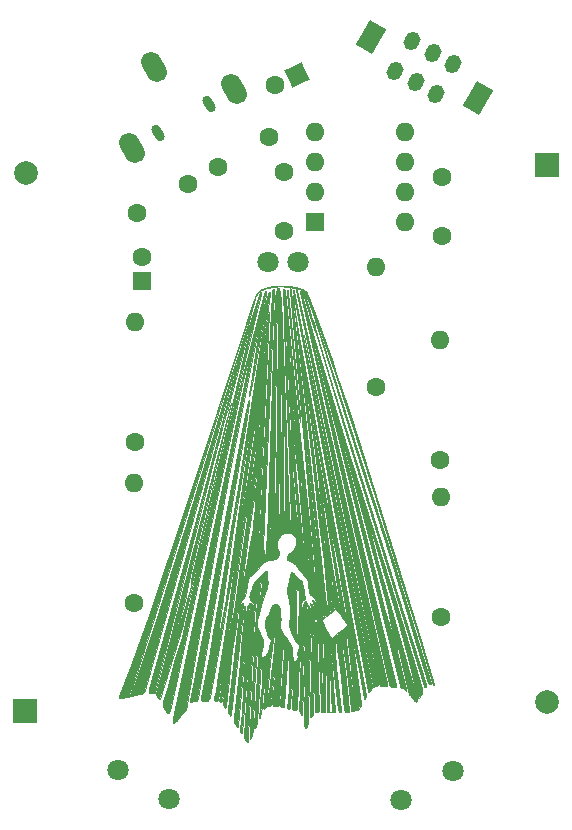
<source format=gbr>
%TF.GenerationSoftware,KiCad,Pcbnew,8.0.4*%
%TF.CreationDate,2024-08-28T17:13:40-07:00*%
%TF.ProjectId,EMFbadgeforMAKE-sizedfor3inchbagLCSCassembly,454d4662-6164-4676-9566-6f724d414b45,rev?*%
%TF.SameCoordinates,Original*%
%TF.FileFunction,Soldermask,Top*%
%TF.FilePolarity,Negative*%
%FSLAX46Y46*%
G04 Gerber Fmt 4.6, Leading zero omitted, Abs format (unit mm)*
G04 Created by KiCad (PCBNEW 8.0.4) date 2024-08-28 17:13:40*
%MOMM*%
%LPD*%
G01*
G04 APERTURE LIST*
G04 Aperture macros list*
%AMHorizOval*
0 Thick line with rounded ends*
0 $1 width*
0 $2 $3 position (X,Y) of the first rounded end (center of the circle)*
0 $4 $5 position (X,Y) of the second rounded end (center of the circle)*
0 Add line between two ends*
20,1,$1,$2,$3,$4,$5,0*
0 Add two circle primitives to create the rounded ends*
1,1,$1,$2,$3*
1,1,$1,$4,$5*%
%AMRotRect*
0 Rectangle, with rotation*
0 The origin of the aperture is its center*
0 $1 length*
0 $2 width*
0 $3 Rotation angle, in degrees counterclockwise*
0 Add horizontal line*
21,1,$1,$2,0,0,$3*%
G04 Aperture macros list end*
%ADD10C,0.002976*%
%ADD11C,1.800000*%
%ADD12HorizOval,1.700000X-0.250000X0.433013X0.250000X-0.433013X0*%
%ADD13HorizOval,0.800000X-0.175000X0.303109X0.175000X-0.303109X0*%
%ADD14R,2.000000X2.000000*%
%ADD15C,2.000000*%
%ADD16C,1.600000*%
%ADD17O,1.600000X1.600000*%
%ADD18RotRect,1.600000X2.400000X330.000000*%
%ADD19HorizOval,1.300000X-0.075000X-0.129904X0.075000X0.129904X0*%
%ADD20R,1.600000X1.600000*%
%ADD21RotRect,1.600000X1.600000X205.000000*%
G04 APERTURE END LIST*
D10*
X164669427Y-127676789D02*
X164670508Y-127676876D01*
X164671698Y-127677033D01*
X164672986Y-127677257D01*
X164674365Y-127677545D01*
X164675823Y-127677894D01*
X164677353Y-127678302D01*
X164678945Y-127678766D01*
X164680589Y-127679285D01*
X164682278Y-127679853D01*
X164684001Y-127680470D01*
X164685749Y-127681132D01*
X164687422Y-127681891D01*
X164688920Y-127682663D01*
X164690243Y-127683442D01*
X164690837Y-127683833D01*
X164691388Y-127684225D01*
X164691892Y-127684616D01*
X164692350Y-127685004D01*
X164692764Y-127685393D01*
X164693131Y-127685777D01*
X164693451Y-127686160D01*
X164693724Y-127686539D01*
X164693950Y-127686914D01*
X164694128Y-127687284D01*
X164694259Y-127687648D01*
X164694342Y-127688006D01*
X164694376Y-127688359D01*
X164694361Y-127688704D01*
X164694297Y-127689041D01*
X164694185Y-127689370D01*
X164694021Y-127689690D01*
X164693808Y-127690001D01*
X164693545Y-127690301D01*
X164693230Y-127690591D01*
X164692866Y-127690868D01*
X164692449Y-127691134D01*
X164691981Y-127691389D01*
X164691461Y-127691630D01*
X164690889Y-127691855D01*
X164690263Y-127692068D01*
X164689107Y-127692335D01*
X164687919Y-127692521D01*
X164686706Y-127692631D01*
X164685473Y-127692669D01*
X164684227Y-127692635D01*
X164682972Y-127692536D01*
X164680459Y-127692149D01*
X164677981Y-127691537D01*
X164675583Y-127690724D01*
X164673311Y-127689738D01*
X164671208Y-127688607D01*
X164669321Y-127687354D01*
X164667695Y-127686009D01*
X164666994Y-127685310D01*
X164666376Y-127684599D01*
X164665845Y-127683876D01*
X164665407Y-127683148D01*
X164665069Y-127682416D01*
X164664836Y-127681685D01*
X164664713Y-127680956D01*
X164664707Y-127680235D01*
X164664823Y-127679524D01*
X164665065Y-127678826D01*
X164665441Y-127678145D01*
X164665957Y-127677485D01*
X164666139Y-127677324D01*
X164666362Y-127677186D01*
X164666622Y-127677066D01*
X164666920Y-127676968D01*
X164667254Y-127676890D01*
X164667623Y-127676832D01*
X164668462Y-127676773D01*
X164669427Y-127676789D01*
G36*
X164669427Y-127676789D02*
G01*
X164670508Y-127676876D01*
X164671698Y-127677033D01*
X164672986Y-127677257D01*
X164674365Y-127677545D01*
X164675823Y-127677894D01*
X164677353Y-127678302D01*
X164678945Y-127678766D01*
X164680589Y-127679285D01*
X164682278Y-127679853D01*
X164684001Y-127680470D01*
X164685749Y-127681132D01*
X164687422Y-127681891D01*
X164688920Y-127682663D01*
X164690243Y-127683442D01*
X164690837Y-127683833D01*
X164691388Y-127684225D01*
X164691892Y-127684616D01*
X164692350Y-127685004D01*
X164692764Y-127685393D01*
X164693131Y-127685777D01*
X164693451Y-127686160D01*
X164693724Y-127686539D01*
X164693950Y-127686914D01*
X164694128Y-127687284D01*
X164694259Y-127687648D01*
X164694342Y-127688006D01*
X164694376Y-127688359D01*
X164694361Y-127688704D01*
X164694297Y-127689041D01*
X164694185Y-127689370D01*
X164694021Y-127689690D01*
X164693808Y-127690001D01*
X164693545Y-127690301D01*
X164693230Y-127690591D01*
X164692866Y-127690868D01*
X164692449Y-127691134D01*
X164691981Y-127691389D01*
X164691461Y-127691630D01*
X164690889Y-127691855D01*
X164690263Y-127692068D01*
X164689107Y-127692335D01*
X164687919Y-127692521D01*
X164686706Y-127692631D01*
X164685473Y-127692669D01*
X164684227Y-127692635D01*
X164682972Y-127692536D01*
X164680459Y-127692149D01*
X164677981Y-127691537D01*
X164675583Y-127690724D01*
X164673311Y-127689738D01*
X164671208Y-127688607D01*
X164669321Y-127687354D01*
X164667695Y-127686009D01*
X164666994Y-127685310D01*
X164666376Y-127684599D01*
X164665845Y-127683876D01*
X164665407Y-127683148D01*
X164665069Y-127682416D01*
X164664836Y-127681685D01*
X164664713Y-127680956D01*
X164664707Y-127680235D01*
X164664823Y-127679524D01*
X164665065Y-127678826D01*
X164665441Y-127678145D01*
X164665957Y-127677485D01*
X164666139Y-127677324D01*
X164666362Y-127677186D01*
X164666622Y-127677066D01*
X164666920Y-127676968D01*
X164667254Y-127676890D01*
X164667623Y-127676832D01*
X164668462Y-127676773D01*
X164669427Y-127676789D01*
G37*
X164684761Y-127290045D02*
X164685978Y-127290118D01*
X164687216Y-127290243D01*
X164688464Y-127290426D01*
X164689715Y-127290669D01*
X164690958Y-127290977D01*
X164691626Y-127291123D01*
X164692260Y-127291289D01*
X164692863Y-127291471D01*
X164693432Y-127291672D01*
X164693968Y-127291891D01*
X164694471Y-127292127D01*
X164694943Y-127292379D01*
X164695381Y-127292646D01*
X164695785Y-127292930D01*
X164696157Y-127293228D01*
X164696495Y-127293541D01*
X164696800Y-127293869D01*
X164697072Y-127294209D01*
X164697311Y-127294562D01*
X164697515Y-127294929D01*
X164697687Y-127295307D01*
X164697825Y-127295698D01*
X164697929Y-127296100D01*
X164697999Y-127296512D01*
X164698036Y-127296936D01*
X164698039Y-127297367D01*
X164698009Y-127297809D01*
X164697944Y-127298261D01*
X164697845Y-127298721D01*
X164697712Y-127299188D01*
X164697545Y-127299663D01*
X164697343Y-127300145D01*
X164697108Y-127300635D01*
X164696837Y-127301129D01*
X164696533Y-127301631D01*
X164696194Y-127302137D01*
X164695821Y-127302648D01*
X164695389Y-127303078D01*
X164694943Y-127303484D01*
X164694483Y-127303865D01*
X164694008Y-127304218D01*
X164693522Y-127304547D01*
X164693026Y-127304849D01*
X164692517Y-127305126D01*
X164692001Y-127305377D01*
X164691477Y-127305600D01*
X164690944Y-127305798D01*
X164690407Y-127305970D01*
X164689864Y-127306115D01*
X164689316Y-127306232D01*
X164688766Y-127306326D01*
X164688214Y-127306391D01*
X164687661Y-127306430D01*
X164687108Y-127306442D01*
X164686555Y-127306428D01*
X164686005Y-127306386D01*
X164685458Y-127306317D01*
X164684915Y-127306223D01*
X164684377Y-127306100D01*
X164683845Y-127305952D01*
X164683320Y-127305776D01*
X164682804Y-127305571D01*
X164682297Y-127305340D01*
X164681799Y-127305081D01*
X164681313Y-127304796D01*
X164680839Y-127304482D01*
X164680378Y-127304142D01*
X164679932Y-127303773D01*
X164679501Y-127303377D01*
X164678745Y-127302609D01*
X164678040Y-127301814D01*
X164677390Y-127300998D01*
X164676798Y-127300169D01*
X164676268Y-127299335D01*
X164675800Y-127298499D01*
X164675401Y-127297672D01*
X164675072Y-127296858D01*
X164674816Y-127296066D01*
X164674637Y-127295304D01*
X164674576Y-127294934D01*
X164674536Y-127294575D01*
X164674517Y-127294227D01*
X164674518Y-127293890D01*
X164674541Y-127293564D01*
X164674587Y-127293252D01*
X164674653Y-127292954D01*
X164674743Y-127292672D01*
X164674855Y-127292404D01*
X164674991Y-127292154D01*
X164675149Y-127291921D01*
X164675333Y-127291707D01*
X164675512Y-127291571D01*
X164675722Y-127291439D01*
X164676232Y-127291183D01*
X164676853Y-127290942D01*
X164677579Y-127290722D01*
X164678397Y-127290525D01*
X164679300Y-127290355D01*
X164680279Y-127290217D01*
X164681323Y-127290113D01*
X164682425Y-127290047D01*
X164683573Y-127290023D01*
X164684761Y-127290045D01*
G36*
X164684761Y-127290045D02*
G01*
X164685978Y-127290118D01*
X164687216Y-127290243D01*
X164688464Y-127290426D01*
X164689715Y-127290669D01*
X164690958Y-127290977D01*
X164691626Y-127291123D01*
X164692260Y-127291289D01*
X164692863Y-127291471D01*
X164693432Y-127291672D01*
X164693968Y-127291891D01*
X164694471Y-127292127D01*
X164694943Y-127292379D01*
X164695381Y-127292646D01*
X164695785Y-127292930D01*
X164696157Y-127293228D01*
X164696495Y-127293541D01*
X164696800Y-127293869D01*
X164697072Y-127294209D01*
X164697311Y-127294562D01*
X164697515Y-127294929D01*
X164697687Y-127295307D01*
X164697825Y-127295698D01*
X164697929Y-127296100D01*
X164697999Y-127296512D01*
X164698036Y-127296936D01*
X164698039Y-127297367D01*
X164698009Y-127297809D01*
X164697944Y-127298261D01*
X164697845Y-127298721D01*
X164697712Y-127299188D01*
X164697545Y-127299663D01*
X164697343Y-127300145D01*
X164697108Y-127300635D01*
X164696837Y-127301129D01*
X164696533Y-127301631D01*
X164696194Y-127302137D01*
X164695821Y-127302648D01*
X164695389Y-127303078D01*
X164694943Y-127303484D01*
X164694483Y-127303865D01*
X164694008Y-127304218D01*
X164693522Y-127304547D01*
X164693026Y-127304849D01*
X164692517Y-127305126D01*
X164692001Y-127305377D01*
X164691477Y-127305600D01*
X164690944Y-127305798D01*
X164690407Y-127305970D01*
X164689864Y-127306115D01*
X164689316Y-127306232D01*
X164688766Y-127306326D01*
X164688214Y-127306391D01*
X164687661Y-127306430D01*
X164687108Y-127306442D01*
X164686555Y-127306428D01*
X164686005Y-127306386D01*
X164685458Y-127306317D01*
X164684915Y-127306223D01*
X164684377Y-127306100D01*
X164683845Y-127305952D01*
X164683320Y-127305776D01*
X164682804Y-127305571D01*
X164682297Y-127305340D01*
X164681799Y-127305081D01*
X164681313Y-127304796D01*
X164680839Y-127304482D01*
X164680378Y-127304142D01*
X164679932Y-127303773D01*
X164679501Y-127303377D01*
X164678745Y-127302609D01*
X164678040Y-127301814D01*
X164677390Y-127300998D01*
X164676798Y-127300169D01*
X164676268Y-127299335D01*
X164675800Y-127298499D01*
X164675401Y-127297672D01*
X164675072Y-127296858D01*
X164674816Y-127296066D01*
X164674637Y-127295304D01*
X164674576Y-127294934D01*
X164674536Y-127294575D01*
X164674517Y-127294227D01*
X164674518Y-127293890D01*
X164674541Y-127293564D01*
X164674587Y-127293252D01*
X164674653Y-127292954D01*
X164674743Y-127292672D01*
X164674855Y-127292404D01*
X164674991Y-127292154D01*
X164675149Y-127291921D01*
X164675333Y-127291707D01*
X164675512Y-127291571D01*
X164675722Y-127291439D01*
X164676232Y-127291183D01*
X164676853Y-127290942D01*
X164677579Y-127290722D01*
X164678397Y-127290525D01*
X164679300Y-127290355D01*
X164680279Y-127290217D01*
X164681323Y-127290113D01*
X164682425Y-127290047D01*
X164683573Y-127290023D01*
X164684761Y-127290045D01*
G37*
X158787005Y-108454133D02*
X158785283Y-108510013D01*
X158770929Y-108686937D01*
X158714693Y-109194130D01*
X158621103Y-109963450D01*
X154505626Y-133689848D01*
X154502310Y-133706343D01*
X154497840Y-133724160D01*
X154492226Y-133742971D01*
X154485478Y-133762446D01*
X154477604Y-133782260D01*
X154468617Y-133802082D01*
X154458526Y-133821586D01*
X154447342Y-133840444D01*
X154435074Y-133858328D01*
X154421731Y-133874909D01*
X154414661Y-133882609D01*
X154407325Y-133889860D01*
X154399727Y-133896621D01*
X154391867Y-133902853D01*
X154383745Y-133908514D01*
X154375364Y-133913561D01*
X154366726Y-133917954D01*
X154357829Y-133921653D01*
X154348677Y-133924616D01*
X154339272Y-133926804D01*
X154329612Y-133928174D01*
X154319701Y-133928685D01*
X154265469Y-133929403D01*
X154215364Y-133930682D01*
X154169693Y-133932432D01*
X154128764Y-133934562D01*
X154092885Y-133936983D01*
X154062362Y-133939605D01*
X154037505Y-133942338D01*
X154018619Y-133945092D01*
X154018246Y-133945249D01*
X154017750Y-133945582D01*
X154016394Y-133946769D01*
X154014561Y-133948644D01*
X154012257Y-133951193D01*
X154009490Y-133954407D01*
X154006266Y-133958274D01*
X153998478Y-133967925D01*
X153988953Y-133980053D01*
X153977745Y-133994570D01*
X153964915Y-134011385D01*
X153950521Y-134030411D01*
X153946813Y-134034956D01*
X153942884Y-134039020D01*
X153938760Y-134042609D01*
X153934465Y-134045722D01*
X153930026Y-134048365D01*
X153925469Y-134050540D01*
X153920819Y-134052247D01*
X153916103Y-134053493D01*
X153911345Y-134054278D01*
X153906574Y-134054606D01*
X153901813Y-134054480D01*
X153897089Y-134053904D01*
X153892428Y-134052879D01*
X153887856Y-134051408D01*
X153883397Y-134049494D01*
X153879080Y-134047141D01*
X153874929Y-134044350D01*
X153870969Y-134041127D01*
X153867228Y-134037470D01*
X153863731Y-134033387D01*
X153860503Y-134028877D01*
X153857571Y-134023945D01*
X153854960Y-134018594D01*
X153852697Y-134012825D01*
X153850806Y-134006643D01*
X153849315Y-134000049D01*
X153848250Y-133993048D01*
X153847633Y-133985642D01*
X153847495Y-133977831D01*
X153847858Y-133969624D01*
X153848750Y-133961018D01*
X153850196Y-133952018D01*
X158472477Y-109743212D01*
X158628920Y-109074166D01*
X158734912Y-108624734D01*
X158784321Y-108425083D01*
X158787005Y-108454133D01*
G36*
X158787005Y-108454133D02*
G01*
X158785283Y-108510013D01*
X158770929Y-108686937D01*
X158714693Y-109194130D01*
X158621103Y-109963450D01*
X154505626Y-133689848D01*
X154502310Y-133706343D01*
X154497840Y-133724160D01*
X154492226Y-133742971D01*
X154485478Y-133762446D01*
X154477604Y-133782260D01*
X154468617Y-133802082D01*
X154458526Y-133821586D01*
X154447342Y-133840444D01*
X154435074Y-133858328D01*
X154421731Y-133874909D01*
X154414661Y-133882609D01*
X154407325Y-133889860D01*
X154399727Y-133896621D01*
X154391867Y-133902853D01*
X154383745Y-133908514D01*
X154375364Y-133913561D01*
X154366726Y-133917954D01*
X154357829Y-133921653D01*
X154348677Y-133924616D01*
X154339272Y-133926804D01*
X154329612Y-133928174D01*
X154319701Y-133928685D01*
X154265469Y-133929403D01*
X154215364Y-133930682D01*
X154169693Y-133932432D01*
X154128764Y-133934562D01*
X154092885Y-133936983D01*
X154062362Y-133939605D01*
X154037505Y-133942338D01*
X154018619Y-133945092D01*
X154018246Y-133945249D01*
X154017750Y-133945582D01*
X154016394Y-133946769D01*
X154014561Y-133948644D01*
X154012257Y-133951193D01*
X154009490Y-133954407D01*
X154006266Y-133958274D01*
X153998478Y-133967925D01*
X153988953Y-133980053D01*
X153977745Y-133994570D01*
X153964915Y-134011385D01*
X153950521Y-134030411D01*
X153946813Y-134034956D01*
X153942884Y-134039020D01*
X153938760Y-134042609D01*
X153934465Y-134045722D01*
X153930026Y-134048365D01*
X153925469Y-134050540D01*
X153920819Y-134052247D01*
X153916103Y-134053493D01*
X153911345Y-134054278D01*
X153906574Y-134054606D01*
X153901813Y-134054480D01*
X153897089Y-134053904D01*
X153892428Y-134052879D01*
X153887856Y-134051408D01*
X153883397Y-134049494D01*
X153879080Y-134047141D01*
X153874929Y-134044350D01*
X153870969Y-134041127D01*
X153867228Y-134037470D01*
X153863731Y-134033387D01*
X153860503Y-134028877D01*
X153857571Y-134023945D01*
X153854960Y-134018594D01*
X153852697Y-134012825D01*
X153850806Y-134006643D01*
X153849315Y-134000049D01*
X153848250Y-133993048D01*
X153847633Y-133985642D01*
X153847495Y-133977831D01*
X153847858Y-133969624D01*
X153848750Y-133961018D01*
X153850196Y-133952018D01*
X158472477Y-109743212D01*
X158628920Y-109074166D01*
X158734912Y-108624734D01*
X158784321Y-108425083D01*
X158787005Y-108454133D01*
G37*
X164448192Y-127288291D02*
X164448631Y-127288358D01*
X164449131Y-127288477D01*
X164449690Y-127288649D01*
X164450997Y-127289155D01*
X164452384Y-127289704D01*
X164453800Y-127290389D01*
X164455234Y-127291198D01*
X164456675Y-127292123D01*
X164458111Y-127293151D01*
X164459533Y-127294275D01*
X164460928Y-127295483D01*
X164462286Y-127296765D01*
X164463594Y-127298112D01*
X164464843Y-127299512D01*
X164466021Y-127300956D01*
X164467115Y-127302434D01*
X164468117Y-127303936D01*
X164469012Y-127305451D01*
X164469793Y-127306969D01*
X164470447Y-127308480D01*
X164470774Y-127309137D01*
X164471042Y-127309736D01*
X164471251Y-127310282D01*
X164471402Y-127310771D01*
X164471498Y-127311207D01*
X164471538Y-127311587D01*
X164471536Y-127311757D01*
X164471523Y-127311913D01*
X164471496Y-127312056D01*
X164471456Y-127312183D01*
X164471402Y-127312299D01*
X164471336Y-127312400D01*
X164471257Y-127312487D01*
X164471166Y-127312561D01*
X164471062Y-127312622D01*
X164470946Y-127312669D01*
X164470818Y-127312703D01*
X164470679Y-127312723D01*
X164470363Y-127312722D01*
X164470001Y-127312668D01*
X164469595Y-127312561D01*
X164469145Y-127312399D01*
X164468651Y-127312184D01*
X164468117Y-127311916D01*
X164467541Y-127311596D01*
X164466926Y-127311222D01*
X164466274Y-127310793D01*
X164465584Y-127310315D01*
X164464858Y-127309781D01*
X164464098Y-127309197D01*
X164463304Y-127308560D01*
X164462478Y-127307871D01*
X164461620Y-127307130D01*
X164460733Y-127306336D01*
X164459815Y-127305492D01*
X164458871Y-127304594D01*
X164457900Y-127303646D01*
X164456903Y-127302648D01*
X164455036Y-127300717D01*
X164453344Y-127298896D01*
X164451834Y-127297194D01*
X164450510Y-127295615D01*
X164449377Y-127294169D01*
X164448441Y-127292864D01*
X164447706Y-127291707D01*
X164447178Y-127290703D01*
X164446993Y-127290262D01*
X164446861Y-127289863D01*
X164446784Y-127289506D01*
X164446762Y-127289192D01*
X164446794Y-127288922D01*
X164446884Y-127288698D01*
X164447029Y-127288521D01*
X164447232Y-127288390D01*
X164447494Y-127288309D01*
X164447813Y-127288274D01*
X164448192Y-127288291D01*
G36*
X164448192Y-127288291D02*
G01*
X164448631Y-127288358D01*
X164449131Y-127288477D01*
X164449690Y-127288649D01*
X164450997Y-127289155D01*
X164452384Y-127289704D01*
X164453800Y-127290389D01*
X164455234Y-127291198D01*
X164456675Y-127292123D01*
X164458111Y-127293151D01*
X164459533Y-127294275D01*
X164460928Y-127295483D01*
X164462286Y-127296765D01*
X164463594Y-127298112D01*
X164464843Y-127299512D01*
X164466021Y-127300956D01*
X164467115Y-127302434D01*
X164468117Y-127303936D01*
X164469012Y-127305451D01*
X164469793Y-127306969D01*
X164470447Y-127308480D01*
X164470774Y-127309137D01*
X164471042Y-127309736D01*
X164471251Y-127310282D01*
X164471402Y-127310771D01*
X164471498Y-127311207D01*
X164471538Y-127311587D01*
X164471536Y-127311757D01*
X164471523Y-127311913D01*
X164471496Y-127312056D01*
X164471456Y-127312183D01*
X164471402Y-127312299D01*
X164471336Y-127312400D01*
X164471257Y-127312487D01*
X164471166Y-127312561D01*
X164471062Y-127312622D01*
X164470946Y-127312669D01*
X164470818Y-127312703D01*
X164470679Y-127312723D01*
X164470363Y-127312722D01*
X164470001Y-127312668D01*
X164469595Y-127312561D01*
X164469145Y-127312399D01*
X164468651Y-127312184D01*
X164468117Y-127311916D01*
X164467541Y-127311596D01*
X164466926Y-127311222D01*
X164466274Y-127310793D01*
X164465584Y-127310315D01*
X164464858Y-127309781D01*
X164464098Y-127309197D01*
X164463304Y-127308560D01*
X164462478Y-127307871D01*
X164461620Y-127307130D01*
X164460733Y-127306336D01*
X164459815Y-127305492D01*
X164458871Y-127304594D01*
X164457900Y-127303646D01*
X164456903Y-127302648D01*
X164455036Y-127300717D01*
X164453344Y-127298896D01*
X164451834Y-127297194D01*
X164450510Y-127295615D01*
X164449377Y-127294169D01*
X164448441Y-127292864D01*
X164447706Y-127291707D01*
X164447178Y-127290703D01*
X164446993Y-127290262D01*
X164446861Y-127289863D01*
X164446784Y-127289506D01*
X164446762Y-127289192D01*
X164446794Y-127288922D01*
X164446884Y-127288698D01*
X164447029Y-127288521D01*
X164447232Y-127288390D01*
X164447494Y-127288309D01*
X164447813Y-127288274D01*
X164448192Y-127288291D01*
G37*
X162060300Y-99123659D02*
X162062720Y-99124697D01*
X162065243Y-99126473D01*
X162067858Y-99128947D01*
X162073323Y-99135847D01*
X162079030Y-99145099D01*
X162084893Y-99156404D01*
X162090827Y-99169463D01*
X162096749Y-99183979D01*
X162102573Y-99199652D01*
X162108213Y-99216183D01*
X162113585Y-99233275D01*
X162118605Y-99250629D01*
X162123186Y-99267946D01*
X162127245Y-99284927D01*
X162130695Y-99301274D01*
X162133453Y-99316689D01*
X162135432Y-99330873D01*
X163114372Y-109769105D01*
X163135730Y-110045580D01*
X163141557Y-110141386D01*
X163144846Y-110224535D01*
X163145110Y-110257717D01*
X163144227Y-110283361D01*
X163142026Y-110300009D01*
X163140378Y-110304504D01*
X163138336Y-110306202D01*
X163136004Y-110304992D01*
X163133512Y-110300939D01*
X163128109Y-110285039D01*
X163122242Y-110259975D01*
X163116034Y-110227219D01*
X163103064Y-110144521D01*
X163090152Y-110048727D01*
X163068307Y-109864970D01*
X163058116Y-109770194D01*
X161994093Y-99403798D01*
X161993620Y-99397174D01*
X161993237Y-99390461D01*
X161992935Y-99383705D01*
X161992706Y-99376951D01*
X161992435Y-99363648D01*
X161992359Y-99350924D01*
X161993299Y-99323561D01*
X161994329Y-99307264D01*
X161995777Y-99289736D01*
X161997678Y-99271363D01*
X162000062Y-99252526D01*
X162002967Y-99233616D01*
X162006423Y-99215011D01*
X162010466Y-99197099D01*
X162015128Y-99180262D01*
X162020443Y-99164888D01*
X162023356Y-99157870D01*
X162026446Y-99151360D01*
X162029714Y-99145408D01*
X162033168Y-99140062D01*
X162036809Y-99135370D01*
X162040644Y-99131378D01*
X162044676Y-99128138D01*
X162048908Y-99125695D01*
X162053346Y-99124099D01*
X162057994Y-99123396D01*
X162060300Y-99123659D01*
G36*
X162060300Y-99123659D02*
G01*
X162062720Y-99124697D01*
X162065243Y-99126473D01*
X162067858Y-99128947D01*
X162073323Y-99135847D01*
X162079030Y-99145099D01*
X162084893Y-99156404D01*
X162090827Y-99169463D01*
X162096749Y-99183979D01*
X162102573Y-99199652D01*
X162108213Y-99216183D01*
X162113585Y-99233275D01*
X162118605Y-99250629D01*
X162123186Y-99267946D01*
X162127245Y-99284927D01*
X162130695Y-99301274D01*
X162133453Y-99316689D01*
X162135432Y-99330873D01*
X163114372Y-109769105D01*
X163135730Y-110045580D01*
X163141557Y-110141386D01*
X163144846Y-110224535D01*
X163145110Y-110257717D01*
X163144227Y-110283361D01*
X163142026Y-110300009D01*
X163140378Y-110304504D01*
X163138336Y-110306202D01*
X163136004Y-110304992D01*
X163133512Y-110300939D01*
X163128109Y-110285039D01*
X163122242Y-110259975D01*
X163116034Y-110227219D01*
X163103064Y-110144521D01*
X163090152Y-110048727D01*
X163068307Y-109864970D01*
X163058116Y-109770194D01*
X161994093Y-99403798D01*
X161993620Y-99397174D01*
X161993237Y-99390461D01*
X161992935Y-99383705D01*
X161992706Y-99376951D01*
X161992435Y-99363648D01*
X161992359Y-99350924D01*
X161993299Y-99323561D01*
X161994329Y-99307264D01*
X161995777Y-99289736D01*
X161997678Y-99271363D01*
X162000062Y-99252526D01*
X162002967Y-99233616D01*
X162006423Y-99215011D01*
X162010466Y-99197099D01*
X162015128Y-99180262D01*
X162020443Y-99164888D01*
X162023356Y-99157870D01*
X162026446Y-99151360D01*
X162029714Y-99145408D01*
X162033168Y-99140062D01*
X162036809Y-99135370D01*
X162040644Y-99131378D01*
X162044676Y-99128138D01*
X162048908Y-99125695D01*
X162053346Y-99124099D01*
X162057994Y-99123396D01*
X162060300Y-99123659D01*
G37*
X162581555Y-99129119D02*
X162584799Y-99129793D01*
X162587929Y-99130870D01*
X162590947Y-99132330D01*
X162593854Y-99134153D01*
X162596654Y-99136318D01*
X162599349Y-99138807D01*
X162601939Y-99141600D01*
X162604429Y-99144676D01*
X162606817Y-99148017D01*
X162609108Y-99151599D01*
X162611305Y-99155408D01*
X162613407Y-99159421D01*
X162615418Y-99163617D01*
X162619173Y-99172485D01*
X162622586Y-99181852D01*
X162625673Y-99191562D01*
X162628452Y-99201453D01*
X162630937Y-99211370D01*
X162633145Y-99221150D01*
X162635093Y-99230639D01*
X162638272Y-99248101D01*
X169193607Y-132720666D01*
X169195257Y-132731546D01*
X169196326Y-132744154D01*
X169196856Y-132758189D01*
X169196882Y-132773343D01*
X169196445Y-132789313D01*
X169195582Y-132805797D01*
X169192737Y-132839079D01*
X169188654Y-132870756D01*
X169186245Y-132885229D01*
X169183644Y-132898388D01*
X169180886Y-132909928D01*
X169178013Y-132919544D01*
X169175064Y-132926932D01*
X169172076Y-132931787D01*
X169170349Y-132933770D01*
X169168554Y-132935894D01*
X169166685Y-132938163D01*
X169164739Y-132940583D01*
X169162712Y-132943155D01*
X169160598Y-132945886D01*
X169158395Y-132948779D01*
X169156098Y-132951839D01*
X169142201Y-132970690D01*
X169126115Y-132993454D01*
X169107962Y-133019910D01*
X169087863Y-133049835D01*
X169042318Y-133119206D01*
X168990457Y-133199789D01*
X168988502Y-133202358D01*
X168986297Y-133204407D01*
X168983859Y-133205949D01*
X168981208Y-133207002D01*
X168978359Y-133207580D01*
X168975332Y-133207702D01*
X168972145Y-133207381D01*
X168968817Y-133206635D01*
X168965363Y-133205481D01*
X168961804Y-133203933D01*
X168958157Y-133202009D01*
X168954440Y-133199724D01*
X168950671Y-133197093D01*
X168946867Y-133194136D01*
X168943050Y-133190865D01*
X168939233Y-133187298D01*
X168935437Y-133183453D01*
X168931680Y-133179343D01*
X168927979Y-133174986D01*
X168924352Y-133170396D01*
X168920818Y-133165592D01*
X168917395Y-133160589D01*
X168914101Y-133155403D01*
X168910953Y-133150049D01*
X168907970Y-133144546D01*
X168905170Y-133138909D01*
X168902571Y-133133152D01*
X168900191Y-133127293D01*
X168898048Y-133121349D01*
X168896160Y-133115334D01*
X168894545Y-133109266D01*
X168893221Y-133103160D01*
X162525758Y-99249561D01*
X162525497Y-99241831D01*
X162525632Y-99233262D01*
X162526183Y-99224038D01*
X162527163Y-99214344D01*
X162528589Y-99204366D01*
X162530476Y-99194289D01*
X162532841Y-99184300D01*
X162535698Y-99174583D01*
X162539064Y-99165322D01*
X162542954Y-99156703D01*
X162547385Y-99148912D01*
X162549809Y-99145385D01*
X162552373Y-99142136D01*
X162555080Y-99139184D01*
X162557931Y-99136557D01*
X162560930Y-99134275D01*
X162564077Y-99132362D01*
X162567376Y-99130842D01*
X162570828Y-99129737D01*
X162574433Y-99129072D01*
X162578195Y-99128866D01*
X162581555Y-99129119D01*
G36*
X162581555Y-99129119D02*
G01*
X162584799Y-99129793D01*
X162587929Y-99130870D01*
X162590947Y-99132330D01*
X162593854Y-99134153D01*
X162596654Y-99136318D01*
X162599349Y-99138807D01*
X162601939Y-99141600D01*
X162604429Y-99144676D01*
X162606817Y-99148017D01*
X162609108Y-99151599D01*
X162611305Y-99155408D01*
X162613407Y-99159421D01*
X162615418Y-99163617D01*
X162619173Y-99172485D01*
X162622586Y-99181852D01*
X162625673Y-99191562D01*
X162628452Y-99201453D01*
X162630937Y-99211370D01*
X162633145Y-99221150D01*
X162635093Y-99230639D01*
X162638272Y-99248101D01*
X169193607Y-132720666D01*
X169195257Y-132731546D01*
X169196326Y-132744154D01*
X169196856Y-132758189D01*
X169196882Y-132773343D01*
X169196445Y-132789313D01*
X169195582Y-132805797D01*
X169192737Y-132839079D01*
X169188654Y-132870756D01*
X169186245Y-132885229D01*
X169183644Y-132898388D01*
X169180886Y-132909928D01*
X169178013Y-132919544D01*
X169175064Y-132926932D01*
X169172076Y-132931787D01*
X169170349Y-132933770D01*
X169168554Y-132935894D01*
X169166685Y-132938163D01*
X169164739Y-132940583D01*
X169162712Y-132943155D01*
X169160598Y-132945886D01*
X169158395Y-132948779D01*
X169156098Y-132951839D01*
X169142201Y-132970690D01*
X169126115Y-132993454D01*
X169107962Y-133019910D01*
X169087863Y-133049835D01*
X169042318Y-133119206D01*
X168990457Y-133199789D01*
X168988502Y-133202358D01*
X168986297Y-133204407D01*
X168983859Y-133205949D01*
X168981208Y-133207002D01*
X168978359Y-133207580D01*
X168975332Y-133207702D01*
X168972145Y-133207381D01*
X168968817Y-133206635D01*
X168965363Y-133205481D01*
X168961804Y-133203933D01*
X168958157Y-133202009D01*
X168954440Y-133199724D01*
X168950671Y-133197093D01*
X168946867Y-133194136D01*
X168943050Y-133190865D01*
X168939233Y-133187298D01*
X168935437Y-133183453D01*
X168931680Y-133179343D01*
X168927979Y-133174986D01*
X168924352Y-133170396D01*
X168920818Y-133165592D01*
X168917395Y-133160589D01*
X168914101Y-133155403D01*
X168910953Y-133150049D01*
X168907970Y-133144546D01*
X168905170Y-133138909D01*
X168902571Y-133133152D01*
X168900191Y-133127293D01*
X168898048Y-133121349D01*
X168896160Y-133115334D01*
X168894545Y-133109266D01*
X168893221Y-133103160D01*
X162525758Y-99249561D01*
X162525497Y-99241831D01*
X162525632Y-99233262D01*
X162526183Y-99224038D01*
X162527163Y-99214344D01*
X162528589Y-99204366D01*
X162530476Y-99194289D01*
X162532841Y-99184300D01*
X162535698Y-99174583D01*
X162539064Y-99165322D01*
X162542954Y-99156703D01*
X162547385Y-99148912D01*
X162549809Y-99145385D01*
X162552373Y-99142136D01*
X162555080Y-99139184D01*
X162557931Y-99136557D01*
X162560930Y-99134275D01*
X162564077Y-99132362D01*
X162567376Y-99130842D01*
X162570828Y-99129737D01*
X162574433Y-99129072D01*
X162578195Y-99128866D01*
X162581555Y-99129119D01*
G37*
X165082520Y-128567805D02*
X165083105Y-128567840D01*
X165083674Y-128567908D01*
X165084227Y-128568011D01*
X165084764Y-128568149D01*
X165085280Y-128568321D01*
X165085777Y-128568529D01*
X165086253Y-128568774D01*
X165086705Y-128569055D01*
X165087135Y-128569375D01*
X165087538Y-128569731D01*
X165087943Y-128570188D01*
X165088312Y-128570665D01*
X165088645Y-128571165D01*
X165088941Y-128571686D01*
X165089203Y-128572225D01*
X165089429Y-128572782D01*
X165089621Y-128573357D01*
X165089779Y-128573947D01*
X165089901Y-128574554D01*
X165089992Y-128575172D01*
X165090047Y-128575804D01*
X165090070Y-128576449D01*
X165090061Y-128577103D01*
X165090018Y-128577767D01*
X165089943Y-128578440D01*
X165089837Y-128579120D01*
X165089700Y-128579807D01*
X165089531Y-128580499D01*
X165089331Y-128581195D01*
X165089100Y-128581895D01*
X165088840Y-128582595D01*
X165088549Y-128583298D01*
X165088229Y-128584001D01*
X165087879Y-128584703D01*
X165087500Y-128585402D01*
X165087093Y-128586098D01*
X165086657Y-128586790D01*
X165086194Y-128587477D01*
X165085702Y-128588157D01*
X165085184Y-128588829D01*
X165084638Y-128589493D01*
X165084066Y-128590148D01*
X165082866Y-128591387D01*
X165081620Y-128592506D01*
X165080338Y-128593503D01*
X165079029Y-128594376D01*
X165077704Y-128595127D01*
X165076372Y-128595751D01*
X165075046Y-128596251D01*
X165073732Y-128596622D01*
X165072444Y-128596866D01*
X165071813Y-128596938D01*
X165071190Y-128596979D01*
X165070580Y-128596987D01*
X165069982Y-128596963D01*
X165069397Y-128596905D01*
X165068828Y-128596815D01*
X165068275Y-128596692D01*
X165067739Y-128596535D01*
X165067222Y-128596345D01*
X165066726Y-128596122D01*
X165066250Y-128595864D01*
X165065798Y-128595573D01*
X165065369Y-128595248D01*
X165064965Y-128594890D01*
X165064561Y-128594498D01*
X165064191Y-128594075D01*
X165063858Y-128593625D01*
X165063561Y-128593145D01*
X165063300Y-128592640D01*
X165063073Y-128592110D01*
X165062882Y-128591557D01*
X165062724Y-128590982D01*
X165062600Y-128590386D01*
X165062511Y-128589772D01*
X165062454Y-128589140D01*
X165062431Y-128588493D01*
X165062441Y-128587832D01*
X165062484Y-128587157D01*
X165062557Y-128586470D01*
X165062664Y-128585775D01*
X165062802Y-128585069D01*
X165062971Y-128584357D01*
X165063171Y-128583640D01*
X165063402Y-128582918D01*
X165063662Y-128582193D01*
X165063953Y-128581468D01*
X165064273Y-128580743D01*
X165064623Y-128580020D01*
X165065002Y-128579300D01*
X165065408Y-128578583D01*
X165065844Y-128577875D01*
X165066308Y-128577172D01*
X165066799Y-128576480D01*
X165067318Y-128575798D01*
X165067864Y-128575128D01*
X165068436Y-128574472D01*
X165069635Y-128573352D01*
X165070881Y-128572323D01*
X165072164Y-128571388D01*
X165073472Y-128570551D01*
X165074797Y-128569817D01*
X165076129Y-128569189D01*
X165077456Y-128568674D01*
X165078769Y-128568272D01*
X165080058Y-128567991D01*
X165081311Y-128567835D01*
X165081921Y-128567804D01*
X165082520Y-128567805D01*
G36*
X165082520Y-128567805D02*
G01*
X165083105Y-128567840D01*
X165083674Y-128567908D01*
X165084227Y-128568011D01*
X165084764Y-128568149D01*
X165085280Y-128568321D01*
X165085777Y-128568529D01*
X165086253Y-128568774D01*
X165086705Y-128569055D01*
X165087135Y-128569375D01*
X165087538Y-128569731D01*
X165087943Y-128570188D01*
X165088312Y-128570665D01*
X165088645Y-128571165D01*
X165088941Y-128571686D01*
X165089203Y-128572225D01*
X165089429Y-128572782D01*
X165089621Y-128573357D01*
X165089779Y-128573947D01*
X165089901Y-128574554D01*
X165089992Y-128575172D01*
X165090047Y-128575804D01*
X165090070Y-128576449D01*
X165090061Y-128577103D01*
X165090018Y-128577767D01*
X165089943Y-128578440D01*
X165089837Y-128579120D01*
X165089700Y-128579807D01*
X165089531Y-128580499D01*
X165089331Y-128581195D01*
X165089100Y-128581895D01*
X165088840Y-128582595D01*
X165088549Y-128583298D01*
X165088229Y-128584001D01*
X165087879Y-128584703D01*
X165087500Y-128585402D01*
X165087093Y-128586098D01*
X165086657Y-128586790D01*
X165086194Y-128587477D01*
X165085702Y-128588157D01*
X165085184Y-128588829D01*
X165084638Y-128589493D01*
X165084066Y-128590148D01*
X165082866Y-128591387D01*
X165081620Y-128592506D01*
X165080338Y-128593503D01*
X165079029Y-128594376D01*
X165077704Y-128595127D01*
X165076372Y-128595751D01*
X165075046Y-128596251D01*
X165073732Y-128596622D01*
X165072444Y-128596866D01*
X165071813Y-128596938D01*
X165071190Y-128596979D01*
X165070580Y-128596987D01*
X165069982Y-128596963D01*
X165069397Y-128596905D01*
X165068828Y-128596815D01*
X165068275Y-128596692D01*
X165067739Y-128596535D01*
X165067222Y-128596345D01*
X165066726Y-128596122D01*
X165066250Y-128595864D01*
X165065798Y-128595573D01*
X165065369Y-128595248D01*
X165064965Y-128594890D01*
X165064561Y-128594498D01*
X165064191Y-128594075D01*
X165063858Y-128593625D01*
X165063561Y-128593145D01*
X165063300Y-128592640D01*
X165063073Y-128592110D01*
X165062882Y-128591557D01*
X165062724Y-128590982D01*
X165062600Y-128590386D01*
X165062511Y-128589772D01*
X165062454Y-128589140D01*
X165062431Y-128588493D01*
X165062441Y-128587832D01*
X165062484Y-128587157D01*
X165062557Y-128586470D01*
X165062664Y-128585775D01*
X165062802Y-128585069D01*
X165062971Y-128584357D01*
X165063171Y-128583640D01*
X165063402Y-128582918D01*
X165063662Y-128582193D01*
X165063953Y-128581468D01*
X165064273Y-128580743D01*
X165064623Y-128580020D01*
X165065002Y-128579300D01*
X165065408Y-128578583D01*
X165065844Y-128577875D01*
X165066308Y-128577172D01*
X165066799Y-128576480D01*
X165067318Y-128575798D01*
X165067864Y-128575128D01*
X165068436Y-128574472D01*
X165069635Y-128573352D01*
X165070881Y-128572323D01*
X165072164Y-128571388D01*
X165073472Y-128570551D01*
X165074797Y-128569817D01*
X165076129Y-128569189D01*
X165077456Y-128568674D01*
X165078769Y-128568272D01*
X165080058Y-128567991D01*
X165081311Y-128567835D01*
X165081921Y-128567804D01*
X165082520Y-128567805D01*
G37*
X164602408Y-127141115D02*
X164602292Y-127141769D01*
X164601954Y-127142427D01*
X164601408Y-127143090D01*
X164600665Y-127143752D01*
X164599743Y-127144412D01*
X164598652Y-127145065D01*
X164596021Y-127146345D01*
X164592885Y-127147570D01*
X164589351Y-127148717D01*
X164585529Y-127149763D01*
X164581528Y-127150686D01*
X164577458Y-127151465D01*
X164573428Y-127152075D01*
X164569549Y-127152495D01*
X164565927Y-127152704D01*
X164562674Y-127152676D01*
X164559899Y-127152393D01*
X164558725Y-127152146D01*
X164557711Y-127151827D01*
X164556871Y-127151433D01*
X164556219Y-127150960D01*
X164577750Y-127140749D01*
X164602408Y-127141115D01*
G36*
X164602408Y-127141115D02*
G01*
X164602292Y-127141769D01*
X164601954Y-127142427D01*
X164601408Y-127143090D01*
X164600665Y-127143752D01*
X164599743Y-127144412D01*
X164598652Y-127145065D01*
X164596021Y-127146345D01*
X164592885Y-127147570D01*
X164589351Y-127148717D01*
X164585529Y-127149763D01*
X164581528Y-127150686D01*
X164577458Y-127151465D01*
X164573428Y-127152075D01*
X164569549Y-127152495D01*
X164565927Y-127152704D01*
X164562674Y-127152676D01*
X164559899Y-127152393D01*
X164558725Y-127152146D01*
X164557711Y-127151827D01*
X164556871Y-127151433D01*
X164556219Y-127150960D01*
X164577750Y-127140749D01*
X164602408Y-127141115D01*
G37*
X166138898Y-126083543D02*
X166143784Y-126083969D01*
X166148705Y-126084831D01*
X166153680Y-126086146D01*
X166158728Y-126087931D01*
X166163870Y-126090204D01*
X166169124Y-126092981D01*
X166174512Y-126096281D01*
X166180051Y-126100121D01*
X166185764Y-126104518D01*
X166191667Y-126109490D01*
X166197784Y-126115052D01*
X166204131Y-126121225D01*
X166210728Y-126128024D01*
X166217597Y-126135465D01*
X166224756Y-126143570D01*
X166232226Y-126152353D01*
X166248174Y-126172022D01*
X166265600Y-126194616D01*
X166284660Y-126220270D01*
X166305513Y-126249125D01*
X166328317Y-126281319D01*
X166364833Y-126332910D01*
X166399853Y-126381729D01*
X166429403Y-126422277D01*
X166449513Y-126449049D01*
X166458363Y-126460452D01*
X166470241Y-126476141D01*
X166500994Y-126517555D01*
X166537610Y-126567651D01*
X166575918Y-126620788D01*
X166825947Y-126966820D01*
X167022746Y-127238908D01*
X167090283Y-127333771D01*
X167140268Y-127405606D01*
X167174967Y-127457735D01*
X167196650Y-127493476D01*
X167207579Y-127516151D01*
X167209721Y-127523627D01*
X167210025Y-127529080D01*
X167209600Y-127531686D01*
X167208861Y-127534562D01*
X167207828Y-127537677D01*
X167206519Y-127541005D01*
X167204953Y-127544513D01*
X167203151Y-127548174D01*
X167201131Y-127551957D01*
X167198913Y-127555834D01*
X167196514Y-127559776D01*
X167193958Y-127563751D01*
X167191259Y-127567734D01*
X167188441Y-127571690D01*
X167185520Y-127575593D01*
X167182517Y-127579415D01*
X167179451Y-127583124D01*
X167176341Y-127586690D01*
X167168980Y-127594046D01*
X167157518Y-127604598D01*
X167123491Y-127634304D01*
X167076670Y-127673828D01*
X167019463Y-127721194D01*
X166883530Y-127831535D01*
X166809622Y-127890552D01*
X166734965Y-127949497D01*
X166337693Y-128260528D01*
X165897706Y-128605099D01*
X165857018Y-128636392D01*
X165839047Y-128649617D01*
X165822552Y-128661275D01*
X165807448Y-128671403D01*
X165793660Y-128680040D01*
X165781102Y-128687217D01*
X165769696Y-128692975D01*
X165759360Y-128697348D01*
X165750013Y-128700373D01*
X165741576Y-128702085D01*
X165733965Y-128702523D01*
X165727101Y-128701722D01*
X165720904Y-128699718D01*
X165715291Y-128696547D01*
X165710183Y-128692245D01*
X165709543Y-128691706D01*
X165708800Y-128691182D01*
X165707015Y-128690183D01*
X165704854Y-128689250D01*
X165702349Y-128688388D01*
X165699525Y-128687603D01*
X165696413Y-128686895D01*
X165693039Y-128686268D01*
X165689435Y-128685730D01*
X165685626Y-128685279D01*
X165681644Y-128684922D01*
X165677513Y-128684663D01*
X165673266Y-128684504D01*
X165668928Y-128684451D01*
X165664530Y-128684505D01*
X165660100Y-128684672D01*
X165655665Y-128684956D01*
X165642191Y-128685100D01*
X165624690Y-128683758D01*
X165603162Y-128680929D01*
X165577612Y-128676612D01*
X165548037Y-128670809D01*
X165514443Y-128663519D01*
X165435195Y-128644479D01*
X165339881Y-128619490D01*
X165228513Y-128588554D01*
X165101102Y-128551670D01*
X164957662Y-128508836D01*
X164805238Y-128463031D01*
X164648811Y-128417225D01*
X164506773Y-128376751D01*
X164397521Y-128346944D01*
X164309272Y-128323362D01*
X164224407Y-128299404D01*
X164152566Y-128277976D01*
X164103384Y-128261983D01*
X164081349Y-128253834D01*
X164061555Y-128245824D01*
X164043738Y-128237591D01*
X164035488Y-128233275D01*
X164027632Y-128228769D01*
X164020139Y-128224023D01*
X164012974Y-128218992D01*
X164006104Y-128213634D01*
X163999496Y-128207900D01*
X163993119Y-128201746D01*
X163986936Y-128195127D01*
X163980918Y-128187996D01*
X163975028Y-128180307D01*
X163969235Y-128172016D01*
X163963506Y-128163077D01*
X163957806Y-128153445D01*
X163952105Y-128143073D01*
X163946367Y-128131917D01*
X163940561Y-128119931D01*
X163928609Y-128093285D01*
X163918297Y-128068366D01*
X164555177Y-128068366D01*
X164573930Y-128115765D01*
X164580288Y-128131505D01*
X164583118Y-128137998D01*
X164585852Y-128143707D01*
X164588597Y-128148731D01*
X164590006Y-128151019D01*
X164591457Y-128153173D01*
X164592962Y-128155207D01*
X164594535Y-128157132D01*
X164596188Y-128158961D01*
X164597935Y-128160709D01*
X164599790Y-128162384D01*
X164601765Y-128164004D01*
X164603871Y-128165575D01*
X164606124Y-128167116D01*
X164608536Y-128168635D01*
X164611120Y-128170146D01*
X164616856Y-128173198D01*
X164623438Y-128176367D01*
X164630967Y-128179758D01*
X164649290Y-128187601D01*
X164660595Y-128192518D01*
X164670665Y-128197134D01*
X164679477Y-128201420D01*
X164687010Y-128205348D01*
X164693241Y-128208888D01*
X164698146Y-128212014D01*
X164701705Y-128214696D01*
X164702972Y-128215863D01*
X164703895Y-128216907D01*
X164704468Y-128217827D01*
X164704692Y-128218617D01*
X164704563Y-128219277D01*
X164704076Y-128219801D01*
X164703231Y-128220185D01*
X164702023Y-128220427D01*
X164698512Y-128220467D01*
X164693519Y-128219895D01*
X164687023Y-128218682D01*
X164679000Y-128216800D01*
X164669429Y-128214219D01*
X164660977Y-128211843D01*
X164653452Y-128210066D01*
X164650030Y-128209411D01*
X164646832Y-128208913D01*
X164643856Y-128208580D01*
X164641100Y-128208413D01*
X164638561Y-128208415D01*
X164636237Y-128208590D01*
X164634126Y-128208940D01*
X164632224Y-128209470D01*
X164630531Y-128210181D01*
X164629043Y-128211079D01*
X164627758Y-128212165D01*
X164626673Y-128213444D01*
X164625787Y-128214918D01*
X164625097Y-128216592D01*
X164624600Y-128218466D01*
X164624296Y-128220546D01*
X164624179Y-128222835D01*
X164624250Y-128225335D01*
X164624505Y-128228051D01*
X164624941Y-128230985D01*
X164625558Y-128234140D01*
X164626352Y-128237522D01*
X164628461Y-128244972D01*
X164631250Y-128253360D01*
X164634702Y-128262713D01*
X164646900Y-128294800D01*
X164651062Y-128305887D01*
X164653109Y-128311573D01*
X164653282Y-128311970D01*
X164653604Y-128312408D01*
X164654071Y-128312887D01*
X164654679Y-128313404D01*
X164656302Y-128314548D01*
X164658442Y-128315829D01*
X164661069Y-128317237D01*
X164664151Y-128318759D01*
X164667657Y-128320385D01*
X164671556Y-128322103D01*
X164675818Y-128323902D01*
X164680411Y-128325772D01*
X164690466Y-128329675D01*
X164701473Y-128333724D01*
X164713185Y-128337829D01*
X164725215Y-128341749D01*
X164736897Y-128345262D01*
X164747943Y-128348307D01*
X164758069Y-128350817D01*
X164766991Y-128352729D01*
X164774423Y-128353979D01*
X164777492Y-128354335D01*
X164780081Y-128354503D01*
X164782156Y-128354472D01*
X164783679Y-128354235D01*
X164784644Y-128353604D01*
X164785332Y-128352417D01*
X164785755Y-128350709D01*
X164785926Y-128348512D01*
X164785560Y-128342791D01*
X164784330Y-128335525D01*
X164782336Y-128326986D01*
X164779675Y-128317444D01*
X164776444Y-128307173D01*
X164772741Y-128296442D01*
X164768663Y-128285523D01*
X164764309Y-128274686D01*
X164759775Y-128264206D01*
X164755160Y-128254350D01*
X164750561Y-128245392D01*
X164746077Y-128237602D01*
X164741803Y-128231254D01*
X164739777Y-128228703D01*
X164737840Y-128226615D01*
X164736770Y-128225557D01*
X164735776Y-128224437D01*
X164734861Y-128223269D01*
X164734026Y-128222056D01*
X164733274Y-128220811D01*
X164732610Y-128219538D01*
X164732032Y-128218250D01*
X164731546Y-128216952D01*
X164731154Y-128215654D01*
X164730858Y-128214366D01*
X164730661Y-128213093D01*
X164730564Y-128211846D01*
X164730571Y-128210634D01*
X164730616Y-128210044D01*
X164730686Y-128209464D01*
X164730784Y-128208899D01*
X164730909Y-128208347D01*
X164731062Y-128207808D01*
X164731242Y-128207289D01*
X164731381Y-128206757D01*
X164731471Y-128206125D01*
X164731511Y-128204569D01*
X164731369Y-128202647D01*
X164731052Y-128200382D01*
X164730565Y-128197801D01*
X164729917Y-128194930D01*
X164729113Y-128191794D01*
X164728160Y-128188418D01*
X164727064Y-128184829D01*
X164725833Y-128181052D01*
X164724472Y-128177113D01*
X164722988Y-128173037D01*
X164721389Y-128168849D01*
X164719681Y-128164578D01*
X164717870Y-128160246D01*
X164715962Y-128155880D01*
X164712784Y-128148784D01*
X164709818Y-128142487D01*
X164706946Y-128136903D01*
X164705511Y-128134352D01*
X164704057Y-128131948D01*
X164702568Y-128129681D01*
X164701032Y-128127541D01*
X164699434Y-128125517D01*
X164697758Y-128123598D01*
X164695992Y-128121774D01*
X164694121Y-128120036D01*
X164692129Y-128118371D01*
X164690003Y-128116770D01*
X164687729Y-128115222D01*
X164685292Y-128113718D01*
X164682678Y-128112246D01*
X164679871Y-128110797D01*
X164676860Y-128109358D01*
X164673627Y-128107922D01*
X164666444Y-128105010D01*
X164658207Y-128101981D01*
X164648800Y-128098747D01*
X164626020Y-128091338D01*
X164555177Y-128068366D01*
X163918297Y-128068366D01*
X163915983Y-128062774D01*
X163902418Y-128028030D01*
X163887649Y-127988690D01*
X163873755Y-127950782D01*
X164509567Y-127950782D01*
X164509588Y-127953396D01*
X164509866Y-127956253D01*
X164510396Y-127959353D01*
X164511175Y-127962702D01*
X164513458Y-127970153D01*
X164516678Y-127978625D01*
X164520798Y-127988145D01*
X164529332Y-128006538D01*
X164532994Y-128014031D01*
X164536453Y-128020559D01*
X164539856Y-128026252D01*
X164541584Y-128028825D01*
X164543354Y-128031239D01*
X164545185Y-128033506D01*
X164547094Y-128035646D01*
X164549103Y-128037675D01*
X164551228Y-128039607D01*
X164553488Y-128041458D01*
X164555903Y-128043245D01*
X164558489Y-128044985D01*
X164561267Y-128046691D01*
X164567471Y-128050075D01*
X164574663Y-128053525D01*
X164582993Y-128057169D01*
X164592609Y-128061134D01*
X164616297Y-128070551D01*
X164627927Y-128075088D01*
X164638951Y-128079083D01*
X164649120Y-128082470D01*
X164658187Y-128085185D01*
X164665902Y-128087166D01*
X164672017Y-128088346D01*
X164674398Y-128088617D01*
X164676285Y-128088664D01*
X164677649Y-128088478D01*
X164678457Y-128088054D01*
X164678907Y-128087376D01*
X164679219Y-128086440D01*
X164679397Y-128085259D01*
X164679443Y-128083841D01*
X164679157Y-128080341D01*
X164679118Y-128080126D01*
X164714623Y-128080126D01*
X164714816Y-128083189D01*
X164715277Y-128086674D01*
X164715962Y-128090609D01*
X164716363Y-128093111D01*
X164716907Y-128095677D01*
X164717582Y-128098290D01*
X164718377Y-128100932D01*
X164719280Y-128103582D01*
X164720278Y-128106222D01*
X164721361Y-128108832D01*
X164722517Y-128111392D01*
X164723734Y-128113885D01*
X164725000Y-128116289D01*
X164726304Y-128118587D01*
X164727634Y-128120758D01*
X164728978Y-128122786D01*
X164730324Y-128124648D01*
X164731661Y-128126326D01*
X164732977Y-128127803D01*
X164734372Y-128129201D01*
X164735690Y-128130658D01*
X164736925Y-128132161D01*
X164738074Y-128133697D01*
X164739130Y-128135259D01*
X164740091Y-128136832D01*
X164740950Y-128138407D01*
X164741705Y-128139970D01*
X164742348Y-128141514D01*
X164742879Y-128143023D01*
X164743289Y-128144490D01*
X164743577Y-128145902D01*
X164743735Y-128147247D01*
X164743762Y-128148515D01*
X164743724Y-128149116D01*
X164743650Y-128149694D01*
X164743542Y-128150247D01*
X164743397Y-128150775D01*
X164743238Y-128151339D01*
X164743147Y-128152079D01*
X164743170Y-128154053D01*
X164743455Y-128156657D01*
X164743988Y-128159850D01*
X164744761Y-128163592D01*
X164745760Y-128167842D01*
X164746972Y-128172562D01*
X164748389Y-128177710D01*
X164751783Y-128189133D01*
X164755849Y-128201791D01*
X164760493Y-128215364D01*
X164765622Y-128229530D01*
X164783864Y-128278323D01*
X164797743Y-128314341D01*
X164803556Y-128328256D01*
X164808889Y-128339813D01*
X164813945Y-128349292D01*
X164818927Y-128356969D01*
X164824039Y-128363127D01*
X164829486Y-128368041D01*
X164835470Y-128371992D01*
X164842193Y-128375257D01*
X164849861Y-128378118D01*
X164858677Y-128380852D01*
X164880565Y-128387052D01*
X164892813Y-128390442D01*
X164904381Y-128393456D01*
X164915013Y-128396024D01*
X164924453Y-128398080D01*
X164932443Y-128399556D01*
X164938729Y-128400383D01*
X164941152Y-128400530D01*
X164943053Y-128400491D01*
X164944399Y-128400254D01*
X164945159Y-128399813D01*
X164945406Y-128398667D01*
X164945126Y-128396441D01*
X164943115Y-128389027D01*
X164934149Y-128364324D01*
X164920258Y-128330211D01*
X164903442Y-128291198D01*
X164885700Y-128251793D01*
X164869026Y-128216502D01*
X164855421Y-128189834D01*
X164854166Y-128187664D01*
X164891564Y-128187664D01*
X164892506Y-128195136D01*
X164894994Y-128206152D01*
X164898821Y-128220135D01*
X164909663Y-128254700D01*
X164923368Y-128294208D01*
X164938278Y-128334039D01*
X164952734Y-128369578D01*
X164959271Y-128384292D01*
X164965072Y-128396202D01*
X164969928Y-128404729D01*
X164971938Y-128407542D01*
X164973634Y-128409294D01*
X164974687Y-128410070D01*
X164976138Y-128410891D01*
X164977961Y-128411749D01*
X164980128Y-128412639D01*
X164982616Y-128413551D01*
X164985397Y-128414479D01*
X164988445Y-128415419D01*
X164991735Y-128416358D01*
X164995241Y-128417296D01*
X164998936Y-128418222D01*
X165006792Y-128420011D01*
X165015095Y-128421672D01*
X165019349Y-128422438D01*
X165023637Y-128423150D01*
X165032087Y-128424412D01*
X165040122Y-128425452D01*
X165047555Y-128426253D01*
X165054198Y-128426796D01*
X165059864Y-128427067D01*
X165064366Y-128427047D01*
X165066123Y-128426922D01*
X165067518Y-128426719D01*
X165068529Y-128426434D01*
X165069131Y-128426067D01*
X165069272Y-128425717D01*
X165069306Y-128425081D01*
X165069059Y-128422986D01*
X165068409Y-128419841D01*
X165067375Y-128415710D01*
X165064225Y-128404723D01*
X165059756Y-128390516D01*
X165054115Y-128373574D01*
X165047450Y-128354384D01*
X165039905Y-128333435D01*
X165031629Y-128311211D01*
X164993370Y-128209113D01*
X165013918Y-128209113D01*
X165056630Y-128320686D01*
X165087753Y-128400860D01*
X165102468Y-128438101D01*
X165102712Y-128438432D01*
X165103118Y-128438807D01*
X165104392Y-128439689D01*
X165106257Y-128440732D01*
X165108676Y-128441923D01*
X165111618Y-128443249D01*
X165115045Y-128444695D01*
X165123219Y-128447898D01*
X165132923Y-128451427D01*
X165143881Y-128455174D01*
X165155815Y-128459031D01*
X165168450Y-128462894D01*
X165231654Y-128480759D01*
X165225054Y-128450132D01*
X165223472Y-128444475D01*
X165221135Y-128437243D01*
X165214589Y-128419014D01*
X165206211Y-128397383D01*
X165196796Y-128374289D01*
X165187137Y-128351676D01*
X165178027Y-128331481D01*
X165170260Y-128315643D01*
X165167129Y-128309965D01*
X165164631Y-128306105D01*
X165163877Y-128304573D01*
X165162708Y-128301985D01*
X165161199Y-128298482D01*
X165159421Y-128294209D01*
X165157447Y-128289301D01*
X165155351Y-128283902D01*
X165153207Y-128278151D01*
X165151086Y-128272192D01*
X165149378Y-128267566D01*
X165148837Y-128266243D01*
X165171935Y-128266243D01*
X165171994Y-128267378D01*
X165172193Y-128268798D01*
X165172528Y-128270483D01*
X165172990Y-128272413D01*
X165173572Y-128274570D01*
X165174266Y-128276933D01*
X165175066Y-128279486D01*
X165175966Y-128282206D01*
X165176956Y-128285078D01*
X165178031Y-128288079D01*
X165180407Y-128294394D01*
X165183035Y-128301000D01*
X165185261Y-128306056D01*
X165187414Y-128310585D01*
X165189542Y-128314619D01*
X165190613Y-128316462D01*
X165191696Y-128318195D01*
X165192796Y-128319822D01*
X165193921Y-128321348D01*
X165195077Y-128322777D01*
X165196270Y-128324114D01*
X165197504Y-128325361D01*
X165198789Y-128326526D01*
X165200127Y-128327612D01*
X165201527Y-128328621D01*
X165202994Y-128329561D01*
X165204534Y-128330436D01*
X165206153Y-128331246D01*
X165207858Y-128332002D01*
X165209655Y-128332703D01*
X165211549Y-128333357D01*
X165213547Y-128333966D01*
X165215656Y-128334536D01*
X165220225Y-128335574D01*
X165225308Y-128336505D01*
X165230952Y-128337367D01*
X165237207Y-128338192D01*
X165241297Y-128338802D01*
X165245346Y-128339531D01*
X165249330Y-128340369D01*
X165253225Y-128341309D01*
X165257005Y-128342340D01*
X165260647Y-128343454D01*
X165264127Y-128344642D01*
X165267419Y-128345895D01*
X165270499Y-128347202D01*
X165273344Y-128348557D01*
X165275928Y-128349949D01*
X165278227Y-128351369D01*
X165280217Y-128352807D01*
X165281873Y-128354257D01*
X165283171Y-128355707D01*
X165284086Y-128357150D01*
X165284472Y-128358015D01*
X165284779Y-128358833D01*
X165285010Y-128359604D01*
X165285165Y-128360328D01*
X165285242Y-128361006D01*
X165285244Y-128361636D01*
X165285170Y-128362217D01*
X165285105Y-128362489D01*
X165285021Y-128362751D01*
X165284918Y-128363001D01*
X165284796Y-128363238D01*
X165284655Y-128363464D01*
X165284497Y-128363677D01*
X165284318Y-128363879D01*
X165284122Y-128364069D01*
X165283673Y-128364414D01*
X165283150Y-128364709D01*
X165282552Y-128364958D01*
X165281881Y-128365157D01*
X165281136Y-128365310D01*
X165280319Y-128365415D01*
X165279427Y-128365470D01*
X165278464Y-128365479D01*
X165277428Y-128365438D01*
X165276319Y-128365349D01*
X165275139Y-128365213D01*
X165273887Y-128365026D01*
X165272564Y-128364793D01*
X165271169Y-128364509D01*
X165269703Y-128364179D01*
X165268167Y-128363799D01*
X165266560Y-128363369D01*
X165264883Y-128362892D01*
X165263136Y-128362365D01*
X165261319Y-128361790D01*
X165259433Y-128361164D01*
X165255432Y-128359922D01*
X165251632Y-128358860D01*
X165248034Y-128357981D01*
X165244638Y-128357281D01*
X165241444Y-128356763D01*
X165238451Y-128356422D01*
X165235661Y-128356263D01*
X165233073Y-128356282D01*
X165230688Y-128356480D01*
X165228506Y-128356857D01*
X165226525Y-128357412D01*
X165224748Y-128358145D01*
X165223174Y-128359057D01*
X165221802Y-128360144D01*
X165220635Y-128361409D01*
X165219670Y-128362850D01*
X165218909Y-128364468D01*
X165218352Y-128366262D01*
X165217998Y-128368232D01*
X165217848Y-128370376D01*
X165217903Y-128372695D01*
X165218161Y-128375189D01*
X165218623Y-128377857D01*
X165219290Y-128380699D01*
X165220161Y-128383716D01*
X165221238Y-128386905D01*
X165222519Y-128390267D01*
X165224004Y-128393801D01*
X165225695Y-128397508D01*
X165227590Y-128401388D01*
X165231998Y-128409660D01*
X165237390Y-128419397D01*
X165242284Y-128427991D01*
X165246750Y-128435487D01*
X165250860Y-128441929D01*
X165254685Y-128447363D01*
X165258297Y-128451834D01*
X165260044Y-128453722D01*
X165261765Y-128455385D01*
X165263469Y-128456831D01*
X165265163Y-128458063D01*
X165266858Y-128459088D01*
X165268561Y-128459912D01*
X165270282Y-128460540D01*
X165272030Y-128460977D01*
X165273813Y-128461229D01*
X165275641Y-128461303D01*
X165277523Y-128461202D01*
X165279466Y-128460934D01*
X165281480Y-128460503D01*
X165283576Y-128459916D01*
X165288042Y-128458292D01*
X165292935Y-128456109D01*
X165298325Y-128453412D01*
X165303484Y-128450950D01*
X165308166Y-128448904D01*
X165312403Y-128447292D01*
X165314363Y-128446655D01*
X165316223Y-128446132D01*
X165317987Y-128445725D01*
X165319656Y-128445436D01*
X165321237Y-128445267D01*
X165322733Y-128445222D01*
X165324147Y-128445301D01*
X165325482Y-128445505D01*
X165326743Y-128445839D01*
X165327933Y-128446303D01*
X165329056Y-128446900D01*
X165330115Y-128447632D01*
X165331115Y-128448499D01*
X165332058Y-128449505D01*
X165332949Y-128450651D01*
X165333791Y-128451940D01*
X165334589Y-128453373D01*
X165335345Y-128454953D01*
X165336063Y-128456682D01*
X165336748Y-128458560D01*
X165338030Y-128462777D01*
X165339221Y-128467620D01*
X165340348Y-128473106D01*
X165340739Y-128475411D01*
X165341001Y-128477546D01*
X165341134Y-128479506D01*
X165341140Y-128481291D01*
X165341020Y-128482898D01*
X165340913Y-128483635D01*
X165340776Y-128484327D01*
X165340607Y-128484974D01*
X165340406Y-128485574D01*
X165340175Y-128486131D01*
X165339914Y-128486641D01*
X165339622Y-128487105D01*
X165339300Y-128487523D01*
X165338947Y-128487895D01*
X165338565Y-128488219D01*
X165338152Y-128488499D01*
X165337709Y-128488730D01*
X165337236Y-128488914D01*
X165336734Y-128489051D01*
X165336203Y-128489140D01*
X165335642Y-128489182D01*
X165335052Y-128489177D01*
X165334433Y-128489122D01*
X165333785Y-128489021D01*
X165333108Y-128488869D01*
X165332402Y-128488669D01*
X165331667Y-128488420D01*
X165330254Y-128487933D01*
X165328630Y-128487434D01*
X165324829Y-128486408D01*
X165320409Y-128485374D01*
X165315517Y-128484362D01*
X165310301Y-128483401D01*
X165304904Y-128482522D01*
X165299475Y-128481753D01*
X165294160Y-128481126D01*
X165285786Y-128480438D01*
X165282393Y-128480294D01*
X165279520Y-128480279D01*
X165277164Y-128480393D01*
X165275318Y-128480631D01*
X165273979Y-128480992D01*
X165273140Y-128481472D01*
X165272907Y-128481758D01*
X165272797Y-128482073D01*
X165272809Y-128482415D01*
X165272944Y-128482787D01*
X165273576Y-128483614D01*
X165274688Y-128484554D01*
X165276274Y-128485603D01*
X165278330Y-128486757D01*
X165280850Y-128488015D01*
X165283829Y-128489375D01*
X165291143Y-128492390D01*
X165300230Y-128495785D01*
X165311049Y-128499539D01*
X165323558Y-128503635D01*
X165337715Y-128508054D01*
X165353479Y-128512777D01*
X165370807Y-128517784D01*
X165389658Y-128523058D01*
X165411101Y-128528976D01*
X165431362Y-128534098D01*
X165449980Y-128538350D01*
X165466490Y-128541653D01*
X165480428Y-128543930D01*
X165491330Y-128545105D01*
X165495498Y-128545255D01*
X165498733Y-128545101D01*
X165500975Y-128544633D01*
X165502170Y-128543841D01*
X165502995Y-128542385D01*
X165503524Y-128540695D01*
X165503769Y-128538789D01*
X165503746Y-128536685D01*
X165503468Y-128534404D01*
X165502947Y-128531959D01*
X165502198Y-128529372D01*
X165501233Y-128526660D01*
X165498711Y-128520932D01*
X165495488Y-128514922D01*
X165491672Y-128508777D01*
X165487371Y-128502639D01*
X165482691Y-128496655D01*
X165477739Y-128490970D01*
X165472624Y-128485730D01*
X165467452Y-128481080D01*
X165464878Y-128479020D01*
X165462331Y-128477164D01*
X165459824Y-128475527D01*
X165457369Y-128474128D01*
X165454980Y-128472986D01*
X165452671Y-128472119D01*
X165450456Y-128471544D01*
X165448347Y-128471280D01*
X165446421Y-128471308D01*
X165444430Y-128471525D01*
X165442389Y-128471922D01*
X165440316Y-128472492D01*
X165438227Y-128473227D01*
X165436138Y-128474119D01*
X165434065Y-128475158D01*
X165432024Y-128476340D01*
X165430033Y-128477652D01*
X165428106Y-128479089D01*
X165426262Y-128480643D01*
X165424514Y-128482305D01*
X165422881Y-128484067D01*
X165421378Y-128485921D01*
X165420021Y-128487860D01*
X165418828Y-128489875D01*
X165417426Y-128492573D01*
X165416748Y-128493791D01*
X165416082Y-128494923D01*
X165415430Y-128495968D01*
X165414788Y-128496928D01*
X165414158Y-128497804D01*
X165413537Y-128498594D01*
X165412924Y-128499300D01*
X165412320Y-128499922D01*
X165411722Y-128500459D01*
X165411130Y-128500914D01*
X165410543Y-128501287D01*
X165409959Y-128501576D01*
X165409379Y-128501783D01*
X165408800Y-128501910D01*
X165408223Y-128501955D01*
X165407645Y-128501920D01*
X165407068Y-128501803D01*
X165406487Y-128501607D01*
X165405904Y-128501332D01*
X165405317Y-128500977D01*
X165404726Y-128500542D01*
X165404129Y-128500031D01*
X165403525Y-128499441D01*
X165402914Y-128498773D01*
X165402294Y-128498027D01*
X165401665Y-128497206D01*
X165401026Y-128496309D01*
X165400375Y-128495334D01*
X165399034Y-128493160D01*
X165393005Y-128482581D01*
X165383623Y-128466496D01*
X165360140Y-128426430D01*
X165348584Y-128406976D01*
X165347686Y-128405406D01*
X165368241Y-128405406D01*
X165368267Y-128406599D01*
X165368380Y-128407859D01*
X165368579Y-128409189D01*
X165368862Y-128410593D01*
X165369230Y-128412073D01*
X165369680Y-128413636D01*
X165370213Y-128415283D01*
X165370826Y-128417019D01*
X165371519Y-128418847D01*
X165373142Y-128422796D01*
X165375074Y-128427160D01*
X165380674Y-128439248D01*
X165382995Y-128444065D01*
X165385096Y-128448116D01*
X165387048Y-128451445D01*
X165387991Y-128452851D01*
X165388925Y-128454094D01*
X165389857Y-128455176D01*
X165390798Y-128456104D01*
X165391756Y-128456882D01*
X165392741Y-128457516D01*
X165393761Y-128458012D01*
X165394827Y-128458374D01*
X165395945Y-128458607D01*
X165397127Y-128458718D01*
X165398381Y-128458709D01*
X165399715Y-128458589D01*
X165401140Y-128458361D01*
X165402664Y-128458030D01*
X165406047Y-128457082D01*
X165409935Y-128455787D01*
X165419523Y-128452322D01*
X165422996Y-128451034D01*
X165426129Y-128449757D01*
X165428935Y-128448479D01*
X165431422Y-128447186D01*
X165433602Y-128445868D01*
X165434581Y-128445194D01*
X165435486Y-128444507D01*
X165436320Y-128443806D01*
X165437083Y-128443091D01*
X165437778Y-128442359D01*
X165438406Y-128441608D01*
X165438967Y-128440837D01*
X165439463Y-128440043D01*
X165439896Y-128439227D01*
X165440268Y-128438385D01*
X165440577Y-128437517D01*
X165440828Y-128436618D01*
X165441020Y-128435691D01*
X165441156Y-128434731D01*
X165441236Y-128433737D01*
X165441262Y-128432709D01*
X165441236Y-128431642D01*
X165441157Y-128430538D01*
X165440851Y-128428207D01*
X165440357Y-128425700D01*
X165439660Y-128422976D01*
X165438871Y-128420341D01*
X165437994Y-128417795D01*
X165437031Y-128415343D01*
X165435985Y-128412984D01*
X165434857Y-128410721D01*
X165433651Y-128408553D01*
X165432370Y-128406485D01*
X165431016Y-128404515D01*
X165429590Y-128402650D01*
X165428097Y-128400885D01*
X165426538Y-128399225D01*
X165424915Y-128397672D01*
X165423232Y-128396225D01*
X165421491Y-128394888D01*
X165419695Y-128393661D01*
X165417846Y-128392545D01*
X165415946Y-128391546D01*
X165414000Y-128390660D01*
X165412007Y-128389891D01*
X165409971Y-128389240D01*
X165407896Y-128388710D01*
X165405782Y-128388301D01*
X165403634Y-128388015D01*
X165401453Y-128387853D01*
X165399243Y-128387817D01*
X165397004Y-128387909D01*
X165394742Y-128388129D01*
X165392456Y-128388480D01*
X165390150Y-128388964D01*
X165387827Y-128389580D01*
X165385490Y-128390333D01*
X165381989Y-128391619D01*
X165378904Y-128392904D01*
X165377515Y-128393552D01*
X165376227Y-128394212D01*
X165375038Y-128394884D01*
X165373950Y-128395576D01*
X165372959Y-128396288D01*
X165372066Y-128397024D01*
X165371268Y-128397790D01*
X165370566Y-128398588D01*
X165369958Y-128399424D01*
X165369444Y-128400299D01*
X165369023Y-128401218D01*
X165368692Y-128402183D01*
X165368453Y-128403202D01*
X165368303Y-128404274D01*
X165368241Y-128405406D01*
X165347686Y-128405406D01*
X165339044Y-128390289D01*
X165335338Y-128383549D01*
X165332501Y-128378183D01*
X165330658Y-128374413D01*
X165330147Y-128373197D01*
X165329928Y-128372467D01*
X165329910Y-128372226D01*
X165329983Y-128371981D01*
X165330145Y-128371731D01*
X165330392Y-128371481D01*
X165330725Y-128371227D01*
X165331140Y-128370971D01*
X165331636Y-128370714D01*
X165332208Y-128370457D01*
X165333576Y-128369939D01*
X165335228Y-128369423D01*
X165337143Y-128368913D01*
X165339305Y-128368411D01*
X165341695Y-128367922D01*
X165344293Y-128367449D01*
X165347084Y-128366999D01*
X165350047Y-128366571D01*
X165353166Y-128366171D01*
X165356420Y-128365803D01*
X165359792Y-128365469D01*
X165363264Y-128365176D01*
X165373992Y-128364241D01*
X165378370Y-128363737D01*
X165382142Y-128363163D01*
X165385342Y-128362485D01*
X165386739Y-128362095D01*
X165388006Y-128361668D01*
X165389148Y-128361197D01*
X165390170Y-128360677D01*
X165391076Y-128360105D01*
X165391871Y-128359477D01*
X165392559Y-128358787D01*
X165393145Y-128358032D01*
X165393632Y-128357209D01*
X165394027Y-128356310D01*
X165394332Y-128355335D01*
X165394554Y-128354276D01*
X165394695Y-128353131D01*
X165394763Y-128351894D01*
X165394688Y-128349128D01*
X165394367Y-128345946D01*
X165393834Y-128342312D01*
X165393129Y-128338192D01*
X165392610Y-128335455D01*
X165391848Y-128332327D01*
X165390855Y-128328842D01*
X165389647Y-128325038D01*
X165388239Y-128320949D01*
X165386648Y-128316613D01*
X165382973Y-128307336D01*
X165378746Y-128297496D01*
X165374086Y-128287377D01*
X165369117Y-128277267D01*
X165363961Y-128267453D01*
X165353581Y-128247986D01*
X165343950Y-128229304D01*
X165336077Y-128213561D01*
X165330972Y-128202911D01*
X165330400Y-128201649D01*
X165329790Y-128200460D01*
X165329140Y-128199341D01*
X165328448Y-128198295D01*
X165327713Y-128197323D01*
X165326934Y-128196421D01*
X165326108Y-128195592D01*
X165325236Y-128194834D01*
X165324313Y-128194148D01*
X165323341Y-128193533D01*
X165322315Y-128192989D01*
X165321234Y-128192517D01*
X165320099Y-128192116D01*
X165318906Y-128191785D01*
X165317654Y-128191526D01*
X165316342Y-128191336D01*
X165314968Y-128191218D01*
X165313530Y-128191170D01*
X165312027Y-128191192D01*
X165310457Y-128191285D01*
X165308818Y-128191446D01*
X165307110Y-128191678D01*
X165305330Y-128191980D01*
X165303477Y-128192350D01*
X165301549Y-128192791D01*
X165299544Y-128193302D01*
X165297462Y-128193881D01*
X165295300Y-128194529D01*
X165293056Y-128195246D01*
X165290731Y-128196031D01*
X165285825Y-128197808D01*
X165278408Y-128200596D01*
X165271905Y-128203245D01*
X165266304Y-128205796D01*
X165263836Y-128207046D01*
X165261588Y-128208286D01*
X165259558Y-128209521D01*
X165257745Y-128210757D01*
X165256147Y-128211998D01*
X165254761Y-128213249D01*
X165253587Y-128214515D01*
X165252623Y-128215802D01*
X165251866Y-128217114D01*
X165251316Y-128218455D01*
X165250970Y-128219833D01*
X165250828Y-128221251D01*
X165250885Y-128222713D01*
X165251143Y-128224226D01*
X165251598Y-128225795D01*
X165252249Y-128227424D01*
X165253095Y-128229117D01*
X165254132Y-128230882D01*
X165255360Y-128232721D01*
X165256778Y-128234640D01*
X165260173Y-128238741D01*
X165264303Y-128243223D01*
X165269156Y-128248127D01*
X165270943Y-128249950D01*
X165272596Y-128251791D01*
X165274116Y-128253640D01*
X165275502Y-128255489D01*
X165276757Y-128257330D01*
X165277882Y-128259155D01*
X165278878Y-128260952D01*
X165279748Y-128262719D01*
X165280490Y-128264441D01*
X165281109Y-128266113D01*
X165281603Y-128267727D01*
X165281975Y-128269272D01*
X165282226Y-128270741D01*
X165282357Y-128272126D01*
X165282370Y-128273419D01*
X165282266Y-128274609D01*
X165282045Y-128275689D01*
X165281710Y-128276651D01*
X165281262Y-128277485D01*
X165280701Y-128278185D01*
X165280029Y-128278740D01*
X165279248Y-128279142D01*
X165278359Y-128279385D01*
X165277361Y-128279458D01*
X165276259Y-128279352D01*
X165275052Y-128279061D01*
X165273742Y-128278575D01*
X165272329Y-128277884D01*
X165270816Y-128276984D01*
X165269204Y-128275862D01*
X165267493Y-128274512D01*
X165265686Y-128272924D01*
X165264612Y-128272078D01*
X165263167Y-128271253D01*
X165259264Y-128269663D01*
X165254178Y-128268174D01*
X165248110Y-128266800D01*
X165241263Y-128265554D01*
X165233840Y-128264456D01*
X165226039Y-128263519D01*
X165218067Y-128262758D01*
X165210121Y-128262191D01*
X165202407Y-128261831D01*
X165195125Y-128261693D01*
X165188478Y-128261796D01*
X165182666Y-128262152D01*
X165177892Y-128262778D01*
X165174360Y-128263691D01*
X165173121Y-128264256D01*
X165172269Y-128264902D01*
X165172127Y-128265114D01*
X165172024Y-128265411D01*
X165171960Y-128265788D01*
X165171935Y-128266243D01*
X165148837Y-128266243D01*
X165148500Y-128265417D01*
X165147594Y-128263369D01*
X165146653Y-128261416D01*
X165145668Y-128259557D01*
X165144631Y-128257782D01*
X165143532Y-128256087D01*
X165142365Y-128254468D01*
X165141120Y-128252920D01*
X165139789Y-128251436D01*
X165138364Y-128250010D01*
X165136835Y-128248640D01*
X165135196Y-128247319D01*
X165133438Y-128246040D01*
X165131551Y-128244801D01*
X165129528Y-128243595D01*
X165127360Y-128242416D01*
X165125040Y-128241259D01*
X165122557Y-128240122D01*
X165119905Y-128238996D01*
X165117074Y-128237875D01*
X165110846Y-128235633D01*
X165103802Y-128233357D01*
X165095878Y-128231001D01*
X165087006Y-128228525D01*
X165077118Y-128225885D01*
X165013918Y-128209113D01*
X164993370Y-128209113D01*
X164989954Y-128199998D01*
X164945850Y-128189422D01*
X164936887Y-128187424D01*
X164928120Y-128185805D01*
X164919775Y-128184571D01*
X164912082Y-128183726D01*
X164905267Y-128183274D01*
X164899560Y-128183217D01*
X164897192Y-128183341D01*
X164895186Y-128183564D01*
X164893571Y-128183888D01*
X164892375Y-128184317D01*
X164891737Y-128185439D01*
X164891564Y-128187664D01*
X164854166Y-128187664D01*
X164850393Y-128181142D01*
X164846882Y-128176296D01*
X164845731Y-128175038D01*
X164844627Y-128173601D01*
X164843572Y-128172000D01*
X164842575Y-128170256D01*
X164841637Y-128168383D01*
X164840767Y-128166399D01*
X164839967Y-128164321D01*
X164839243Y-128162166D01*
X164838601Y-128159952D01*
X164838045Y-128157695D01*
X164837581Y-128155411D01*
X164837215Y-128153119D01*
X164836949Y-128150835D01*
X164836791Y-128148579D01*
X164836743Y-128146365D01*
X164836814Y-128144209D01*
X164836908Y-128141837D01*
X164836808Y-128139250D01*
X164836522Y-128136471D01*
X164836058Y-128133526D01*
X164835424Y-128130437D01*
X164834632Y-128127230D01*
X164833688Y-128123927D01*
X164832600Y-128120553D01*
X164831379Y-128117133D01*
X164830032Y-128113690D01*
X164828567Y-128110247D01*
X164826994Y-128106829D01*
X164825322Y-128103461D01*
X164823558Y-128100165D01*
X164821713Y-128096966D01*
X164819793Y-128093890D01*
X164816967Y-128089720D01*
X164814187Y-128085954D01*
X164812801Y-128084216D01*
X164811412Y-128082573D01*
X164810013Y-128081021D01*
X164808601Y-128079560D01*
X164807168Y-128078188D01*
X164805709Y-128076901D01*
X164804222Y-128075699D01*
X164802697Y-128074578D01*
X164801131Y-128073538D01*
X164799521Y-128072574D01*
X164797858Y-128071686D01*
X164796138Y-128070873D01*
X164794356Y-128070130D01*
X164792507Y-128069458D01*
X164790585Y-128068853D01*
X164788586Y-128068313D01*
X164786503Y-128067836D01*
X164784331Y-128067420D01*
X164782067Y-128067064D01*
X164779703Y-128066766D01*
X164777235Y-128066522D01*
X164774657Y-128066330D01*
X164769152Y-128066097D01*
X164763145Y-128066052D01*
X164756594Y-128066178D01*
X164742812Y-128066420D01*
X164737142Y-128066662D01*
X164732226Y-128067020D01*
X164728020Y-128067525D01*
X164724479Y-128068204D01*
X164722945Y-128068616D01*
X164721560Y-128069082D01*
X164720320Y-128069605D01*
X164719219Y-128070189D01*
X164718251Y-128070837D01*
X164717411Y-128071553D01*
X164716693Y-128072340D01*
X164716091Y-128073201D01*
X164715601Y-128074139D01*
X164715216Y-128075160D01*
X164714932Y-128076267D01*
X164714742Y-128077459D01*
X164714623Y-128080126D01*
X164679118Y-128080126D01*
X164678393Y-128076023D01*
X164677181Y-128070968D01*
X164675553Y-128065264D01*
X164675398Y-128064784D01*
X164836129Y-128064784D01*
X164836303Y-128067310D01*
X164836655Y-128070011D01*
X164837180Y-128072891D01*
X164837876Y-128075957D01*
X164838742Y-128079216D01*
X164839774Y-128082678D01*
X164842326Y-128090239D01*
X164845513Y-128098697D01*
X164849315Y-128108111D01*
X164853053Y-128116831D01*
X164856514Y-128124582D01*
X164859787Y-128131438D01*
X164862961Y-128137468D01*
X164866124Y-128142750D01*
X164867730Y-128145133D01*
X164869366Y-128147356D01*
X164871045Y-128149427D01*
X164872776Y-128151356D01*
X164874573Y-128153155D01*
X164876444Y-128154829D01*
X164878401Y-128156387D01*
X164880457Y-128157842D01*
X164882621Y-128159201D01*
X164884905Y-128160471D01*
X164887320Y-128161666D01*
X164889876Y-128162792D01*
X164895461Y-128164873D01*
X164901748Y-128166790D01*
X164908826Y-128168616D01*
X164916784Y-128170423D01*
X164925711Y-128172286D01*
X164934064Y-128173767D01*
X164942076Y-128174918D01*
X164949567Y-128175708D01*
X164956357Y-128176114D01*
X164959434Y-128176165D01*
X164962269Y-128176110D01*
X164964839Y-128175945D01*
X164967122Y-128175670D01*
X164969096Y-128175278D01*
X164970739Y-128174768D01*
X164972026Y-128174136D01*
X164972939Y-128173380D01*
X164973236Y-128172989D01*
X164973477Y-128172503D01*
X164973663Y-128171926D01*
X164973795Y-128171258D01*
X164973873Y-128170503D01*
X164973898Y-128169665D01*
X164973873Y-128168747D01*
X164973797Y-128167752D01*
X164973494Y-128165538D01*
X164973001Y-128163048D01*
X164972321Y-128160306D01*
X164971464Y-128157336D01*
X164970436Y-128154161D01*
X164969243Y-128150805D01*
X164967895Y-128147290D01*
X164966396Y-128143640D01*
X164964755Y-128139880D01*
X164962978Y-128136032D01*
X164961074Y-128132119D01*
X164959047Y-128128166D01*
X164954961Y-128119910D01*
X164951094Y-128111688D01*
X164947536Y-128103706D01*
X164944376Y-128096168D01*
X164941704Y-128089281D01*
X164939612Y-128083247D01*
X164938810Y-128080615D01*
X164938186Y-128078273D01*
X164937751Y-128076247D01*
X164937517Y-128074561D01*
X164937314Y-128072069D01*
X164936971Y-128069651D01*
X164936488Y-128067307D01*
X164935869Y-128065041D01*
X164935116Y-128062853D01*
X164934231Y-128060745D01*
X164933216Y-128058720D01*
X164932915Y-128058207D01*
X164955470Y-128058207D01*
X164955532Y-128060226D01*
X164955702Y-128062247D01*
X164955977Y-128064260D01*
X164956355Y-128066257D01*
X164956835Y-128068229D01*
X164957412Y-128070168D01*
X164958088Y-128072066D01*
X164958856Y-128073914D01*
X164959716Y-128075702D01*
X164960667Y-128077424D01*
X164961705Y-128079070D01*
X164962828Y-128080632D01*
X164964035Y-128082101D01*
X164965322Y-128083471D01*
X164966688Y-128084730D01*
X164968131Y-128085872D01*
X164969647Y-128086886D01*
X164971236Y-128087767D01*
X164972895Y-128088504D01*
X164974620Y-128089089D01*
X164976411Y-128089513D01*
X164976983Y-128089658D01*
X164977526Y-128089820D01*
X164978042Y-128089998D01*
X164978528Y-128090193D01*
X164978986Y-128090402D01*
X164979415Y-128090625D01*
X164979816Y-128090864D01*
X164980189Y-128091115D01*
X164980532Y-128091380D01*
X164980848Y-128091659D01*
X164981135Y-128091948D01*
X164981393Y-128092252D01*
X164981623Y-128092565D01*
X164981825Y-128092890D01*
X164981998Y-128093225D01*
X164982143Y-128093571D01*
X164982259Y-128093927D01*
X164982346Y-128094290D01*
X164982405Y-128094664D01*
X164982435Y-128095044D01*
X164982437Y-128095433D01*
X164982411Y-128095830D01*
X164982355Y-128096232D01*
X164982272Y-128096642D01*
X164982160Y-128097058D01*
X164982019Y-128097479D01*
X164981850Y-128097903D01*
X164981653Y-128098333D01*
X164981427Y-128098767D01*
X164981172Y-128099205D01*
X164980888Y-128099646D01*
X164980576Y-128100089D01*
X164980210Y-128100544D01*
X164979889Y-128101084D01*
X164979614Y-128101711D01*
X164979383Y-128102418D01*
X164979197Y-128103203D01*
X164979055Y-128104064D01*
X164978956Y-128104999D01*
X164978901Y-128106003D01*
X164978915Y-128108210D01*
X164979095Y-128110666D01*
X164979433Y-128113343D01*
X164979927Y-128116224D01*
X164980571Y-128119285D01*
X164981361Y-128122500D01*
X164982293Y-128125852D01*
X164983361Y-128129317D01*
X164984562Y-128132870D01*
X164985891Y-128136490D01*
X164987343Y-128140155D01*
X164988912Y-128143842D01*
X164992238Y-128151075D01*
X164995396Y-128158150D01*
X165000937Y-128171054D01*
X165004981Y-128181020D01*
X165006267Y-128184418D01*
X165006970Y-128186505D01*
X165007125Y-128186887D01*
X165007390Y-128187282D01*
X165007763Y-128187688D01*
X165008241Y-128188104D01*
X165008821Y-128188529D01*
X165009500Y-128188964D01*
X165011143Y-128189857D01*
X165013146Y-128190774D01*
X165015486Y-128191711D01*
X165018138Y-128192660D01*
X165021078Y-128193618D01*
X165024283Y-128194573D01*
X165027728Y-128195522D01*
X165031390Y-128196460D01*
X165035246Y-128197377D01*
X165039269Y-128198269D01*
X165043439Y-128199129D01*
X165047728Y-128199950D01*
X165052116Y-128200727D01*
X165062661Y-128202329D01*
X165072168Y-128203437D01*
X165080644Y-128204049D01*
X165088101Y-128204158D01*
X165094549Y-128203758D01*
X165097397Y-128203365D01*
X165099997Y-128202842D01*
X165102350Y-128202190D01*
X165104458Y-128201409D01*
X165106319Y-128200496D01*
X165107938Y-128199450D01*
X165109315Y-128198273D01*
X165110451Y-128196963D01*
X165111348Y-128195519D01*
X165112005Y-128193940D01*
X165112426Y-128192226D01*
X165112611Y-128190377D01*
X165112561Y-128188391D01*
X165112279Y-128186267D01*
X165111765Y-128184006D01*
X165111019Y-128181607D01*
X165110045Y-128179068D01*
X165108841Y-128176389D01*
X165105756Y-128170610D01*
X165101774Y-128164263D01*
X165099805Y-128161267D01*
X165097943Y-128158303D01*
X165096195Y-128155390D01*
X165094569Y-128152544D01*
X165093699Y-128150938D01*
X165123092Y-128150938D01*
X165123106Y-128151869D01*
X165123215Y-128152863D01*
X165123709Y-128155059D01*
X165124546Y-128157551D01*
X165125696Y-128160367D01*
X165127128Y-128163533D01*
X165128034Y-128165543D01*
X165128926Y-128167725D01*
X165129797Y-128170056D01*
X165130642Y-128172514D01*
X165131455Y-128175074D01*
X165132229Y-128177712D01*
X165132958Y-128180408D01*
X165133636Y-128183133D01*
X165134257Y-128185869D01*
X165134815Y-128188589D01*
X165135304Y-128191270D01*
X165135718Y-128193890D01*
X165136050Y-128196423D01*
X165136295Y-128198849D01*
X165136447Y-128201141D01*
X165136498Y-128203278D01*
X165136611Y-128208186D01*
X165136857Y-128212551D01*
X165137051Y-128214545D01*
X165137302Y-128216420D01*
X165137616Y-128218180D01*
X165138003Y-128219835D01*
X165138469Y-128221387D01*
X165139024Y-128222843D01*
X165139674Y-128224211D01*
X165140425Y-128225494D01*
X165141288Y-128226698D01*
X165142270Y-128227829D01*
X165143377Y-128228895D01*
X165144618Y-128229896D01*
X165146001Y-128230844D01*
X165147533Y-128231742D01*
X165149221Y-128232595D01*
X165151073Y-128233411D01*
X165153099Y-128234194D01*
X165155304Y-128234950D01*
X165157696Y-128235684D01*
X165160284Y-128236404D01*
X165166076Y-128237820D01*
X165172741Y-128239243D01*
X165180341Y-128240721D01*
X165188937Y-128242296D01*
X165197550Y-128243748D01*
X165205808Y-128244820D01*
X165213520Y-128245507D01*
X165220496Y-128245804D01*
X165223648Y-128245807D01*
X165226544Y-128245709D01*
X165229160Y-128245513D01*
X165231473Y-128245217D01*
X165233457Y-128244820D01*
X165235091Y-128244322D01*
X165236348Y-128243723D01*
X165237207Y-128243021D01*
X165237948Y-128241999D01*
X165238484Y-128240785D01*
X165238824Y-128239394D01*
X165238975Y-128237840D01*
X165238947Y-128236136D01*
X165238747Y-128234299D01*
X165238386Y-128232339D01*
X165237871Y-128230272D01*
X165237209Y-128228113D01*
X165236411Y-128225876D01*
X165234437Y-128221218D01*
X165232019Y-128216414D01*
X165229223Y-128211574D01*
X165226117Y-128206811D01*
X165222771Y-128202237D01*
X165219250Y-128197964D01*
X165215626Y-128194105D01*
X165213795Y-128192365D01*
X165211965Y-128190771D01*
X165210141Y-128189337D01*
X165208335Y-128188075D01*
X165206553Y-128187002D01*
X165204805Y-128186129D01*
X165203099Y-128185473D01*
X165201443Y-128185047D01*
X165200809Y-128184861D01*
X165200209Y-128184647D01*
X165199646Y-128184404D01*
X165199118Y-128184134D01*
X165198626Y-128183838D01*
X165198171Y-128183517D01*
X165197752Y-128183171D01*
X165197372Y-128182802D01*
X165197028Y-128182411D01*
X165196723Y-128181998D01*
X165196455Y-128181565D01*
X165196228Y-128181112D01*
X165196039Y-128180640D01*
X165195888Y-128180150D01*
X165195779Y-128179644D01*
X165195710Y-128179122D01*
X165195682Y-128178585D01*
X165195694Y-128178034D01*
X165195749Y-128177470D01*
X165195844Y-128176893D01*
X165195983Y-128176306D01*
X165196164Y-128175707D01*
X165196387Y-128175101D01*
X165196654Y-128174485D01*
X165196965Y-128173862D01*
X165197321Y-128173232D01*
X165197720Y-128172597D01*
X165198164Y-128171956D01*
X165198654Y-128171313D01*
X165199190Y-128170667D01*
X165199771Y-128170018D01*
X165200399Y-128169369D01*
X165201911Y-128167541D01*
X165203196Y-128165749D01*
X165204256Y-128163995D01*
X165205096Y-128162284D01*
X165205720Y-128160614D01*
X165206130Y-128158990D01*
X165206333Y-128157415D01*
X165206330Y-128155889D01*
X165206126Y-128154416D01*
X165205726Y-128152996D01*
X165205132Y-128151636D01*
X165204348Y-128150333D01*
X165203380Y-128149090D01*
X165202229Y-128147913D01*
X165200902Y-128146802D01*
X165199401Y-128145759D01*
X165197729Y-128144785D01*
X165195892Y-128143886D01*
X165193891Y-128143061D01*
X165191734Y-128142314D01*
X165189421Y-128141646D01*
X165186958Y-128141059D01*
X165184349Y-128140557D01*
X165181597Y-128140141D01*
X165178705Y-128139815D01*
X165175679Y-128139578D01*
X165172523Y-128139435D01*
X165169238Y-128139387D01*
X165165830Y-128139439D01*
X165162303Y-128139588D01*
X165158660Y-128139841D01*
X165154906Y-128140198D01*
X165143699Y-128141515D01*
X165139119Y-128142175D01*
X165135183Y-128142869D01*
X165131858Y-128143627D01*
X165129116Y-128144472D01*
X165127954Y-128144937D01*
X165126927Y-128145432D01*
X165126030Y-128145965D01*
X165125259Y-128146533D01*
X165124612Y-128147144D01*
X165124084Y-128147800D01*
X165123673Y-128148504D01*
X165123372Y-128149260D01*
X165123180Y-128150071D01*
X165123092Y-128150938D01*
X165093699Y-128150938D01*
X165093072Y-128149781D01*
X165091715Y-128147118D01*
X165090503Y-128144571D01*
X165089447Y-128142158D01*
X165088552Y-128139893D01*
X165087830Y-128137796D01*
X165087286Y-128135880D01*
X165086929Y-128134164D01*
X165086768Y-128132663D01*
X165086810Y-128131396D01*
X165086910Y-128130853D01*
X165087064Y-128130376D01*
X165087273Y-128129965D01*
X165087538Y-128129621D01*
X165087757Y-128129252D01*
X165087894Y-128128758D01*
X165087952Y-128128146D01*
X165087931Y-128127420D01*
X165087834Y-128126579D01*
X165087662Y-128125631D01*
X165087103Y-128123423D01*
X165086266Y-128120822D01*
X165085168Y-128117856D01*
X165083822Y-128114552D01*
X165082241Y-128110937D01*
X165080440Y-128107041D01*
X165078434Y-128102890D01*
X165076237Y-128098514D01*
X165073863Y-128093938D01*
X165071325Y-128089191D01*
X165068639Y-128084301D01*
X165065819Y-128079296D01*
X165062879Y-128074202D01*
X165053635Y-128059282D01*
X165049608Y-128053070D01*
X165045897Y-128047623D01*
X165042442Y-128042891D01*
X165039184Y-128038826D01*
X165036062Y-128035376D01*
X165033016Y-128032495D01*
X165031503Y-128031251D01*
X165029986Y-128030130D01*
X165028459Y-128029126D01*
X165026913Y-128028232D01*
X165025341Y-128027443D01*
X165023736Y-128026753D01*
X165020395Y-128025642D01*
X165016830Y-128024849D01*
X165012982Y-128024324D01*
X165008789Y-128024019D01*
X165004193Y-128023883D01*
X165001173Y-128024019D01*
X164998116Y-128024284D01*
X164995041Y-128024676D01*
X164991969Y-128025185D01*
X164988920Y-128025809D01*
X164985913Y-128026540D01*
X164982966Y-128027372D01*
X164980103Y-128028300D01*
X164977340Y-128029320D01*
X164974701Y-128030420D01*
X164972202Y-128031602D01*
X164969863Y-128032853D01*
X164967707Y-128034172D01*
X164965752Y-128035550D01*
X164964017Y-128036983D01*
X164962523Y-128038464D01*
X164961254Y-128039916D01*
X164960118Y-128041461D01*
X164959112Y-128043093D01*
X164958234Y-128044801D01*
X164957481Y-128046578D01*
X164956851Y-128048415D01*
X164956341Y-128050304D01*
X164955951Y-128052236D01*
X164955677Y-128054203D01*
X164955517Y-128056195D01*
X164955470Y-128058207D01*
X164932915Y-128058207D01*
X164932076Y-128056776D01*
X164930813Y-128054917D01*
X164929428Y-128053145D01*
X164927924Y-128051459D01*
X164926305Y-128049861D01*
X164924573Y-128048355D01*
X164922730Y-128046941D01*
X164920779Y-128045619D01*
X164918723Y-128044392D01*
X164916564Y-128043261D01*
X164914306Y-128042228D01*
X164911948Y-128041293D01*
X164909497Y-128040459D01*
X164906954Y-128039729D01*
X164904319Y-128039100D01*
X164901599Y-128038576D01*
X164898794Y-128038159D01*
X164895907Y-128037850D01*
X164892940Y-128037650D01*
X164889896Y-128037561D01*
X164886780Y-128037585D01*
X164883591Y-128037722D01*
X164880333Y-128037974D01*
X164877010Y-128038344D01*
X164873622Y-128038831D01*
X164866070Y-128040170D01*
X164859417Y-128041628D01*
X164856421Y-128042422D01*
X164853643Y-128043266D01*
X164851079Y-128044171D01*
X164848728Y-128045144D01*
X164846586Y-128046191D01*
X164844651Y-128047320D01*
X164842920Y-128048539D01*
X164841392Y-128049856D01*
X164840062Y-128051277D01*
X164838930Y-128052811D01*
X164837993Y-128054463D01*
X164837246Y-128056243D01*
X164836690Y-128058157D01*
X164836319Y-128060214D01*
X164836133Y-128062420D01*
X164836129Y-128064784D01*
X164675398Y-128064784D01*
X164673537Y-128058990D01*
X164671166Y-128052231D01*
X164668468Y-128045071D01*
X164665476Y-128037592D01*
X164662220Y-128029878D01*
X164658729Y-128022012D01*
X164655034Y-128014078D01*
X164651167Y-128006159D01*
X164647158Y-127998340D01*
X164643037Y-127990700D01*
X164640775Y-127986786D01*
X164638407Y-127983096D01*
X164635911Y-127979624D01*
X164633270Y-127976356D01*
X164630468Y-127973278D01*
X164628999Y-127971808D01*
X164627484Y-127970382D01*
X164625917Y-127968999D01*
X164624300Y-127967656D01*
X164623471Y-127967031D01*
X164667230Y-127967031D01*
X164667232Y-127969307D01*
X164667639Y-127974526D01*
X164668541Y-127980487D01*
X164669891Y-127987014D01*
X164671643Y-127993936D01*
X164673750Y-128001074D01*
X164676162Y-128008256D01*
X164678834Y-128015307D01*
X164681718Y-128022051D01*
X164684767Y-128028314D01*
X164687934Y-128033922D01*
X164689547Y-128036426D01*
X164691171Y-128038701D01*
X164692801Y-128040725D01*
X164694430Y-128042474D01*
X164695006Y-128043015D01*
X164695687Y-128043538D01*
X164696472Y-128044046D01*
X164697355Y-128044540D01*
X164699404Y-128045473D01*
X164701806Y-128046337D01*
X164704530Y-128047130D01*
X164707549Y-128047847D01*
X164710835Y-128048485D01*
X164714355Y-128049039D01*
X164718085Y-128049508D01*
X164721992Y-128049890D01*
X164726049Y-128050179D01*
X164730227Y-128050373D01*
X164734495Y-128050469D01*
X164738828Y-128050463D01*
X164743192Y-128050353D01*
X164747563Y-128050136D01*
X164756159Y-128049522D01*
X164764369Y-128048784D01*
X164772000Y-128047937D01*
X164778862Y-128046989D01*
X164784763Y-128045957D01*
X164789513Y-128044853D01*
X164791396Y-128044276D01*
X164792919Y-128043687D01*
X164794059Y-128043087D01*
X164794791Y-128042474D01*
X164794963Y-128042187D01*
X164795089Y-128041803D01*
X164795170Y-128041328D01*
X164795204Y-128040762D01*
X164795142Y-128039372D01*
X164794906Y-128037656D01*
X164794501Y-128035637D01*
X164793932Y-128033336D01*
X164793202Y-128030777D01*
X164792318Y-128027982D01*
X164791284Y-128024973D01*
X164790102Y-128021774D01*
X164788780Y-128018406D01*
X164787321Y-128014891D01*
X164785730Y-128011252D01*
X164784011Y-128007510D01*
X164782170Y-128003692D01*
X164780209Y-127999817D01*
X164777025Y-127993870D01*
X164774071Y-127988584D01*
X164771285Y-127983920D01*
X164768608Y-127979835D01*
X164767289Y-127977998D01*
X164765974Y-127976292D01*
X164765625Y-127975873D01*
X164793300Y-127975873D01*
X164793419Y-127978475D01*
X164793744Y-127981213D01*
X164794273Y-127984087D01*
X164795007Y-127987098D01*
X164795944Y-127990244D01*
X164797087Y-127993527D01*
X164798434Y-127996945D01*
X164801738Y-128004192D01*
X164808218Y-128017194D01*
X164813720Y-128028075D01*
X164817660Y-128035675D01*
X164818861Y-128037881D01*
X164819451Y-128038831D01*
X164819566Y-128038890D01*
X164819784Y-128038929D01*
X164820512Y-128038953D01*
X164821614Y-128038904D01*
X164823067Y-128038786D01*
X164826950Y-128038345D01*
X164831992Y-128037647D01*
X164838027Y-128036710D01*
X164844889Y-128035551D01*
X164852410Y-128034186D01*
X164860424Y-128032634D01*
X164869528Y-128030807D01*
X164877590Y-128028992D01*
X164884639Y-128027150D01*
X164890707Y-128025244D01*
X164895825Y-128023231D01*
X164898037Y-128022174D01*
X164900023Y-128021076D01*
X164901788Y-128019932D01*
X164903333Y-128018738D01*
X164904665Y-128017489D01*
X164905786Y-128016178D01*
X164906701Y-128014803D01*
X164907414Y-128013358D01*
X164907927Y-128011839D01*
X164908245Y-128010237D01*
X164908372Y-128008554D01*
X164908312Y-128006780D01*
X164908070Y-128004912D01*
X164907648Y-128002943D01*
X164907049Y-128000871D01*
X164906280Y-127998690D01*
X164904852Y-127995392D01*
X164919770Y-127995392D01*
X164919988Y-127997266D01*
X164920444Y-127999087D01*
X164921129Y-128000857D01*
X164922040Y-128002566D01*
X164923171Y-128004213D01*
X164924518Y-128005796D01*
X164926075Y-128007308D01*
X164927838Y-128008748D01*
X164929801Y-128010110D01*
X164931959Y-128011393D01*
X164934308Y-128012590D01*
X164936843Y-128013699D01*
X164939557Y-128014717D01*
X164942448Y-128015640D01*
X164945508Y-128016462D01*
X164948733Y-128017181D01*
X164952119Y-128017794D01*
X164955660Y-128018297D01*
X164959352Y-128018684D01*
X164963188Y-128018953D01*
X164967165Y-128019101D01*
X164971277Y-128019125D01*
X164975519Y-128019017D01*
X164979886Y-128018777D01*
X164998130Y-128017239D01*
X165005674Y-128016402D01*
X165012225Y-128015484D01*
X165017833Y-128014461D01*
X165022543Y-128013303D01*
X165026403Y-128011986D01*
X165028028Y-128011258D01*
X165029458Y-128010481D01*
X165030699Y-128009651D01*
X165031758Y-128008763D01*
X165032638Y-128007815D01*
X165033346Y-128006804D01*
X165033562Y-128006378D01*
X165061146Y-128006378D01*
X165073994Y-128039561D01*
X165076639Y-128046418D01*
X165079072Y-128053194D01*
X165081245Y-128059706D01*
X165083109Y-128065769D01*
X165084615Y-128071199D01*
X165085714Y-128075813D01*
X165086357Y-128079428D01*
X165086492Y-128080803D01*
X165086494Y-128081859D01*
X165086486Y-128082916D01*
X165086588Y-128084164D01*
X165086794Y-128085585D01*
X165087103Y-128087169D01*
X165087510Y-128088896D01*
X165088009Y-128090756D01*
X165088598Y-128092728D01*
X165089274Y-128094802D01*
X165090030Y-128096962D01*
X165090864Y-128099192D01*
X165091770Y-128101478D01*
X165092747Y-128103805D01*
X165093789Y-128106156D01*
X165094891Y-128108518D01*
X165096050Y-128110876D01*
X165097263Y-128113214D01*
X165098118Y-128114749D01*
X165098991Y-128116206D01*
X165099885Y-128117590D01*
X165100803Y-128118899D01*
X165101746Y-128120135D01*
X165102718Y-128121299D01*
X165103719Y-128122390D01*
X165104755Y-128123413D01*
X165105824Y-128124365D01*
X165106931Y-128125249D01*
X165108078Y-128126065D01*
X165109268Y-128126815D01*
X165110501Y-128127499D01*
X165111782Y-128128119D01*
X165113112Y-128128674D01*
X165114493Y-128129167D01*
X165115929Y-128129597D01*
X165117421Y-128129967D01*
X165118971Y-128130276D01*
X165120581Y-128130526D01*
X165122256Y-128130719D01*
X165123997Y-128130854D01*
X165125805Y-128130933D01*
X165127684Y-128130956D01*
X165129636Y-128130923D01*
X165131662Y-128130839D01*
X165133765Y-128130701D01*
X165135949Y-128130513D01*
X165140565Y-128129982D01*
X165143517Y-128129551D01*
X165214902Y-128129551D01*
X165214955Y-128130714D01*
X165215098Y-128131972D01*
X165215629Y-128134795D01*
X165216454Y-128138055D01*
X165218806Y-128146034D01*
X165220599Y-128151570D01*
X165222457Y-128156687D01*
X165224372Y-128161377D01*
X165226335Y-128165630D01*
X165228340Y-128169440D01*
X165230377Y-128172797D01*
X165232439Y-128175693D01*
X165234517Y-128178119D01*
X165235560Y-128179153D01*
X165236603Y-128180065D01*
X165237646Y-128180857D01*
X165238689Y-128181525D01*
X165239729Y-128182070D01*
X165240768Y-128182490D01*
X165241801Y-128182783D01*
X165242829Y-128182950D01*
X165243851Y-128182988D01*
X165244867Y-128182896D01*
X165245874Y-128182675D01*
X165246871Y-128182322D01*
X165247859Y-128181837D01*
X165248836Y-128181218D01*
X165249801Y-128180465D01*
X165250751Y-128179577D01*
X165250403Y-128179211D01*
X165251296Y-128178520D01*
X165252402Y-128177818D01*
X165253704Y-128177115D01*
X165255189Y-128176413D01*
X165256841Y-128175725D01*
X165258644Y-128175053D01*
X165260584Y-128174404D01*
X165262644Y-128173787D01*
X165264811Y-128173210D01*
X165267068Y-128172678D01*
X165269400Y-128172198D01*
X165271793Y-128171777D01*
X165274230Y-128171422D01*
X165276696Y-128171140D01*
X165279178Y-128170939D01*
X165281658Y-128170824D01*
X165284117Y-128170625D01*
X165286538Y-128170302D01*
X165288907Y-128169867D01*
X165291207Y-128169321D01*
X165293427Y-128168672D01*
X165295551Y-128167928D01*
X165297565Y-128167095D01*
X165299455Y-128166176D01*
X165301207Y-128165183D01*
X165302806Y-128164118D01*
X165304238Y-128162989D01*
X165305488Y-128161802D01*
X165306545Y-128160564D01*
X165307391Y-128159280D01*
X165307731Y-128158624D01*
X165308013Y-128157960D01*
X165308236Y-128157286D01*
X165308398Y-128156605D01*
X165308756Y-128154500D01*
X165308924Y-128152426D01*
X165308906Y-128150385D01*
X165308706Y-128148381D01*
X165308328Y-128146416D01*
X165307776Y-128144495D01*
X165307057Y-128142617D01*
X165306173Y-128140789D01*
X165305129Y-128139011D01*
X165303930Y-128137288D01*
X165302581Y-128135624D01*
X165301085Y-128134018D01*
X165299447Y-128132475D01*
X165297671Y-128130999D01*
X165295762Y-128129591D01*
X165293725Y-128128254D01*
X165291563Y-128126994D01*
X165289283Y-128125811D01*
X165286887Y-128124708D01*
X165284380Y-128123689D01*
X165281767Y-128122756D01*
X165279052Y-128121913D01*
X165276240Y-128121164D01*
X165273334Y-128120507D01*
X165270340Y-128119951D01*
X165267262Y-128119495D01*
X165264105Y-128119143D01*
X165260872Y-128118899D01*
X165257569Y-128118764D01*
X165254199Y-128118742D01*
X165250768Y-128118837D01*
X165247279Y-128119050D01*
X165235386Y-128119850D01*
X165230614Y-128120290D01*
X165226567Y-128120805D01*
X165223201Y-128121430D01*
X165221760Y-128121796D01*
X165220474Y-128122203D01*
X165219337Y-128122656D01*
X165218343Y-128123160D01*
X165217486Y-128123719D01*
X165216762Y-128124338D01*
X165216166Y-128125019D01*
X165215691Y-128125771D01*
X165215333Y-128126594D01*
X165215086Y-128127496D01*
X165214944Y-128128481D01*
X165214902Y-128129551D01*
X165143517Y-128129551D01*
X165145528Y-128129258D01*
X165153130Y-128127825D01*
X165156624Y-128127010D01*
X165159911Y-128126132D01*
X165162993Y-128125193D01*
X165165867Y-128124195D01*
X165168533Y-128123140D01*
X165170990Y-128122029D01*
X165173237Y-128120863D01*
X165175274Y-128119645D01*
X165177100Y-128118377D01*
X165178714Y-128117061D01*
X165180115Y-128115698D01*
X165181303Y-128114290D01*
X165182277Y-128112839D01*
X165183036Y-128111347D01*
X165183579Y-128109814D01*
X165183906Y-128108245D01*
X165184015Y-128106639D01*
X165183907Y-128105000D01*
X165183579Y-128103327D01*
X165183033Y-128101625D01*
X165182266Y-128099894D01*
X165181278Y-128098135D01*
X165180068Y-128096353D01*
X165178636Y-128094546D01*
X165176980Y-128092718D01*
X165175101Y-128090870D01*
X165172995Y-128089004D01*
X165170665Y-128087123D01*
X165168110Y-128085227D01*
X165165325Y-128083318D01*
X165163105Y-128081799D01*
X165161007Y-128080256D01*
X165159040Y-128078698D01*
X165157214Y-128077139D01*
X165155535Y-128075590D01*
X165154013Y-128074061D01*
X165152659Y-128072560D01*
X165151478Y-128071100D01*
X165150480Y-128069690D01*
X165149674Y-128068344D01*
X165149069Y-128067072D01*
X165148844Y-128066465D01*
X165148673Y-128065881D01*
X165148555Y-128065319D01*
X165148495Y-128064784D01*
X165148489Y-128064275D01*
X165148542Y-128063793D01*
X165148654Y-128063339D01*
X165148825Y-128062916D01*
X165149057Y-128062524D01*
X165149351Y-128062166D01*
X165149665Y-128061726D01*
X165149954Y-128061230D01*
X165150219Y-128060676D01*
X165150459Y-128060068D01*
X165150600Y-128059640D01*
X165180319Y-128059640D01*
X165180461Y-128063083D01*
X165180804Y-128066446D01*
X165181346Y-128069718D01*
X165182080Y-128072880D01*
X165183004Y-128075917D01*
X165184114Y-128078813D01*
X165185403Y-128081552D01*
X165186870Y-128084121D01*
X165188509Y-128086500D01*
X165190316Y-128088673D01*
X165192287Y-128090628D01*
X165194418Y-128092348D01*
X165196705Y-128093816D01*
X165199143Y-128095015D01*
X165201729Y-128095933D01*
X165204457Y-128096550D01*
X165207325Y-128096853D01*
X165210327Y-128096826D01*
X165213460Y-128096452D01*
X165216719Y-128095715D01*
X165217456Y-128095475D01*
X165218172Y-128095170D01*
X165218862Y-128094800D01*
X165219530Y-128094370D01*
X165220174Y-128093877D01*
X165220793Y-128093328D01*
X165221387Y-128092724D01*
X165221956Y-128092066D01*
X165222498Y-128091357D01*
X165223014Y-128090599D01*
X165223503Y-128089794D01*
X165223965Y-128088944D01*
X165224399Y-128088051D01*
X165224805Y-128087118D01*
X165225182Y-128086146D01*
X165225531Y-128085138D01*
X165225850Y-128084095D01*
X165226139Y-128083021D01*
X165226397Y-128081917D01*
X165226625Y-128080785D01*
X165226821Y-128079627D01*
X165226986Y-128078445D01*
X165227119Y-128077243D01*
X165227219Y-128076022D01*
X165227286Y-128074783D01*
X165227319Y-128073528D01*
X165227319Y-128072263D01*
X165227283Y-128070985D01*
X165227214Y-128069700D01*
X165227109Y-128068407D01*
X165226968Y-128067111D01*
X165226791Y-128065813D01*
X165226090Y-128061784D01*
X165225558Y-128058318D01*
X165225212Y-128055419D01*
X165225066Y-128053096D01*
X165225073Y-128052151D01*
X165225136Y-128051354D01*
X165225256Y-128050702D01*
X165225436Y-128050198D01*
X165225678Y-128049843D01*
X165225984Y-128049639D01*
X165226354Y-128049582D01*
X165226792Y-128049678D01*
X165227298Y-128049925D01*
X165227877Y-128050324D01*
X165228528Y-128050877D01*
X165229253Y-128051583D01*
X165230056Y-128052445D01*
X165230938Y-128053463D01*
X165232945Y-128055968D01*
X165235290Y-128059105D01*
X165237987Y-128062882D01*
X165241053Y-128067304D01*
X165244503Y-128072377D01*
X165247671Y-128076834D01*
X165250543Y-128080775D01*
X165253132Y-128084207D01*
X165255452Y-128087132D01*
X165257515Y-128089557D01*
X165259335Y-128091489D01*
X165260924Y-128092931D01*
X165261637Y-128093471D01*
X165262298Y-128093890D01*
X165262907Y-128094188D01*
X165263467Y-128094370D01*
X165263980Y-128094431D01*
X165264447Y-128094376D01*
X165264869Y-128094203D01*
X165265249Y-128093914D01*
X165265588Y-128093510D01*
X165265889Y-128092990D01*
X165266151Y-128092356D01*
X165266377Y-128091608D01*
X165266728Y-128089775D01*
X165266956Y-128087495D01*
X165267071Y-128084774D01*
X165267005Y-128082569D01*
X165266682Y-128080075D01*
X165266116Y-128077319D01*
X165265320Y-128074326D01*
X165264305Y-128071123D01*
X165263086Y-128067738D01*
X165261675Y-128064197D01*
X165260084Y-128060527D01*
X165258327Y-128056754D01*
X165256415Y-128052905D01*
X165254361Y-128049006D01*
X165252179Y-128045087D01*
X165249880Y-128041170D01*
X165247478Y-128037285D01*
X165244986Y-128033458D01*
X165242416Y-128029714D01*
X165238178Y-128023619D01*
X165234407Y-128018311D01*
X165231040Y-128013776D01*
X165228017Y-128009997D01*
X165226615Y-128008386D01*
X165225274Y-128006959D01*
X165223989Y-128005714D01*
X165222750Y-128004648D01*
X165221550Y-128003759D01*
X165220383Y-128003047D01*
X165219238Y-128002508D01*
X165218110Y-128002141D01*
X165216989Y-128001943D01*
X165215869Y-128001914D01*
X165214742Y-128002050D01*
X165213600Y-128002350D01*
X165212434Y-128002813D01*
X165211238Y-128003436D01*
X165210004Y-128004217D01*
X165208723Y-128005155D01*
X165207388Y-128006246D01*
X165205992Y-128007491D01*
X165202983Y-128010428D01*
X165199635Y-128013953D01*
X165195885Y-128018047D01*
X165193278Y-128021187D01*
X165190923Y-128024436D01*
X165188816Y-128027784D01*
X165186953Y-128031211D01*
X165185329Y-128034704D01*
X165183940Y-128038245D01*
X165182783Y-128041820D01*
X165181853Y-128045412D01*
X165181145Y-128049006D01*
X165180657Y-128052587D01*
X165180383Y-128056136D01*
X165180319Y-128059640D01*
X165150600Y-128059640D01*
X165150675Y-128059409D01*
X165150868Y-128058700D01*
X165151180Y-128057141D01*
X165151397Y-128055407D01*
X165151519Y-128053514D01*
X165151546Y-128051476D01*
X165151479Y-128049313D01*
X165151318Y-128047038D01*
X165151064Y-128044668D01*
X165150717Y-128042219D01*
X165150279Y-128039707D01*
X165149748Y-128037148D01*
X165149128Y-128034557D01*
X165148416Y-128031952D01*
X165147614Y-128029349D01*
X165146301Y-128025393D01*
X165145630Y-128023572D01*
X165144943Y-128021853D01*
X165144235Y-128020233D01*
X165143502Y-128018710D01*
X165142737Y-128017282D01*
X165141938Y-128015944D01*
X165141099Y-128014695D01*
X165140216Y-128013534D01*
X165139285Y-128012457D01*
X165138299Y-128011462D01*
X165137254Y-128010545D01*
X165136147Y-128009705D01*
X165134972Y-128008941D01*
X165133723Y-128008248D01*
X165132398Y-128007624D01*
X165130990Y-128007066D01*
X165129496Y-128006575D01*
X165127910Y-128006145D01*
X165126228Y-128005775D01*
X165124446Y-128005460D01*
X165122557Y-128005203D01*
X165120559Y-128004995D01*
X165118446Y-128004838D01*
X165116213Y-128004728D01*
X165111370Y-128004640D01*
X165105991Y-128004712D01*
X165100039Y-128004922D01*
X165061146Y-128006378D01*
X165033562Y-128006378D01*
X165033889Y-128005728D01*
X165034271Y-128004580D01*
X165034500Y-128003358D01*
X165034581Y-128002060D01*
X165034518Y-128000682D01*
X165034320Y-127999220D01*
X165033536Y-127996033D01*
X165032276Y-127992472D01*
X165030587Y-127988512D01*
X165029568Y-127986835D01*
X165028158Y-127985224D01*
X165026380Y-127983683D01*
X165024260Y-127982212D01*
X165021823Y-127980814D01*
X165019093Y-127979492D01*
X165012853Y-127977084D01*
X165005745Y-127975002D01*
X164997964Y-127973270D01*
X164989711Y-127971903D01*
X164981187Y-127970918D01*
X164972588Y-127970336D01*
X164964117Y-127970174D01*
X164955970Y-127970450D01*
X164948348Y-127971180D01*
X164941451Y-127972385D01*
X164938336Y-127973172D01*
X164935478Y-127974085D01*
X164932900Y-127975123D01*
X164930628Y-127976293D01*
X164928687Y-127977594D01*
X164927100Y-127979030D01*
X164925254Y-127981174D01*
X164923683Y-127983297D01*
X164922383Y-127985397D01*
X164921349Y-127987467D01*
X164920576Y-127989506D01*
X164920059Y-127991510D01*
X164919791Y-127993473D01*
X164919770Y-127995392D01*
X164904852Y-127995392D01*
X164904241Y-127993983D01*
X164901563Y-127988782D01*
X164898275Y-127983047D01*
X164896142Y-127979738D01*
X164893904Y-127976647D01*
X164892743Y-127975180D01*
X164891553Y-127973766D01*
X164890334Y-127972404D01*
X164889085Y-127971092D01*
X164887803Y-127969831D01*
X164886489Y-127968620D01*
X164885142Y-127967456D01*
X164883760Y-127966341D01*
X164882344Y-127965274D01*
X164880892Y-127964254D01*
X164879402Y-127963280D01*
X164877875Y-127962350D01*
X164876308Y-127961467D01*
X164874703Y-127960627D01*
X164873058Y-127959831D01*
X164871370Y-127959078D01*
X164867868Y-127957697D01*
X164864190Y-127956482D01*
X164860329Y-127955423D01*
X164856279Y-127954517D01*
X164852029Y-127953760D01*
X164847576Y-127953144D01*
X164838489Y-127952314D01*
X164830239Y-127952017D01*
X164826426Y-127952067D01*
X164822822Y-127952250D01*
X164819428Y-127952568D01*
X164816241Y-127953018D01*
X164813262Y-127953602D01*
X164810491Y-127954320D01*
X164807928Y-127955171D01*
X164805573Y-127956156D01*
X164803425Y-127957275D01*
X164801483Y-127958529D01*
X164799749Y-127959917D01*
X164798221Y-127961440D01*
X164796900Y-127963097D01*
X164795785Y-127964888D01*
X164794877Y-127966815D01*
X164794174Y-127968876D01*
X164793676Y-127971072D01*
X164793386Y-127973405D01*
X164793300Y-127975873D01*
X164765625Y-127975873D01*
X164764656Y-127974710D01*
X164763324Y-127973249D01*
X164761973Y-127971902D01*
X164760594Y-127970665D01*
X164759180Y-127969534D01*
X164757722Y-127968503D01*
X164756215Y-127967567D01*
X164754648Y-127966721D01*
X164753014Y-127965960D01*
X164751308Y-127965278D01*
X164749519Y-127964674D01*
X164747639Y-127964137D01*
X164745663Y-127963667D01*
X164743582Y-127963255D01*
X164739073Y-127962594D01*
X164734050Y-127962114D01*
X164728452Y-127961771D01*
X164722215Y-127961530D01*
X164691395Y-127960436D01*
X164679240Y-127959890D01*
X164674718Y-127959616D01*
X164671514Y-127959343D01*
X164670400Y-127959405D01*
X164669464Y-127959848D01*
X164668698Y-127960651D01*
X164668098Y-127961792D01*
X164667658Y-127963251D01*
X164667370Y-127965004D01*
X164667230Y-127967031D01*
X164623471Y-127967031D01*
X164620898Y-127965085D01*
X164617261Y-127962660D01*
X164613369Y-127960370D01*
X164609205Y-127958199D01*
X164604750Y-127956140D01*
X164599986Y-127954179D01*
X164594895Y-127952305D01*
X164589457Y-127950504D01*
X164583655Y-127948767D01*
X164570378Y-127944955D01*
X164558522Y-127941875D01*
X164548047Y-127939549D01*
X164538917Y-127937999D01*
X164531097Y-127937249D01*
X164527665Y-127937180D01*
X164524547Y-127937320D01*
X164521738Y-127937671D01*
X164519232Y-127938235D01*
X164517026Y-127939016D01*
X164515114Y-127940015D01*
X164513491Y-127941239D01*
X164512155Y-127942687D01*
X164511098Y-127944361D01*
X164510318Y-127946267D01*
X164509810Y-127948406D01*
X164509567Y-127950782D01*
X163873755Y-127950782D01*
X163871413Y-127944392D01*
X163817445Y-127796056D01*
X163782426Y-127697082D01*
X163749619Y-127598792D01*
X163702295Y-127452509D01*
X163674129Y-127365978D01*
X163645995Y-127282317D01*
X163621182Y-127211100D01*
X163602978Y-127161899D01*
X163573780Y-127085156D01*
X163544424Y-127003148D01*
X163516314Y-126920389D01*
X163514917Y-126916054D01*
X164085304Y-126916054D01*
X164085342Y-126918639D01*
X164086561Y-126926119D01*
X164089156Y-126936312D01*
X164092947Y-126948779D01*
X164103402Y-126978762D01*
X164116495Y-127012537D01*
X164130793Y-127046567D01*
X164144863Y-127077321D01*
X164151364Y-127090365D01*
X164157271Y-127101264D01*
X164162407Y-127109576D01*
X164166589Y-127114860D01*
X164167329Y-127115571D01*
X164168053Y-127116331D01*
X164169447Y-127117998D01*
X164170768Y-127119837D01*
X164172009Y-127121834D01*
X164173167Y-127123967D01*
X164174237Y-127126219D01*
X164175215Y-127128568D01*
X164176095Y-127130997D01*
X164176873Y-127133484D01*
X164177546Y-127136014D01*
X164178107Y-127138563D01*
X164178553Y-127141116D01*
X164178878Y-127143650D01*
X164179080Y-127146148D01*
X164179151Y-127148592D01*
X164179090Y-127150960D01*
X164178979Y-127153204D01*
X164179031Y-127155549D01*
X164179239Y-127157972D01*
X164179594Y-127160452D01*
X164180091Y-127162972D01*
X164180720Y-127165511D01*
X164181474Y-127168047D01*
X164182345Y-127170561D01*
X164183327Y-127173030D01*
X164184411Y-127175438D01*
X164185590Y-127177762D01*
X164186855Y-127179982D01*
X164188199Y-127182078D01*
X164189616Y-127184030D01*
X164191096Y-127185819D01*
X164192633Y-127187422D01*
X164194150Y-127188999D01*
X164195695Y-127190840D01*
X164197259Y-127192926D01*
X164198829Y-127195226D01*
X164200397Y-127197720D01*
X164201949Y-127200382D01*
X164203474Y-127203186D01*
X164204961Y-127206110D01*
X164206400Y-127209127D01*
X164207779Y-127212214D01*
X164209087Y-127215345D01*
X164210312Y-127218497D01*
X164211443Y-127221644D01*
X164212470Y-127224764D01*
X164213381Y-127227829D01*
X164214165Y-127230816D01*
X164217529Y-127241504D01*
X164224474Y-127260811D01*
X164247414Y-127320923D01*
X164279601Y-127402433D01*
X164317648Y-127496627D01*
X164394830Y-127686874D01*
X164425183Y-127762751D01*
X164444401Y-127812031D01*
X164450868Y-127828001D01*
X164457397Y-127843390D01*
X164463820Y-127857822D01*
X164469970Y-127870920D01*
X164475680Y-127882308D01*
X164480784Y-127891611D01*
X164483056Y-127895364D01*
X164485114Y-127898454D01*
X164486938Y-127900835D01*
X164488504Y-127902458D01*
X164490127Y-127903803D01*
X164492236Y-127905228D01*
X164494801Y-127906719D01*
X164497788Y-127908266D01*
X164501162Y-127909851D01*
X164504893Y-127911466D01*
X164508947Y-127913092D01*
X164513290Y-127914721D01*
X164517889Y-127916337D01*
X164522711Y-127917926D01*
X164527724Y-127919474D01*
X164532894Y-127920972D01*
X164538188Y-127922402D01*
X164543574Y-127923752D01*
X164549018Y-127925010D01*
X164554486Y-127926162D01*
X164565237Y-127928433D01*
X164575452Y-127930309D01*
X164584884Y-127931777D01*
X164593291Y-127932817D01*
X164600429Y-127933411D01*
X164606053Y-127933545D01*
X164608220Y-127933434D01*
X164609918Y-127933200D01*
X164611115Y-127932844D01*
X164611781Y-127932361D01*
X164611966Y-127931887D01*
X164612001Y-127931085D01*
X164611638Y-127928538D01*
X164610717Y-127924784D01*
X164609265Y-127919894D01*
X164607308Y-127913937D01*
X164604873Y-127906978D01*
X164598674Y-127890336D01*
X164590879Y-127870516D01*
X164581701Y-127848063D01*
X164571351Y-127823523D01*
X164560040Y-127797446D01*
X164505216Y-127669646D01*
X164476876Y-127602495D01*
X164452735Y-127544030D01*
X164431454Y-127492509D01*
X164410890Y-127443894D01*
X164393450Y-127403686D01*
X164381544Y-127377394D01*
X164377284Y-127368079D01*
X164372918Y-127358115D01*
X164368568Y-127347809D01*
X164364356Y-127337469D01*
X164360404Y-127327400D01*
X164356836Y-127317915D01*
X164353771Y-127309316D01*
X164351332Y-127301916D01*
X164348737Y-127294593D01*
X164345790Y-127287545D01*
X164342519Y-127280802D01*
X164338956Y-127274392D01*
X164335130Y-127268344D01*
X164331073Y-127262684D01*
X164326813Y-127257443D01*
X164322380Y-127252646D01*
X164317805Y-127248324D01*
X164313118Y-127244505D01*
X164308348Y-127241217D01*
X164303525Y-127238487D01*
X164301104Y-127237342D01*
X164298680Y-127236346D01*
X164296259Y-127235505D01*
X164293844Y-127234821D01*
X164291437Y-127234298D01*
X164289044Y-127233940D01*
X164286668Y-127233749D01*
X164284313Y-127233730D01*
X164281796Y-127233793D01*
X164279449Y-127233702D01*
X164278338Y-127233597D01*
X164277265Y-127233452D01*
X164276231Y-127233263D01*
X164275234Y-127233030D01*
X164274273Y-127232753D01*
X164273347Y-127232431D01*
X164272455Y-127232063D01*
X164271595Y-127231648D01*
X164270769Y-127231185D01*
X164269972Y-127230671D01*
X164269205Y-127230107D01*
X164268466Y-127229492D01*
X164267756Y-127228825D01*
X164267071Y-127228104D01*
X164266412Y-127227329D01*
X164265777Y-127226498D01*
X164265165Y-127225612D01*
X164264575Y-127224668D01*
X164264006Y-127223667D01*
X164263458Y-127222605D01*
X164262928Y-127221483D01*
X164262415Y-127220299D01*
X164261440Y-127217744D01*
X164260521Y-127214933D01*
X164259653Y-127211854D01*
X164259033Y-127209337D01*
X164258223Y-127206591D01*
X164257236Y-127203640D01*
X164256085Y-127200511D01*
X164254783Y-127197231D01*
X164253343Y-127193825D01*
X164251780Y-127190320D01*
X164250106Y-127186740D01*
X164246477Y-127179467D01*
X164242564Y-127172217D01*
X164238470Y-127165195D01*
X164236390Y-127161837D01*
X164234304Y-127158615D01*
X164230380Y-127152356D01*
X164227078Y-127146687D01*
X164224411Y-127141584D01*
X164223319Y-127139237D01*
X164222390Y-127137024D01*
X164221627Y-127134937D01*
X164221030Y-127132979D01*
X164220600Y-127131144D01*
X164220340Y-127129427D01*
X164220250Y-127127829D01*
X164220333Y-127126343D01*
X164220591Y-127124970D01*
X164221023Y-127123702D01*
X164221633Y-127122542D01*
X164222422Y-127121482D01*
X164223390Y-127120520D01*
X164224540Y-127119655D01*
X164225872Y-127118881D01*
X164227390Y-127118196D01*
X164229094Y-127117599D01*
X164230986Y-127117083D01*
X164233066Y-127116650D01*
X164235338Y-127116291D01*
X164237801Y-127116007D01*
X164240459Y-127115796D01*
X164246361Y-127115571D01*
X164253058Y-127115592D01*
X164256485Y-127115719D01*
X164259802Y-127115967D01*
X164263016Y-127116341D01*
X164266128Y-127116845D01*
X164269146Y-127117486D01*
X164272071Y-127118269D01*
X164274911Y-127119199D01*
X164277669Y-127120280D01*
X164280349Y-127121522D01*
X164282958Y-127122923D01*
X164285496Y-127124494D01*
X164287973Y-127126237D01*
X164290389Y-127128161D01*
X164292753Y-127130267D01*
X164295065Y-127132562D01*
X164297333Y-127135053D01*
X164299559Y-127137743D01*
X164301750Y-127140639D01*
X164303909Y-127143744D01*
X164306042Y-127147065D01*
X164308151Y-127150608D01*
X164310244Y-127154374D01*
X164312322Y-127158374D01*
X164314392Y-127162610D01*
X164318525Y-127171813D01*
X164322678Y-127182028D01*
X164326888Y-127193292D01*
X164331192Y-127205653D01*
X164335324Y-127217572D01*
X164339565Y-127229081D01*
X164343798Y-127239905D01*
X164347904Y-127249773D01*
X164351767Y-127258411D01*
X164355267Y-127265544D01*
X164358287Y-127270899D01*
X164359580Y-127272824D01*
X164360709Y-127274204D01*
X164361774Y-127275261D01*
X164362878Y-127276507D01*
X164364013Y-127277924D01*
X164365170Y-127279497D01*
X164366338Y-127281210D01*
X164367510Y-127283043D01*
X164368675Y-127284983D01*
X164369825Y-127287012D01*
X164370951Y-127289113D01*
X164372043Y-127291271D01*
X164373092Y-127293468D01*
X164374089Y-127295688D01*
X164375026Y-127297914D01*
X164375892Y-127300131D01*
X164376678Y-127302320D01*
X164377377Y-127304466D01*
X164384602Y-127326710D01*
X164392001Y-127348348D01*
X164399263Y-127368601D01*
X164406072Y-127386692D01*
X164412117Y-127401844D01*
X164417082Y-127413277D01*
X164420656Y-127420216D01*
X164421822Y-127421756D01*
X164422234Y-127422002D01*
X164422524Y-127421880D01*
X164422787Y-127421777D01*
X164423122Y-127421874D01*
X164423526Y-127422167D01*
X164423998Y-127422650D01*
X164425133Y-127424172D01*
X164426510Y-127426403D01*
X164428114Y-127429305D01*
X164429927Y-127432839D01*
X164431932Y-127436971D01*
X164434112Y-127441660D01*
X164436452Y-127446872D01*
X164438933Y-127452567D01*
X164444253Y-127465260D01*
X164449941Y-127479439D01*
X164455859Y-127494806D01*
X164462114Y-127510249D01*
X164468509Y-127524902D01*
X164474864Y-127538421D01*
X164480995Y-127550455D01*
X164486718Y-127560662D01*
X164489370Y-127564971D01*
X164491852Y-127568693D01*
X164494140Y-127571786D01*
X164496211Y-127574204D01*
X164498045Y-127575907D01*
X164499616Y-127576849D01*
X164500351Y-127577197D01*
X164501055Y-127577562D01*
X164501731Y-127577938D01*
X164502378Y-127578326D01*
X164502994Y-127578726D01*
X164503579Y-127579139D01*
X164504134Y-127579561D01*
X164504657Y-127579992D01*
X164505147Y-127580432D01*
X164505605Y-127580880D01*
X164506030Y-127581334D01*
X164506423Y-127581795D01*
X164506780Y-127582262D01*
X164507104Y-127582732D01*
X164507393Y-127583207D01*
X164507647Y-127583683D01*
X164507865Y-127584163D01*
X164508047Y-127584644D01*
X164508193Y-127585125D01*
X164508302Y-127585606D01*
X164508374Y-127586086D01*
X164508407Y-127586564D01*
X164508402Y-127587039D01*
X164508359Y-127587512D01*
X164508276Y-127587980D01*
X164508154Y-127588442D01*
X164507991Y-127588900D01*
X164507789Y-127589349D01*
X164507545Y-127589792D01*
X164507260Y-127590227D01*
X164506933Y-127590652D01*
X164506563Y-127591068D01*
X164506047Y-127592101D01*
X164505795Y-127593742D01*
X164506038Y-127598722D01*
X164507204Y-127605751D01*
X164509204Y-127614569D01*
X164511952Y-127624919D01*
X164515358Y-127636543D01*
X164523795Y-127662579D01*
X164533811Y-127690617D01*
X164544702Y-127718589D01*
X164550255Y-127731906D01*
X164555763Y-127744435D01*
X164561138Y-127755915D01*
X164566292Y-127766089D01*
X164567037Y-127767381D01*
X164567840Y-127768660D01*
X164568700Y-127769925D01*
X164569616Y-127771172D01*
X164570585Y-127772405D01*
X164571608Y-127773621D01*
X164573806Y-127775996D01*
X164576203Y-127778293D01*
X164578787Y-127780504D01*
X164581548Y-127782621D01*
X164584479Y-127784640D01*
X164587568Y-127786551D01*
X164590806Y-127788348D01*
X164594184Y-127790024D01*
X164597691Y-127791573D01*
X164601319Y-127792986D01*
X164605057Y-127794259D01*
X164608894Y-127795382D01*
X164612824Y-127796350D01*
X164621572Y-127798231D01*
X164628044Y-127799774D01*
X164630439Y-127800422D01*
X164632279Y-127800985D01*
X164633568Y-127801467D01*
X164634312Y-127801867D01*
X164634480Y-127802036D01*
X164634514Y-127802186D01*
X164634414Y-127802315D01*
X164634179Y-127802422D01*
X164633313Y-127802581D01*
X164631919Y-127802659D01*
X164630001Y-127802658D01*
X164627565Y-127802578D01*
X164621157Y-127802186D01*
X164617847Y-127802075D01*
X164614748Y-127802085D01*
X164611865Y-127802224D01*
X164609194Y-127802494D01*
X164606737Y-127802900D01*
X164604492Y-127803447D01*
X164602461Y-127804140D01*
X164600643Y-127804985D01*
X164599039Y-127805984D01*
X164597648Y-127807144D01*
X164596470Y-127808468D01*
X164595504Y-127809962D01*
X164594751Y-127811631D01*
X164594211Y-127813479D01*
X164593885Y-127815511D01*
X164593770Y-127817730D01*
X164593868Y-127820143D01*
X164594179Y-127822756D01*
X164594701Y-127825570D01*
X164595438Y-127828592D01*
X164596386Y-127831827D01*
X164597546Y-127835277D01*
X164598918Y-127838951D01*
X164600503Y-127842851D01*
X164602299Y-127846981D01*
X164604309Y-127851348D01*
X164606530Y-127855956D01*
X164608963Y-127860809D01*
X164614464Y-127871271D01*
X164620811Y-127882772D01*
X164626722Y-127893119D01*
X164632381Y-127902444D01*
X164637847Y-127910788D01*
X164643178Y-127918185D01*
X164648431Y-127924678D01*
X164651047Y-127927597D01*
X164653665Y-127930303D01*
X164656292Y-127932802D01*
X164658937Y-127935100D01*
X164661606Y-127937199D01*
X164664306Y-127939105D01*
X164667045Y-127940824D01*
X164669830Y-127942359D01*
X164672668Y-127943716D01*
X164675566Y-127944899D01*
X164678532Y-127945913D01*
X164681573Y-127946765D01*
X164684697Y-127947456D01*
X164687909Y-127947992D01*
X164691219Y-127948380D01*
X164694631Y-127948622D01*
X164701798Y-127948693D01*
X164709468Y-127948242D01*
X164717698Y-127947308D01*
X164720042Y-127946921D01*
X164722252Y-127946442D01*
X164724330Y-127945874D01*
X164726276Y-127945219D01*
X164728088Y-127944479D01*
X164729768Y-127943652D01*
X164731315Y-127942740D01*
X164732729Y-127941748D01*
X164734009Y-127940673D01*
X164735157Y-127939519D01*
X164736170Y-127938286D01*
X164737050Y-127936977D01*
X164737795Y-127935591D01*
X164738408Y-127934130D01*
X164738885Y-127932596D01*
X164739230Y-127930991D01*
X164739439Y-127929315D01*
X164739514Y-127927570D01*
X164739454Y-127925757D01*
X164739260Y-127923878D01*
X164738932Y-127921932D01*
X164738467Y-127919924D01*
X164737869Y-127917853D01*
X164737135Y-127915722D01*
X164736266Y-127913529D01*
X164735261Y-127911279D01*
X164734120Y-127908972D01*
X164732844Y-127906608D01*
X164731432Y-127904190D01*
X164729884Y-127901720D01*
X164728201Y-127899196D01*
X164726380Y-127896623D01*
X164725047Y-127894598D01*
X164724042Y-127892974D01*
X164749645Y-127892974D01*
X164749684Y-127895136D01*
X164749933Y-127897435D01*
X164750390Y-127899877D01*
X164751052Y-127902467D01*
X164751913Y-127905207D01*
X164754225Y-127911158D01*
X164757298Y-127917766D01*
X164761108Y-127925066D01*
X164761910Y-127926440D01*
X164762757Y-127927760D01*
X164763649Y-127929023D01*
X164764587Y-127930233D01*
X164765574Y-127931389D01*
X164766610Y-127932490D01*
X164767695Y-127933540D01*
X164768833Y-127934537D01*
X164770023Y-127935480D01*
X164771268Y-127936372D01*
X164772568Y-127937212D01*
X164773925Y-127938002D01*
X164775340Y-127938741D01*
X164776815Y-127939428D01*
X164778349Y-127940067D01*
X164779946Y-127940655D01*
X164781605Y-127941195D01*
X164783329Y-127941685D01*
X164785118Y-127942128D01*
X164786974Y-127942522D01*
X164788899Y-127942869D01*
X164790893Y-127943169D01*
X164792958Y-127943422D01*
X164795095Y-127943628D01*
X164799590Y-127943905D01*
X164804388Y-127944000D01*
X164809499Y-127943917D01*
X164814935Y-127943662D01*
X164824122Y-127942994D01*
X164832310Y-127942195D01*
X164839539Y-127941232D01*
X164845852Y-127940067D01*
X164851290Y-127938665D01*
X164853693Y-127937864D01*
X164855894Y-127936989D01*
X164857898Y-127936038D01*
X164859707Y-127935006D01*
X164861330Y-127933888D01*
X164862771Y-127932678D01*
X164864034Y-127931372D01*
X164865125Y-127929969D01*
X164866050Y-127928460D01*
X164866813Y-127926843D01*
X164867421Y-127925114D01*
X164867878Y-127923267D01*
X164868188Y-127921298D01*
X164868358Y-127919203D01*
X164868393Y-127916976D01*
X164868298Y-127914614D01*
X164867738Y-127909468D01*
X164866721Y-127903726D01*
X164865286Y-127897353D01*
X164864172Y-127892965D01*
X164863598Y-127890960D01*
X164863001Y-127889078D01*
X164862373Y-127887315D01*
X164861705Y-127885667D01*
X164860990Y-127884130D01*
X164860219Y-127882701D01*
X164859383Y-127881377D01*
X164858476Y-127880155D01*
X164857488Y-127879029D01*
X164856411Y-127877998D01*
X164855237Y-127877057D01*
X164853958Y-127876206D01*
X164852565Y-127875436D01*
X164851050Y-127874747D01*
X164849404Y-127874136D01*
X164847620Y-127873598D01*
X164845689Y-127873129D01*
X164843604Y-127872728D01*
X164841355Y-127872390D01*
X164838934Y-127872110D01*
X164836334Y-127871887D01*
X164833545Y-127871716D01*
X164827371Y-127871520D01*
X164820344Y-127871491D01*
X164812400Y-127871605D01*
X164803473Y-127871831D01*
X164793424Y-127872400D01*
X164784489Y-127873175D01*
X164776639Y-127874191D01*
X164769848Y-127875481D01*
X164766841Y-127876241D01*
X164764087Y-127877082D01*
X164761586Y-127878009D01*
X164759332Y-127879027D01*
X164757323Y-127880140D01*
X164755555Y-127881352D01*
X164754024Y-127882668D01*
X164752729Y-127884090D01*
X164751663Y-127885625D01*
X164750826Y-127887277D01*
X164750212Y-127889049D01*
X164749820Y-127890948D01*
X164749645Y-127892974D01*
X164724042Y-127892974D01*
X164723662Y-127892363D01*
X164720781Y-127887356D01*
X164717836Y-127881775D01*
X164714922Y-127875796D01*
X164712139Y-127869595D01*
X164710826Y-127866466D01*
X164709583Y-127863347D01*
X164708422Y-127860260D01*
X164707353Y-127857227D01*
X164706390Y-127854269D01*
X164705546Y-127851409D01*
X164704628Y-127848689D01*
X164703576Y-127845870D01*
X164702402Y-127842981D01*
X164701118Y-127840040D01*
X164699736Y-127837076D01*
X164698269Y-127834107D01*
X164696728Y-127831161D01*
X164695127Y-127828259D01*
X164693476Y-127825427D01*
X164691789Y-127822684D01*
X164690077Y-127820058D01*
X164688354Y-127817571D01*
X164686630Y-127815246D01*
X164684919Y-127813107D01*
X164683232Y-127811177D01*
X164681582Y-127809482D01*
X164680110Y-127807880D01*
X164678695Y-127806232D01*
X164677346Y-127804551D01*
X164676069Y-127802848D01*
X164674874Y-127801136D01*
X164673769Y-127799430D01*
X164672762Y-127797739D01*
X164671859Y-127796079D01*
X164671071Y-127794461D01*
X164670404Y-127792901D01*
X164669869Y-127791407D01*
X164669472Y-127789995D01*
X164669221Y-127788677D01*
X164669153Y-127788057D01*
X164669124Y-127787465D01*
X164669137Y-127786904D01*
X164669192Y-127786374D01*
X164669288Y-127785876D01*
X164669429Y-127785413D01*
X164669585Y-127784271D01*
X164669479Y-127782641D01*
X164668531Y-127778043D01*
X164666694Y-127771856D01*
X164664073Y-127764323D01*
X164660780Y-127755682D01*
X164656921Y-127746174D01*
X164647943Y-127725522D01*
X164638003Y-127704289D01*
X164627970Y-127684399D01*
X164623189Y-127675557D01*
X164618710Y-127667772D01*
X164614641Y-127661286D01*
X164611090Y-127656334D01*
X164610057Y-127654939D01*
X164609047Y-127653497D01*
X164608065Y-127652019D01*
X164607118Y-127650518D01*
X164606211Y-127649007D01*
X164605352Y-127647497D01*
X164604544Y-127646001D01*
X164603797Y-127644532D01*
X164603114Y-127643100D01*
X164602503Y-127641719D01*
X164601969Y-127640402D01*
X164601518Y-127639159D01*
X164601157Y-127638004D01*
X164600891Y-127636949D01*
X164600727Y-127636006D01*
X164600672Y-127635188D01*
X164600550Y-127634153D01*
X164600320Y-127632839D01*
X164599986Y-127631262D01*
X164599554Y-127629445D01*
X164598412Y-127625163D01*
X164596938Y-127620148D01*
X164595170Y-127614549D01*
X164593151Y-127608524D01*
X164590919Y-127602225D01*
X164588517Y-127595805D01*
X164586558Y-127591085D01*
X164584695Y-127586889D01*
X164582896Y-127583194D01*
X164581126Y-127579979D01*
X164580242Y-127578545D01*
X164579353Y-127577222D01*
X164578453Y-127576007D01*
X164577540Y-127574899D01*
X164576610Y-127573893D01*
X164575658Y-127572988D01*
X164574679Y-127572180D01*
X164573670Y-127571468D01*
X164572626Y-127570846D01*
X164571545Y-127570315D01*
X164570419Y-127569869D01*
X164569246Y-127569506D01*
X164568023Y-127569225D01*
X164566743Y-127569021D01*
X164565404Y-127568892D01*
X164564002Y-127568836D01*
X164562531Y-127568848D01*
X164560987Y-127568928D01*
X164557666Y-127569276D01*
X164554005Y-127569856D01*
X164549971Y-127570647D01*
X164545693Y-127571653D01*
X164541976Y-127572467D01*
X164538816Y-127573069D01*
X164536214Y-127573440D01*
X164535122Y-127573532D01*
X164534168Y-127573558D01*
X164533353Y-127573516D01*
X164532676Y-127573404D01*
X164532137Y-127573219D01*
X164531736Y-127572957D01*
X164531473Y-127572617D01*
X164531347Y-127572197D01*
X164531358Y-127571694D01*
X164531507Y-127571105D01*
X164531793Y-127570427D01*
X164532216Y-127569657D01*
X164532775Y-127568795D01*
X164533471Y-127567838D01*
X164535270Y-127565622D01*
X164537613Y-127562993D01*
X164540497Y-127559929D01*
X164543922Y-127556409D01*
X164547886Y-127552415D01*
X164550944Y-127549365D01*
X164553869Y-127546635D01*
X164556672Y-127544225D01*
X164559356Y-127542133D01*
X164561932Y-127540353D01*
X164564405Y-127538886D01*
X164565604Y-127538268D01*
X164566781Y-127537727D01*
X164567936Y-127537262D01*
X164569070Y-127536873D01*
X164570183Y-127536560D01*
X164571277Y-127536323D01*
X164572352Y-127536162D01*
X164573410Y-127536075D01*
X164574450Y-127536063D01*
X164575476Y-127536123D01*
X164576485Y-127536260D01*
X164577481Y-127536469D01*
X164578464Y-127536751D01*
X164579434Y-127537106D01*
X164580393Y-127537534D01*
X164581341Y-127538034D01*
X164582280Y-127538606D01*
X164583209Y-127539249D01*
X164584131Y-127539964D01*
X164585047Y-127540749D01*
X164585755Y-127541453D01*
X164586511Y-127542133D01*
X164587315Y-127542784D01*
X164588161Y-127543409D01*
X164589976Y-127544575D01*
X164591936Y-127545625D01*
X164594022Y-127546555D01*
X164596216Y-127547363D01*
X164598496Y-127548041D01*
X164600845Y-127548588D01*
X164603242Y-127548996D01*
X164605670Y-127549265D01*
X164608107Y-127549388D01*
X164610535Y-127549362D01*
X164612936Y-127549182D01*
X164615288Y-127548843D01*
X164617573Y-127548343D01*
X164619771Y-127547676D01*
X164622937Y-127546866D01*
X164625662Y-127546217D01*
X164627943Y-127545741D01*
X164629781Y-127545443D01*
X164630534Y-127545363D01*
X164631173Y-127545333D01*
X164631702Y-127545352D01*
X164632119Y-127545420D01*
X164632424Y-127545540D01*
X164632616Y-127545712D01*
X164632696Y-127545938D01*
X164632662Y-127546218D01*
X164632516Y-127546554D01*
X164632257Y-127546946D01*
X164631885Y-127547397D01*
X164631399Y-127547906D01*
X164630085Y-127549104D01*
X164628316Y-127550549D01*
X164626089Y-127552251D01*
X164623402Y-127554218D01*
X164616643Y-127558981D01*
X164613073Y-127561574D01*
X164609911Y-127564040D01*
X164608480Y-127565234D01*
X164607148Y-127566404D01*
X164605914Y-127567556D01*
X164604777Y-127568693D01*
X164603737Y-127569818D01*
X164602792Y-127570933D01*
X164601940Y-127572043D01*
X164601182Y-127573152D01*
X164600516Y-127574259D01*
X164599942Y-127575371D01*
X164599458Y-127576491D01*
X164599064Y-127577622D01*
X164598758Y-127578765D01*
X164598539Y-127579927D01*
X164598408Y-127581110D01*
X164598362Y-127582314D01*
X164598401Y-127583547D01*
X164598522Y-127584809D01*
X164598727Y-127586106D01*
X164599015Y-127587439D01*
X164599382Y-127588812D01*
X164599831Y-127590229D01*
X164600357Y-127591692D01*
X164600962Y-127593205D01*
X164601644Y-127594770D01*
X164602402Y-127596393D01*
X164604142Y-127599820D01*
X164605027Y-127601423D01*
X164605924Y-127602949D01*
X164606835Y-127604400D01*
X164607763Y-127605776D01*
X164608710Y-127607079D01*
X164609678Y-127608311D01*
X164610669Y-127609470D01*
X164611685Y-127610558D01*
X164612729Y-127611576D01*
X164613802Y-127612526D01*
X164614907Y-127613407D01*
X164616046Y-127614220D01*
X164617221Y-127614968D01*
X164618435Y-127615649D01*
X164619688Y-127616267D01*
X164620985Y-127616819D01*
X164622326Y-127617309D01*
X164623715Y-127617738D01*
X164625151Y-127618103D01*
X164626640Y-127618410D01*
X164628183Y-127618656D01*
X164629780Y-127618845D01*
X164631436Y-127618975D01*
X164633150Y-127619047D01*
X164634928Y-127619064D01*
X164636770Y-127619026D01*
X164638678Y-127618934D01*
X164640655Y-127618787D01*
X164644822Y-127618338D01*
X164649290Y-127617685D01*
X164682279Y-127612946D01*
X164655190Y-127623880D01*
X164652471Y-127625003D01*
X164649916Y-127626180D01*
X164647523Y-127627409D01*
X164645294Y-127628694D01*
X164643227Y-127630029D01*
X164641324Y-127631416D01*
X164639583Y-127632855D01*
X164638006Y-127634344D01*
X164636592Y-127635880D01*
X164635342Y-127637465D01*
X164634255Y-127639098D01*
X164633331Y-127640779D01*
X164632572Y-127642504D01*
X164631975Y-127644275D01*
X164631543Y-127646091D01*
X164631274Y-127647948D01*
X164631168Y-127649850D01*
X164631227Y-127651794D01*
X164631449Y-127653778D01*
X164631837Y-127655802D01*
X164632387Y-127657867D01*
X164633102Y-127659970D01*
X164633981Y-127662111D01*
X164635024Y-127664289D01*
X164636231Y-127666503D01*
X164637603Y-127668752D01*
X164639140Y-127671037D01*
X164640841Y-127673355D01*
X164642705Y-127675707D01*
X164644736Y-127678091D01*
X164646931Y-127680506D01*
X164649290Y-127682952D01*
X164650623Y-127684374D01*
X164651887Y-127685893D01*
X164653075Y-127687497D01*
X164654183Y-127689175D01*
X164655206Y-127690911D01*
X164656137Y-127692695D01*
X164656974Y-127694514D01*
X164657709Y-127696353D01*
X164658339Y-127698201D01*
X164658858Y-127700044D01*
X164659261Y-127701871D01*
X164659543Y-127703669D01*
X164659699Y-127705422D01*
X164659723Y-127707120D01*
X164659610Y-127708751D01*
X164659502Y-127709536D01*
X164659357Y-127710301D01*
X164659251Y-127711060D01*
X164659194Y-127711833D01*
X164659183Y-127712618D01*
X164659218Y-127713415D01*
X164659297Y-127714220D01*
X164659422Y-127715034D01*
X164659589Y-127715855D01*
X164659798Y-127716681D01*
X164660049Y-127717513D01*
X164660339Y-127718346D01*
X164661038Y-127720017D01*
X164661886Y-127721685D01*
X164662876Y-127723336D01*
X164663999Y-127724962D01*
X164665250Y-127726553D01*
X164666619Y-127728095D01*
X164668101Y-127729580D01*
X164669685Y-127730997D01*
X164671366Y-127732335D01*
X164673136Y-127733582D01*
X164674987Y-127734730D01*
X164676881Y-127735845D01*
X164678656Y-127736993D01*
X164680305Y-127738167D01*
X164681821Y-127739357D01*
X164683200Y-127740557D01*
X164684433Y-127741757D01*
X164685517Y-127742947D01*
X164686444Y-127744120D01*
X164687208Y-127745268D01*
X164687527Y-127745831D01*
X164687803Y-127746382D01*
X164688036Y-127746923D01*
X164688224Y-127747453D01*
X164688367Y-127747969D01*
X164688463Y-127748473D01*
X164688513Y-127748961D01*
X164688515Y-127749432D01*
X164688469Y-127749888D01*
X164688374Y-127750325D01*
X164688229Y-127750741D01*
X164688034Y-127751138D01*
X164687786Y-127751514D01*
X164687488Y-127751867D01*
X164687175Y-127752229D01*
X164686888Y-127752629D01*
X164686628Y-127753068D01*
X164686394Y-127753543D01*
X164686184Y-127754052D01*
X164685999Y-127754593D01*
X164685838Y-127755166D01*
X164685702Y-127755770D01*
X164685589Y-127756401D01*
X164685501Y-127757059D01*
X164685393Y-127758449D01*
X164685375Y-127759929D01*
X164685447Y-127761485D01*
X164685603Y-127763104D01*
X164685841Y-127764776D01*
X164686162Y-127766487D01*
X164686559Y-127768224D01*
X164687032Y-127769978D01*
X164687577Y-127771734D01*
X164688193Y-127773480D01*
X164688877Y-127775204D01*
X164690075Y-127777228D01*
X164691696Y-127779126D01*
X164693711Y-127780901D01*
X164696094Y-127782549D01*
X164698813Y-127784073D01*
X164701842Y-127785471D01*
X164708714Y-127787886D01*
X164716482Y-127789794D01*
X164724915Y-127791189D01*
X164733790Y-127792070D01*
X164742875Y-127792433D01*
X164751945Y-127792274D01*
X164760771Y-127791591D01*
X164769124Y-127790380D01*
X164776778Y-127788638D01*
X164780270Y-127787567D01*
X164783503Y-127786363D01*
X164786447Y-127785023D01*
X164789073Y-127783549D01*
X164791354Y-127781939D01*
X164793260Y-127780195D01*
X164794762Y-127778314D01*
X164795834Y-127776298D01*
X164796387Y-127774458D01*
X164796684Y-127772367D01*
X164796737Y-127770047D01*
X164796559Y-127767514D01*
X164796160Y-127764791D01*
X164795552Y-127761894D01*
X164793755Y-127755664D01*
X164791260Y-127748973D01*
X164788160Y-127741982D01*
X164784546Y-127734844D01*
X164780509Y-127727713D01*
X164776145Y-127720743D01*
X164771541Y-127714091D01*
X164766793Y-127707912D01*
X164761992Y-127702359D01*
X164757229Y-127697588D01*
X164754891Y-127695545D01*
X164752596Y-127693755D01*
X164750358Y-127692237D01*
X164748187Y-127691013D01*
X164746095Y-127690100D01*
X164744092Y-127689517D01*
X164743459Y-127689366D01*
X164742863Y-127689185D01*
X164742304Y-127688976D01*
X164741781Y-127688742D01*
X164741296Y-127688481D01*
X164740849Y-127688194D01*
X164740438Y-127687884D01*
X164740066Y-127687551D01*
X164739731Y-127687197D01*
X164739432Y-127686822D01*
X164739173Y-127686426D01*
X164738952Y-127686011D01*
X164738769Y-127685578D01*
X164738623Y-127685130D01*
X164738517Y-127684665D01*
X164738449Y-127684185D01*
X164738419Y-127683692D01*
X164738429Y-127683184D01*
X164738477Y-127682666D01*
X164738564Y-127682135D01*
X164738690Y-127681597D01*
X164738856Y-127681049D01*
X164739061Y-127680492D01*
X164739305Y-127679928D01*
X164739590Y-127679359D01*
X164739914Y-127678786D01*
X164740278Y-127678208D01*
X164740682Y-127677628D01*
X164741126Y-127677045D01*
X164741610Y-127676461D01*
X164742135Y-127675877D01*
X164742700Y-127675296D01*
X164743869Y-127673891D01*
X164744901Y-127672415D01*
X164745800Y-127670873D01*
X164746567Y-127669273D01*
X164747205Y-127667618D01*
X164747716Y-127665916D01*
X164748102Y-127664172D01*
X164748367Y-127662391D01*
X164748511Y-127660580D01*
X164748537Y-127658744D01*
X164748448Y-127656889D01*
X164748245Y-127655022D01*
X164747931Y-127653147D01*
X164747510Y-127651271D01*
X164746981Y-127649400D01*
X164746349Y-127647537D01*
X164745615Y-127645691D01*
X164744781Y-127643868D01*
X164743851Y-127642072D01*
X164742825Y-127640309D01*
X164741707Y-127638586D01*
X164740498Y-127636908D01*
X164739202Y-127635280D01*
X164737820Y-127633709D01*
X164736354Y-127632202D01*
X164734807Y-127630761D01*
X164733182Y-127629395D01*
X164731480Y-127628109D01*
X164729703Y-127626910D01*
X164727855Y-127625800D01*
X164725937Y-127624789D01*
X164723951Y-127623880D01*
X164723148Y-127623558D01*
X164722365Y-127623204D01*
X164721603Y-127622820D01*
X164720864Y-127622409D01*
X164720148Y-127621970D01*
X164719455Y-127621507D01*
X164718785Y-127621020D01*
X164718141Y-127620509D01*
X164717520Y-127619978D01*
X164716926Y-127619425D01*
X164716357Y-127618855D01*
X164715815Y-127618268D01*
X164715299Y-127617663D01*
X164714812Y-127617045D01*
X164714354Y-127616414D01*
X164713924Y-127615769D01*
X164713524Y-127615115D01*
X164713153Y-127614451D01*
X164712814Y-127613778D01*
X164712505Y-127613100D01*
X164712228Y-127612415D01*
X164711984Y-127611728D01*
X164711772Y-127611038D01*
X164711595Y-127610345D01*
X164711451Y-127609653D01*
X164711342Y-127608962D01*
X164711267Y-127608273D01*
X164711229Y-127607590D01*
X164711227Y-127606911D01*
X164711263Y-127606238D01*
X164711335Y-127605575D01*
X164711446Y-127604919D01*
X164711535Y-127604166D01*
X164711542Y-127603273D01*
X164711318Y-127601088D01*
X164710784Y-127598401D01*
X164709956Y-127595247D01*
X164708844Y-127591661D01*
X164707462Y-127587681D01*
X164705822Y-127583338D01*
X164703938Y-127578668D01*
X164701822Y-127573709D01*
X164699487Y-127568495D01*
X164696945Y-127563060D01*
X164694209Y-127557441D01*
X164691292Y-127551673D01*
X164688207Y-127545789D01*
X164684966Y-127539826D01*
X164681582Y-127533820D01*
X164665405Y-127504218D01*
X164653412Y-127481872D01*
X164645325Y-127465969D01*
X164642660Y-127460180D01*
X164640868Y-127455698D01*
X164639913Y-127452420D01*
X164639740Y-127451202D01*
X164639763Y-127450246D01*
X164639980Y-127449542D01*
X164640383Y-127449075D01*
X164640970Y-127448833D01*
X164641736Y-127448802D01*
X164643790Y-127449330D01*
X164646508Y-127450557D01*
X164653804Y-127454694D01*
X164655827Y-127455851D01*
X164657977Y-127456992D01*
X164660233Y-127458111D01*
X164662577Y-127459202D01*
X164664986Y-127460255D01*
X164667444Y-127461264D01*
X164672424Y-127463127D01*
X164674905Y-127463966D01*
X164677353Y-127464734D01*
X164679750Y-127465423D01*
X164682075Y-127466028D01*
X164684310Y-127466541D01*
X164686432Y-127466954D01*
X164688423Y-127467262D01*
X164690263Y-127467458D01*
X164692649Y-127467676D01*
X164694724Y-127467924D01*
X164696493Y-127468207D01*
X164697952Y-127468529D01*
X164698567Y-127468705D01*
X164699106Y-127468892D01*
X164699567Y-127469090D01*
X164699952Y-127469303D01*
X164700260Y-127469527D01*
X164700492Y-127469766D01*
X164700648Y-127470017D01*
X164700726Y-127470282D01*
X164700728Y-127470564D01*
X164700655Y-127470861D01*
X164700506Y-127471174D01*
X164700280Y-127471503D01*
X164699978Y-127471849D01*
X164699600Y-127472213D01*
X164699146Y-127472594D01*
X164698616Y-127472995D01*
X164697330Y-127473855D01*
X164695740Y-127474797D01*
X164693849Y-127475824D01*
X164691655Y-127476940D01*
X164689771Y-127478081D01*
X164688084Y-127479439D01*
X164686593Y-127480997D01*
X164685292Y-127482741D01*
X164684176Y-127484654D01*
X164683242Y-127486717D01*
X164682485Y-127488913D01*
X164681899Y-127491228D01*
X164681482Y-127493643D01*
X164681228Y-127496141D01*
X164681133Y-127498706D01*
X164681192Y-127501320D01*
X164681402Y-127503968D01*
X164681757Y-127506633D01*
X164682254Y-127509297D01*
X164682887Y-127511943D01*
X164683652Y-127514555D01*
X164684545Y-127517116D01*
X164685561Y-127519609D01*
X164686696Y-127522019D01*
X164687947Y-127524326D01*
X164689306Y-127526515D01*
X164690771Y-127528569D01*
X164692338Y-127530470D01*
X164694001Y-127532204D01*
X164695757Y-127533752D01*
X164697599Y-127535097D01*
X164699526Y-127536222D01*
X164701532Y-127537112D01*
X164703611Y-127537749D01*
X164705760Y-127538116D01*
X164707975Y-127538196D01*
X164709059Y-127538148D01*
X164710096Y-127538141D01*
X164711088Y-127538174D01*
X164712033Y-127538251D01*
X164712934Y-127538367D01*
X164713790Y-127538527D01*
X164714602Y-127538731D01*
X164715371Y-127538976D01*
X164716096Y-127539265D01*
X164716779Y-127539597D01*
X164717419Y-127539973D01*
X164718017Y-127540394D01*
X164718574Y-127540859D01*
X164719090Y-127541368D01*
X164719564Y-127541924D01*
X164720000Y-127542525D01*
X164720395Y-127543172D01*
X164720752Y-127543865D01*
X164721069Y-127544605D01*
X164721348Y-127545393D01*
X164721589Y-127546227D01*
X164721792Y-127547109D01*
X164721959Y-127548038D01*
X164722090Y-127549015D01*
X164722183Y-127550042D01*
X164722242Y-127551117D01*
X164722264Y-127552242D01*
X164722252Y-127553417D01*
X164722206Y-127554641D01*
X164722126Y-127555916D01*
X164721866Y-127558617D01*
X164721698Y-127560822D01*
X164721711Y-127563184D01*
X164721897Y-127565681D01*
X164722251Y-127568289D01*
X164722766Y-127570989D01*
X164723435Y-127573754D01*
X164724250Y-127576565D01*
X164725208Y-127579399D01*
X164726300Y-127582232D01*
X164727519Y-127585044D01*
X164728859Y-127587810D01*
X164730314Y-127590509D01*
X164731877Y-127593119D01*
X164733540Y-127595615D01*
X164735299Y-127597979D01*
X164737144Y-127600184D01*
X164739011Y-127602390D01*
X164740828Y-127604754D01*
X164742586Y-127607256D01*
X164744275Y-127609874D01*
X164745887Y-127612590D01*
X164747412Y-127615381D01*
X164748843Y-127618226D01*
X164750168Y-127621103D01*
X164751379Y-127623995D01*
X164752467Y-127626878D01*
X164753423Y-127629733D01*
X164754237Y-127632538D01*
X164754901Y-127635272D01*
X164755405Y-127637915D01*
X164755741Y-127640444D01*
X164755899Y-127642842D01*
X164756079Y-127645155D01*
X164756484Y-127647566D01*
X164757101Y-127650055D01*
X164757917Y-127652599D01*
X164758919Y-127655177D01*
X164760097Y-127657766D01*
X164761439Y-127660348D01*
X164762930Y-127662899D01*
X164764560Y-127665399D01*
X164766317Y-127667827D01*
X164768187Y-127670161D01*
X164770159Y-127672380D01*
X164772220Y-127674461D01*
X164774358Y-127676385D01*
X164776561Y-127678130D01*
X164778817Y-127679671D01*
X164781022Y-127681158D01*
X164783074Y-127682602D01*
X164784966Y-127683999D01*
X164786691Y-127685340D01*
X164788243Y-127686620D01*
X164789616Y-127687830D01*
X164790803Y-127688966D01*
X164791797Y-127690018D01*
X164792592Y-127690980D01*
X164793180Y-127691847D01*
X164793395Y-127692242D01*
X164793556Y-127692608D01*
X164793662Y-127692949D01*
X164793713Y-127693261D01*
X164793707Y-127693544D01*
X164793644Y-127693795D01*
X164793522Y-127694016D01*
X164793343Y-127694205D01*
X164793102Y-127694361D01*
X164792802Y-127694482D01*
X164792440Y-127694571D01*
X164792015Y-127694623D01*
X164791593Y-127694679D01*
X164791240Y-127694846D01*
X164790954Y-127695120D01*
X164790733Y-127695499D01*
X164790577Y-127695980D01*
X164790484Y-127696560D01*
X164790454Y-127697237D01*
X164790484Y-127698007D01*
X164790575Y-127698868D01*
X164790725Y-127699817D01*
X164790932Y-127700852D01*
X164791196Y-127701969D01*
X164791889Y-127704437D01*
X164792794Y-127707202D01*
X164793904Y-127710241D01*
X164795207Y-127713530D01*
X164796696Y-127717049D01*
X164798361Y-127720772D01*
X164800193Y-127724680D01*
X164802181Y-127728749D01*
X164804319Y-127732958D01*
X164806597Y-127737281D01*
X164810499Y-127744246D01*
X164814039Y-127750398D01*
X164817283Y-127755782D01*
X164820293Y-127760442D01*
X164823132Y-127764420D01*
X164824507Y-127766167D01*
X164825863Y-127767760D01*
X164827208Y-127769204D01*
X164828550Y-127770504D01*
X164829896Y-127771667D01*
X164831255Y-127772697D01*
X164832634Y-127773600D01*
X164834041Y-127774381D01*
X164835484Y-127775047D01*
X164836971Y-127775600D01*
X164838510Y-127776048D01*
X164840110Y-127776397D01*
X164841776Y-127776651D01*
X164843518Y-127776816D01*
X164847261Y-127776899D01*
X164851400Y-127776689D01*
X164855999Y-127776232D01*
X164861121Y-127775569D01*
X164867239Y-127774883D01*
X164872759Y-127774464D01*
X164877571Y-127774300D01*
X164879677Y-127774313D01*
X164881565Y-127774384D01*
X164883220Y-127774517D01*
X164884631Y-127774707D01*
X164885781Y-127774956D01*
X164886659Y-127775262D01*
X164887250Y-127775623D01*
X164887434Y-127775824D01*
X164887540Y-127776039D01*
X164887569Y-127776267D01*
X164887516Y-127776507D01*
X164887383Y-127776762D01*
X164887164Y-127777030D01*
X164885934Y-127778389D01*
X164884462Y-127779732D01*
X164882757Y-127781055D01*
X164880829Y-127782358D01*
X164876337Y-127784892D01*
X164871055Y-127787318D01*
X164865054Y-127789622D01*
X164858407Y-127791784D01*
X164851183Y-127793790D01*
X164843453Y-127795625D01*
X164835286Y-127797271D01*
X164826756Y-127798714D01*
X164817930Y-127799936D01*
X164808883Y-127800922D01*
X164799681Y-127801657D01*
X164790398Y-127802122D01*
X164781105Y-127802305D01*
X164771870Y-127802186D01*
X164760843Y-127802045D01*
X164750324Y-127802157D01*
X164740562Y-127802500D01*
X164731806Y-127803052D01*
X164724303Y-127803793D01*
X164718301Y-127804699D01*
X164715941Y-127805208D01*
X164714049Y-127805750D01*
X164712656Y-127806324D01*
X164711794Y-127806926D01*
X164711493Y-127807332D01*
X164711240Y-127807799D01*
X164711034Y-127808324D01*
X164710875Y-127808905D01*
X164710760Y-127809541D01*
X164710691Y-127810229D01*
X164710665Y-127810969D01*
X164710682Y-127811758D01*
X164710742Y-127812593D01*
X164710843Y-127813473D01*
X164711166Y-127815360D01*
X164711644Y-127817408D01*
X164712272Y-127819597D01*
X164713043Y-127821915D01*
X164713949Y-127824347D01*
X164714983Y-127826876D01*
X164716141Y-127829489D01*
X164717415Y-127832171D01*
X164718798Y-127834905D01*
X164720285Y-127837678D01*
X164721866Y-127840474D01*
X164724319Y-127844374D01*
X164725537Y-127846174D01*
X164726756Y-127847877D01*
X164727982Y-127849484D01*
X164729220Y-127850996D01*
X164730475Y-127852418D01*
X164731752Y-127853748D01*
X164733057Y-127854991D01*
X164734393Y-127856146D01*
X164735769Y-127857216D01*
X164737188Y-127858203D01*
X164738653Y-127859107D01*
X164740174Y-127859932D01*
X164741753Y-127860678D01*
X164743395Y-127861348D01*
X164745108Y-127861944D01*
X164746894Y-127862466D01*
X164748761Y-127862917D01*
X164750712Y-127863298D01*
X164752752Y-127863611D01*
X164754888Y-127863860D01*
X164757125Y-127864043D01*
X164759467Y-127864162D01*
X164761921Y-127864222D01*
X164764491Y-127864223D01*
X164769999Y-127864053D01*
X164776034Y-127863668D01*
X164782639Y-127863080D01*
X164787298Y-127862525D01*
X164791883Y-127861828D01*
X164796371Y-127860995D01*
X164800734Y-127860036D01*
X164804948Y-127858964D01*
X164808991Y-127857784D01*
X164812834Y-127856509D01*
X164816453Y-127855148D01*
X164819825Y-127853709D01*
X164822923Y-127852203D01*
X164825724Y-127850639D01*
X164828200Y-127849028D01*
X164830330Y-127847378D01*
X164832087Y-127845699D01*
X164833445Y-127844001D01*
X164834381Y-127842294D01*
X164835293Y-127840308D01*
X164836332Y-127838583D01*
X164837486Y-127837113D01*
X164838744Y-127835888D01*
X164840095Y-127834902D01*
X164841529Y-127834147D01*
X164843035Y-127833615D01*
X164844604Y-127833299D01*
X164846222Y-127833189D01*
X164847882Y-127833281D01*
X164849570Y-127833564D01*
X164851277Y-127834033D01*
X164852993Y-127834677D01*
X164854706Y-127835493D01*
X164856406Y-127836469D01*
X164858081Y-127837601D01*
X164859723Y-127838877D01*
X164861319Y-127840293D01*
X164862859Y-127841839D01*
X164864332Y-127843509D01*
X164865729Y-127845295D01*
X164867037Y-127847188D01*
X164868245Y-127849181D01*
X164869346Y-127851268D01*
X164870325Y-127853439D01*
X164871175Y-127855688D01*
X164871883Y-127858005D01*
X164872438Y-127860386D01*
X164872831Y-127862820D01*
X164873050Y-127865301D01*
X164873085Y-127867820D01*
X164872925Y-127870371D01*
X164872610Y-127873575D01*
X164872458Y-127876497D01*
X164872447Y-127877859D01*
X164872482Y-127879154D01*
X164872565Y-127880390D01*
X164872698Y-127881567D01*
X164872884Y-127882685D01*
X164873123Y-127883750D01*
X164873418Y-127884762D01*
X164873769Y-127885722D01*
X164874181Y-127886636D01*
X164874655Y-127887502D01*
X164875191Y-127888324D01*
X164875793Y-127889105D01*
X164876462Y-127889845D01*
X164877199Y-127890549D01*
X164878007Y-127891218D01*
X164878889Y-127891854D01*
X164879846Y-127892459D01*
X164880879Y-127893035D01*
X164881991Y-127893587D01*
X164883183Y-127894113D01*
X164884457Y-127894617D01*
X164885816Y-127895102D01*
X164888794Y-127896019D01*
X164892133Y-127896886D01*
X164895846Y-127897718D01*
X164902774Y-127899253D01*
X164905584Y-127899957D01*
X164907968Y-127900630D01*
X164909934Y-127901285D01*
X164911486Y-127901931D01*
X164912110Y-127902253D01*
X164912634Y-127902578D01*
X164913058Y-127902904D01*
X164913384Y-127903235D01*
X164913612Y-127903572D01*
X164913744Y-127903914D01*
X164913779Y-127904265D01*
X164913720Y-127904624D01*
X164913565Y-127904995D01*
X164913319Y-127905378D01*
X164912980Y-127905772D01*
X164912549Y-127906181D01*
X164911416Y-127907048D01*
X164909929Y-127907986D01*
X164908094Y-127909006D01*
X164905917Y-127910120D01*
X164905181Y-127910588D01*
X164904469Y-127911107D01*
X164903784Y-127911675D01*
X164903124Y-127912288D01*
X164902493Y-127912946D01*
X164901888Y-127913647D01*
X164901313Y-127914389D01*
X164900767Y-127915171D01*
X164900251Y-127915990D01*
X164899765Y-127916847D01*
X164899312Y-127917738D01*
X164898890Y-127918662D01*
X164898501Y-127919616D01*
X164898145Y-127920601D01*
X164897824Y-127921613D01*
X164897538Y-127922652D01*
X164897287Y-127923714D01*
X164897073Y-127924801D01*
X164896896Y-127925909D01*
X164896756Y-127927035D01*
X164896654Y-127928181D01*
X164896592Y-127929341D01*
X164896570Y-127930517D01*
X164896588Y-127931706D01*
X164896647Y-127932906D01*
X164896749Y-127934114D01*
X164896893Y-127935331D01*
X164897079Y-127936556D01*
X164897310Y-127937783D01*
X164897587Y-127939014D01*
X164897908Y-127940245D01*
X164898275Y-127941477D01*
X164898841Y-127943211D01*
X164899432Y-127944858D01*
X164900054Y-127946421D01*
X164900708Y-127947902D01*
X164901400Y-127949303D01*
X164902133Y-127950621D01*
X164902910Y-127951864D01*
X164903735Y-127953030D01*
X164904612Y-127954120D01*
X164905546Y-127955138D01*
X164906537Y-127956085D01*
X164907592Y-127956960D01*
X164908713Y-127957769D01*
X164909905Y-127958509D01*
X164911171Y-127959185D01*
X164912515Y-127959798D01*
X164913940Y-127960349D01*
X164915450Y-127960839D01*
X164917049Y-127961270D01*
X164918740Y-127961643D01*
X164920528Y-127961963D01*
X164922415Y-127962228D01*
X164924406Y-127962439D01*
X164926504Y-127962602D01*
X164928712Y-127962714D01*
X164931035Y-127962779D01*
X164936041Y-127962773D01*
X164941548Y-127962595D01*
X164947589Y-127962259D01*
X164951874Y-127962005D01*
X164956119Y-127961654D01*
X164964389Y-127960697D01*
X164972202Y-127959452D01*
X164979365Y-127957976D01*
X164985681Y-127956327D01*
X164988460Y-127955459D01*
X164990955Y-127954568D01*
X164993140Y-127953668D01*
X164994991Y-127952758D01*
X164996484Y-127951852D01*
X164997594Y-127950956D01*
X164998915Y-127949318D01*
X165000015Y-127947625D01*
X165000902Y-127945878D01*
X165001581Y-127944089D01*
X165002056Y-127942263D01*
X165002337Y-127940409D01*
X165002426Y-127938531D01*
X165002331Y-127936638D01*
X165002058Y-127934735D01*
X165001612Y-127932830D01*
X165000999Y-127930929D01*
X165000225Y-127929041D01*
X164999297Y-127927170D01*
X164998220Y-127925325D01*
X164996998Y-127923512D01*
X164995641Y-127921739D01*
X164994152Y-127920010D01*
X164992538Y-127918335D01*
X164990805Y-127916720D01*
X164988957Y-127915171D01*
X164987002Y-127913696D01*
X164984946Y-127912302D01*
X164982793Y-127910993D01*
X164980551Y-127909780D01*
X164978226Y-127908668D01*
X164975821Y-127907662D01*
X164973345Y-127906772D01*
X164970802Y-127906004D01*
X164968200Y-127905364D01*
X164965543Y-127904859D01*
X164962837Y-127904497D01*
X164960089Y-127904284D01*
X164954430Y-127903857D01*
X164949976Y-127903400D01*
X164948211Y-127903161D01*
X164946759Y-127902917D01*
X164945624Y-127902668D01*
X164944811Y-127902413D01*
X164944323Y-127902155D01*
X164944202Y-127902025D01*
X164944166Y-127901893D01*
X164944211Y-127901761D01*
X164944341Y-127901628D01*
X164944854Y-127901360D01*
X164945709Y-127901090D01*
X164946910Y-127900819D01*
X164948461Y-127900546D01*
X164950366Y-127900274D01*
X164952517Y-127900035D01*
X164954662Y-127899733D01*
X164956790Y-127899374D01*
X164958886Y-127898963D01*
X164960936Y-127898504D01*
X164962929Y-127898004D01*
X164964852Y-127897467D01*
X164966688Y-127896899D01*
X164968428Y-127896307D01*
X164970057Y-127895693D01*
X164971561Y-127895066D01*
X164972928Y-127894428D01*
X164974144Y-127893786D01*
X164975197Y-127893144D01*
X164976072Y-127892510D01*
X164976758Y-127891888D01*
X164977626Y-127890747D01*
X164978282Y-127889521D01*
X164978734Y-127888217D01*
X164978988Y-127886841D01*
X164979053Y-127885404D01*
X164978935Y-127883910D01*
X164978644Y-127882368D01*
X164978186Y-127880787D01*
X164977568Y-127879174D01*
X164976799Y-127877537D01*
X164975886Y-127875884D01*
X164974836Y-127874221D01*
X164973657Y-127872557D01*
X164972357Y-127870900D01*
X164970943Y-127869257D01*
X164969422Y-127867637D01*
X164967803Y-127866047D01*
X164966094Y-127864493D01*
X164964299Y-127862986D01*
X164962430Y-127861532D01*
X164960492Y-127860139D01*
X164958493Y-127858815D01*
X164956441Y-127857566D01*
X164954343Y-127856402D01*
X164952207Y-127855330D01*
X164950040Y-127854357D01*
X164947850Y-127853491D01*
X164945645Y-127852740D01*
X164943433Y-127852114D01*
X164941219Y-127851616D01*
X164939013Y-127851258D01*
X164936822Y-127851047D01*
X164929835Y-127850615D01*
X164927056Y-127850359D01*
X164924749Y-127850056D01*
X164922913Y-127849688D01*
X164922170Y-127849475D01*
X164921544Y-127849240D01*
X164921034Y-127848980D01*
X164920639Y-127848696D01*
X164920361Y-127848383D01*
X164920198Y-127848039D01*
X164920150Y-127847664D01*
X164920216Y-127847255D01*
X164920397Y-127846809D01*
X164920692Y-127846325D01*
X164921100Y-127845803D01*
X164921621Y-127845237D01*
X164923004Y-127843972D01*
X164924835Y-127842515D01*
X164927114Y-127840848D01*
X164929837Y-127838958D01*
X164933002Y-127836829D01*
X164934583Y-127835747D01*
X164972709Y-127835747D01*
X164972820Y-127837465D01*
X164973062Y-127839311D01*
X164973428Y-127841276D01*
X164974513Y-127845507D01*
X164976026Y-127850063D01*
X164977920Y-127854845D01*
X164980146Y-127859752D01*
X164982657Y-127864691D01*
X164985404Y-127869561D01*
X164988342Y-127874267D01*
X164991421Y-127878708D01*
X164994593Y-127882788D01*
X164997811Y-127886411D01*
X164999422Y-127888018D01*
X165001026Y-127889476D01*
X165002619Y-127890769D01*
X165004193Y-127891888D01*
X165004849Y-127892333D01*
X165005514Y-127892845D01*
X165006186Y-127893426D01*
X165006864Y-127894067D01*
X165008233Y-127895533D01*
X165009612Y-127897226D01*
X165010989Y-127899125D01*
X165012354Y-127901214D01*
X165013693Y-127903471D01*
X165015001Y-127905880D01*
X165016262Y-127908422D01*
X165017469Y-127911076D01*
X165018610Y-127913827D01*
X165019673Y-127916654D01*
X165020649Y-127919538D01*
X165021528Y-127922462D01*
X165022296Y-127925406D01*
X165022946Y-127928350D01*
X165025474Y-127938537D01*
X165028128Y-127947783D01*
X165030937Y-127956114D01*
X165033929Y-127963553D01*
X165035502Y-127966948D01*
X165037132Y-127970128D01*
X165038822Y-127973100D01*
X165040576Y-127975863D01*
X165042396Y-127978423D01*
X165044287Y-127980783D01*
X165046253Y-127982945D01*
X165048296Y-127984913D01*
X165050421Y-127986689D01*
X165052632Y-127988278D01*
X165054929Y-127989680D01*
X165057320Y-127990902D01*
X165059806Y-127991945D01*
X165062391Y-127992813D01*
X165065079Y-127993508D01*
X165067873Y-127994033D01*
X165070778Y-127994393D01*
X165073794Y-127994589D01*
X165076930Y-127994626D01*
X165080185Y-127994506D01*
X165087071Y-127993808D01*
X165094482Y-127992522D01*
X165132679Y-127984135D01*
X165119483Y-127955699D01*
X165116243Y-127948666D01*
X165113254Y-127942450D01*
X165111714Y-127939454D01*
X165131469Y-127939454D01*
X165131505Y-127941095D01*
X165131650Y-127942832D01*
X165131902Y-127944656D01*
X165132259Y-127946563D01*
X165133272Y-127950595D01*
X165134665Y-127954873D01*
X165136414Y-127959342D01*
X165138499Y-127963948D01*
X165140893Y-127968635D01*
X165143574Y-127973351D01*
X165146518Y-127978040D01*
X165149703Y-127982649D01*
X165153104Y-127987121D01*
X165156698Y-127991402D01*
X165160462Y-127995441D01*
X165160937Y-127995839D01*
X165161446Y-127996214D01*
X165161989Y-127996564D01*
X165162565Y-127996892D01*
X165163170Y-127997195D01*
X165163807Y-127997474D01*
X165165162Y-127997959D01*
X165166620Y-127998346D01*
X165168166Y-127998633D01*
X165169794Y-127998820D01*
X165171489Y-127998905D01*
X165173241Y-127998888D01*
X165175039Y-127998767D01*
X165176871Y-127998542D01*
X165178726Y-127998211D01*
X165180594Y-127997773D01*
X165182463Y-127997227D01*
X165184323Y-127996571D01*
X165186160Y-127995806D01*
X165190846Y-127993276D01*
X165195014Y-127990862D01*
X165198673Y-127988536D01*
X165200316Y-127987397D01*
X165201837Y-127986268D01*
X165203235Y-127985148D01*
X165204513Y-127984031D01*
X165205672Y-127982914D01*
X165206714Y-127981794D01*
X165207639Y-127980667D01*
X165208450Y-127979529D01*
X165209147Y-127978378D01*
X165209732Y-127977209D01*
X165210205Y-127976018D01*
X165210570Y-127974802D01*
X165210826Y-127973559D01*
X165210975Y-127972282D01*
X165211018Y-127970969D01*
X165210958Y-127969618D01*
X165210794Y-127968224D01*
X165210530Y-127966782D01*
X165210164Y-127965291D01*
X165209700Y-127963746D01*
X165209138Y-127962143D01*
X165208480Y-127960480D01*
X165206881Y-127956955D01*
X165204913Y-127953144D01*
X165203709Y-127951051D01*
X165202317Y-127949016D01*
X165200749Y-127947041D01*
X165199020Y-127945130D01*
X165197138Y-127943288D01*
X165195119Y-127941515D01*
X165192973Y-127939819D01*
X165190712Y-127938199D01*
X165188349Y-127936662D01*
X165185897Y-127935211D01*
X165180769Y-127932575D01*
X165175427Y-127930325D01*
X165169968Y-127928486D01*
X165164489Y-127927087D01*
X165159086Y-127926156D01*
X165156444Y-127925875D01*
X165153857Y-127925722D01*
X165151338Y-127925701D01*
X165148900Y-127925813D01*
X165146553Y-127926065D01*
X165144310Y-127926459D01*
X165142184Y-127926996D01*
X165140186Y-127927684D01*
X165138328Y-127928524D01*
X165136624Y-127929522D01*
X165135085Y-127930677D01*
X165133723Y-127931996D01*
X165133039Y-127932921D01*
X165132482Y-127933982D01*
X165132049Y-127935173D01*
X165131739Y-127936485D01*
X165131545Y-127937915D01*
X165131469Y-127939454D01*
X165111714Y-127939454D01*
X165110458Y-127937010D01*
X165107798Y-127932309D01*
X165105214Y-127928306D01*
X165103934Y-127926554D01*
X165102649Y-127924963D01*
X165101357Y-127923526D01*
X165100048Y-127922240D01*
X165098713Y-127921100D01*
X165097348Y-127920099D01*
X165095943Y-127919235D01*
X165094493Y-127918501D01*
X165092991Y-127917893D01*
X165091426Y-127917407D01*
X165089795Y-127917036D01*
X165088089Y-127916778D01*
X165086301Y-127916625D01*
X165084423Y-127916573D01*
X165082449Y-127916618D01*
X165080370Y-127916757D01*
X165075872Y-127917287D01*
X165070872Y-127918126D01*
X165065311Y-127919235D01*
X165062048Y-127919970D01*
X165059027Y-127920534D01*
X165056248Y-127920927D01*
X165053711Y-127921149D01*
X165051414Y-127921199D01*
X165049355Y-127921081D01*
X165047535Y-127920790D01*
X165046714Y-127920580D01*
X165045952Y-127920328D01*
X165045248Y-127920032D01*
X165044604Y-127919695D01*
X165044019Y-127919315D01*
X165043492Y-127918890D01*
X165043024Y-127918425D01*
X165042614Y-127917916D01*
X165042262Y-127917365D01*
X165041969Y-127916771D01*
X165041733Y-127916134D01*
X165041555Y-127915455D01*
X165041434Y-127914732D01*
X165041373Y-127913967D01*
X165041367Y-127913161D01*
X165041420Y-127912310D01*
X165041696Y-127910481D01*
X165041860Y-127909737D01*
X165042089Y-127909008D01*
X165042381Y-127908296D01*
X165042733Y-127907600D01*
X165043146Y-127906925D01*
X165043616Y-127906266D01*
X165044141Y-127905629D01*
X165044720Y-127905012D01*
X165045349Y-127904415D01*
X165046028Y-127903842D01*
X165046755Y-127903291D01*
X165047528Y-127902764D01*
X165048342Y-127902261D01*
X165049200Y-127901784D01*
X165050096Y-127901332D01*
X165051030Y-127900909D01*
X165052001Y-127900512D01*
X165053003Y-127900145D01*
X165054039Y-127899807D01*
X165055103Y-127899499D01*
X165056196Y-127899222D01*
X165057315Y-127898976D01*
X165058456Y-127898764D01*
X165059620Y-127898586D01*
X165060804Y-127898440D01*
X165062005Y-127898329D01*
X165063223Y-127898256D01*
X165064454Y-127898217D01*
X165065698Y-127898217D01*
X165066951Y-127898255D01*
X165068213Y-127898331D01*
X165069480Y-127898448D01*
X165073641Y-127899002D01*
X165077280Y-127899418D01*
X165080413Y-127899664D01*
X165083054Y-127899713D01*
X165084196Y-127899654D01*
X165085219Y-127899536D01*
X165086129Y-127899352D01*
X165086925Y-127899102D01*
X165087608Y-127898780D01*
X165088184Y-127898384D01*
X165088650Y-127897910D01*
X165089012Y-127897355D01*
X165089269Y-127896713D01*
X165089426Y-127895982D01*
X165089481Y-127895159D01*
X165089439Y-127894240D01*
X165089301Y-127893220D01*
X165089069Y-127892097D01*
X165088743Y-127890868D01*
X165088329Y-127889526D01*
X165087234Y-127886498D01*
X165085801Y-127882984D01*
X165084046Y-127878954D01*
X165081980Y-127874381D01*
X165071803Y-127852935D01*
X165068234Y-127845779D01*
X165090792Y-127845779D01*
X165090861Y-127848517D01*
X165091112Y-127851687D01*
X165091519Y-127855316D01*
X165092052Y-127859436D01*
X165092933Y-127864659D01*
X165093908Y-127869414D01*
X165095015Y-127873738D01*
X165095629Y-127875749D01*
X165096290Y-127877666D01*
X165097002Y-127879493D01*
X165097770Y-127881236D01*
X165098599Y-127882898D01*
X165099493Y-127884483D01*
X165100457Y-127885997D01*
X165101496Y-127887443D01*
X165102614Y-127888828D01*
X165103815Y-127890154D01*
X165105105Y-127891428D01*
X165106489Y-127892651D01*
X165107970Y-127893831D01*
X165109554Y-127894973D01*
X165111245Y-127896077D01*
X165113047Y-127897150D01*
X165114966Y-127898198D01*
X165117005Y-127899225D01*
X165121467Y-127901232D01*
X165126468Y-127903205D01*
X165132045Y-127905183D01*
X165138237Y-127907200D01*
X165141287Y-127908113D01*
X165144190Y-127908868D01*
X165146941Y-127909468D01*
X165149541Y-127909913D01*
X165151990Y-127910204D01*
X165154286Y-127910343D01*
X165156428Y-127910331D01*
X165158417Y-127910169D01*
X165160249Y-127909857D01*
X165161927Y-127909398D01*
X165163447Y-127908792D01*
X165164809Y-127908040D01*
X165166014Y-127907144D01*
X165167059Y-127906105D01*
X165167944Y-127904922D01*
X165168667Y-127903599D01*
X165169230Y-127902138D01*
X165169629Y-127900535D01*
X165169865Y-127898796D01*
X165169938Y-127896920D01*
X165169844Y-127894910D01*
X165169585Y-127892764D01*
X165169159Y-127890485D01*
X165168565Y-127888075D01*
X165167804Y-127885534D01*
X165166873Y-127882862D01*
X165165772Y-127880064D01*
X165164500Y-127877136D01*
X165163056Y-127874082D01*
X165161440Y-127870903D01*
X165159651Y-127867601D01*
X165157687Y-127864176D01*
X165155410Y-127860487D01*
X165153129Y-127857075D01*
X165150835Y-127853935D01*
X165148515Y-127851059D01*
X165146158Y-127848446D01*
X165143755Y-127846088D01*
X165142531Y-127845002D01*
X165141292Y-127843978D01*
X165140035Y-127843016D01*
X165138758Y-127842116D01*
X165137462Y-127841272D01*
X165136143Y-127840490D01*
X165134803Y-127839766D01*
X165133437Y-127839100D01*
X165132045Y-127838490D01*
X165130626Y-127837938D01*
X165129179Y-127837441D01*
X165127700Y-127836998D01*
X165126192Y-127836611D01*
X165124649Y-127836278D01*
X165121459Y-127835769D01*
X165118122Y-127835468D01*
X165114625Y-127835369D01*
X165110274Y-127835322D01*
X165106447Y-127835341D01*
X165103118Y-127835454D01*
X165100255Y-127835693D01*
X165098991Y-127835869D01*
X165097833Y-127836089D01*
X165096778Y-127836354D01*
X165095822Y-127836670D01*
X165094961Y-127837040D01*
X165094194Y-127837468D01*
X165093513Y-127837959D01*
X165092919Y-127838514D01*
X165092406Y-127839140D01*
X165091970Y-127839837D01*
X165091609Y-127840612D01*
X165091318Y-127841469D01*
X165091094Y-127842411D01*
X165090935Y-127843440D01*
X165090835Y-127844561D01*
X165090792Y-127845779D01*
X165068234Y-127845779D01*
X165063456Y-127836198D01*
X165059870Y-127829475D01*
X165056624Y-127823785D01*
X165053676Y-127819081D01*
X165050988Y-127815312D01*
X165048519Y-127812432D01*
X165046231Y-127810394D01*
X165045142Y-127809675D01*
X165044083Y-127809148D01*
X165043048Y-127808807D01*
X165042035Y-127808648D01*
X165041037Y-127808660D01*
X165040048Y-127808843D01*
X165038083Y-127809686D01*
X165036099Y-127811130D01*
X165034057Y-127813127D01*
X165032791Y-127814336D01*
X165031345Y-127815495D01*
X165029736Y-127816602D01*
X165027982Y-127817649D01*
X165026096Y-127818633D01*
X165024097Y-127819548D01*
X165022000Y-127820387D01*
X165019821Y-127821147D01*
X165017577Y-127821821D01*
X165015285Y-127822405D01*
X165012961Y-127822891D01*
X165010619Y-127823276D01*
X165008278Y-127823556D01*
X165005953Y-127823723D01*
X165003661Y-127823772D01*
X165001417Y-127823697D01*
X164999201Y-127823604D01*
X164996991Y-127823590D01*
X164994800Y-127823654D01*
X164992642Y-127823792D01*
X164990530Y-127823996D01*
X164988480Y-127824264D01*
X164986504Y-127824593D01*
X164984616Y-127824976D01*
X164982830Y-127825412D01*
X164981158Y-127825894D01*
X164979617Y-127826419D01*
X164978218Y-127826982D01*
X164976976Y-127827578D01*
X164975905Y-127828206D01*
X164975018Y-127828859D01*
X164974329Y-127829533D01*
X164973695Y-127830420D01*
X164973222Y-127831496D01*
X164972904Y-127832751D01*
X164972735Y-127834171D01*
X164972709Y-127835747D01*
X164934583Y-127835747D01*
X164935302Y-127835255D01*
X164937381Y-127833685D01*
X164938337Y-127832903D01*
X164939238Y-127832121D01*
X164940084Y-127831341D01*
X164940875Y-127830566D01*
X164941611Y-127829791D01*
X164942290Y-127829020D01*
X164942915Y-127828251D01*
X164943483Y-127827487D01*
X164943997Y-127826727D01*
X164944453Y-127825971D01*
X164944855Y-127825220D01*
X164945201Y-127824473D01*
X164945491Y-127823733D01*
X164945724Y-127822998D01*
X164945901Y-127822268D01*
X164946022Y-127821546D01*
X164946087Y-127820830D01*
X164946097Y-127820121D01*
X164946049Y-127819419D01*
X164945944Y-127818726D01*
X164945785Y-127818040D01*
X164945567Y-127817362D01*
X164945293Y-127816694D01*
X164944964Y-127816034D01*
X164944576Y-127815383D01*
X164944132Y-127814742D01*
X164943632Y-127814112D01*
X164943074Y-127813490D01*
X164942578Y-127812945D01*
X164942197Y-127812403D01*
X164941927Y-127811863D01*
X164941770Y-127811327D01*
X164941719Y-127810797D01*
X164941777Y-127810273D01*
X164941940Y-127809756D01*
X164942205Y-127809246D01*
X164942574Y-127808743D01*
X164943042Y-127808250D01*
X164943608Y-127807766D01*
X164944271Y-127807291D01*
X164945028Y-127806829D01*
X164945877Y-127806378D01*
X164946819Y-127805939D01*
X164947849Y-127805514D01*
X164948966Y-127805102D01*
X164950171Y-127804704D01*
X164951458Y-127804323D01*
X164952827Y-127803956D01*
X164954277Y-127803608D01*
X164955806Y-127803277D01*
X164957411Y-127802964D01*
X164959092Y-127802670D01*
X164960846Y-127802395D01*
X164962671Y-127802142D01*
X164964566Y-127801909D01*
X164966529Y-127801699D01*
X164970651Y-127801346D01*
X164975023Y-127801091D01*
X164986064Y-127800176D01*
X164995876Y-127798936D01*
X165004460Y-127797371D01*
X165008291Y-127796466D01*
X165011816Y-127795480D01*
X165015034Y-127794411D01*
X165017946Y-127793261D01*
X165020551Y-127792028D01*
X165022849Y-127790714D01*
X165024841Y-127789318D01*
X165026527Y-127787840D01*
X165027906Y-127786280D01*
X165028978Y-127784637D01*
X165029746Y-127782913D01*
X165030206Y-127781106D01*
X165030360Y-127779216D01*
X165030209Y-127777245D01*
X165029751Y-127775191D01*
X165028988Y-127773053D01*
X165027919Y-127770834D01*
X165026543Y-127768532D01*
X165024862Y-127766147D01*
X165022876Y-127763678D01*
X165020584Y-127761128D01*
X165017986Y-127758494D01*
X165015044Y-127755838D01*
X165034279Y-127755838D01*
X165034441Y-127757845D01*
X165034835Y-127760166D01*
X165035447Y-127762808D01*
X165036115Y-127765351D01*
X165036943Y-127767918D01*
X165037921Y-127770500D01*
X165039044Y-127773091D01*
X165040304Y-127775684D01*
X165041691Y-127778271D01*
X165044823Y-127783404D01*
X165048377Y-127788431D01*
X165052294Y-127793298D01*
X165056511Y-127797946D01*
X165060970Y-127802324D01*
X165065607Y-127806372D01*
X165070362Y-127810035D01*
X165075174Y-127813256D01*
X165079983Y-127815980D01*
X165082367Y-127817138D01*
X165084726Y-127818150D01*
X165087054Y-127819011D01*
X165089343Y-127819713D01*
X165091585Y-127820246D01*
X165093773Y-127820607D01*
X165095898Y-127820788D01*
X165097954Y-127820782D01*
X165098127Y-127820965D01*
X165098300Y-127821148D01*
X165100975Y-127820997D01*
X165103525Y-127820752D01*
X165105952Y-127820414D01*
X165108254Y-127819985D01*
X165110431Y-127819466D01*
X165112481Y-127818859D01*
X165114403Y-127818165D01*
X165116198Y-127817387D01*
X165117862Y-127816525D01*
X165119397Y-127815581D01*
X165120801Y-127814558D01*
X165122072Y-127813456D01*
X165123212Y-127812277D01*
X165124218Y-127811022D01*
X165125088Y-127809694D01*
X165125824Y-127808294D01*
X165126424Y-127806824D01*
X165126885Y-127805284D01*
X165127209Y-127803677D01*
X165127394Y-127802004D01*
X165127439Y-127800269D01*
X165127342Y-127798469D01*
X165127105Y-127796610D01*
X165126725Y-127794690D01*
X165126202Y-127792713D01*
X165125534Y-127790680D01*
X165124720Y-127788592D01*
X165123762Y-127786452D01*
X165122655Y-127784261D01*
X165121401Y-127782019D01*
X165119999Y-127779729D01*
X165118446Y-127777394D01*
X165116800Y-127775066D01*
X165115126Y-127772875D01*
X165113436Y-127770832D01*
X165111745Y-127768943D01*
X165110062Y-127767219D01*
X165108403Y-127765669D01*
X165106780Y-127764302D01*
X165105205Y-127763125D01*
X165103691Y-127762151D01*
X165102252Y-127761385D01*
X165101563Y-127761085D01*
X165100897Y-127760840D01*
X165100257Y-127760651D01*
X165099643Y-127760521D01*
X165099056Y-127760451D01*
X165098500Y-127760440D01*
X165097975Y-127760493D01*
X165097482Y-127760606D01*
X165097024Y-127760785D01*
X165096601Y-127761027D01*
X165096217Y-127761336D01*
X165095872Y-127761713D01*
X165095478Y-127762037D01*
X165095016Y-127762328D01*
X165094487Y-127762585D01*
X165093892Y-127762809D01*
X165093235Y-127762998D01*
X165092519Y-127763156D01*
X165090912Y-127763370D01*
X165089090Y-127763455D01*
X165087069Y-127763411D01*
X165084867Y-127763240D01*
X165082501Y-127762943D01*
X165079988Y-127762523D01*
X165077347Y-127761980D01*
X165074593Y-127761316D01*
X165071746Y-127760534D01*
X165068821Y-127759634D01*
X165065835Y-127758617D01*
X165062807Y-127757486D01*
X165059754Y-127756243D01*
X165055605Y-127754590D01*
X165051874Y-127753190D01*
X165048545Y-127752047D01*
X165045605Y-127751167D01*
X165043039Y-127750552D01*
X165040833Y-127750212D01*
X165039861Y-127750143D01*
X165038973Y-127750147D01*
X165038169Y-127750220D01*
X165037444Y-127750362D01*
X165036801Y-127750579D01*
X165036234Y-127750866D01*
X165035742Y-127751228D01*
X165035326Y-127751660D01*
X165034981Y-127752168D01*
X165034707Y-127752751D01*
X165034501Y-127753408D01*
X165034363Y-127754141D01*
X165034289Y-127754952D01*
X165034279Y-127755838D01*
X165015044Y-127755838D01*
X165011875Y-127752977D01*
X165004542Y-127747127D01*
X165003894Y-127746618D01*
X165003382Y-127746115D01*
X165003006Y-127745619D01*
X165002759Y-127745133D01*
X165002641Y-127744657D01*
X165002651Y-127744188D01*
X165002784Y-127743733D01*
X165003039Y-127743285D01*
X165003414Y-127742852D01*
X165003905Y-127742431D01*
X165004512Y-127742021D01*
X165005232Y-127741626D01*
X165006061Y-127741246D01*
X165006998Y-127740881D01*
X165008040Y-127740531D01*
X165009186Y-127740197D01*
X165010432Y-127739882D01*
X165011777Y-127739584D01*
X165013218Y-127739304D01*
X165014753Y-127739043D01*
X165018093Y-127738581D01*
X165021780Y-127738204D01*
X165025794Y-127737917D01*
X165030118Y-127737723D01*
X165034730Y-127737632D01*
X165039615Y-127737646D01*
X165049345Y-127737458D01*
X165058595Y-127737173D01*
X165067145Y-127736794D01*
X165074775Y-127736326D01*
X165081265Y-127735772D01*
X165086398Y-127735135D01*
X165089951Y-127734421D01*
X165091067Y-127734037D01*
X165091705Y-127733636D01*
X165091800Y-127733395D01*
X165091825Y-127733017D01*
X165091671Y-127731866D01*
X165091254Y-127730210D01*
X165090586Y-127728082D01*
X165089679Y-127725511D01*
X165088542Y-127722529D01*
X165087187Y-127719167D01*
X165085627Y-127715451D01*
X165081930Y-127707091D01*
X165077542Y-127697692D01*
X165072550Y-127687499D01*
X165069857Y-127682181D01*
X165067046Y-127676755D01*
X165061727Y-127666623D01*
X165056575Y-127657415D01*
X165051587Y-127649127D01*
X165046759Y-127641750D01*
X165042088Y-127635280D01*
X165037569Y-127629710D01*
X165033201Y-127625031D01*
X165028978Y-127621241D01*
X165026921Y-127619675D01*
X165024898Y-127618330D01*
X165022910Y-127617201D01*
X165020957Y-127616292D01*
X165019037Y-127615600D01*
X165017151Y-127615122D01*
X165015298Y-127614861D01*
X165013476Y-127614814D01*
X165011688Y-127614982D01*
X165009930Y-127615361D01*
X165008204Y-127615952D01*
X165006508Y-127616754D01*
X165004844Y-127617767D01*
X165003208Y-127618992D01*
X165001603Y-127620422D01*
X165000026Y-127622062D01*
X164999336Y-127622776D01*
X164998633Y-127623412D01*
X164997917Y-127623971D01*
X164997189Y-127624453D01*
X164996445Y-127624858D01*
X164995686Y-127625183D01*
X164994913Y-127625433D01*
X164994124Y-127625604D01*
X164993317Y-127625698D01*
X164992495Y-127625713D01*
X164991655Y-127625651D01*
X164990797Y-127625509D01*
X164989921Y-127625288D01*
X164989027Y-127624991D01*
X164988112Y-127624612D01*
X164987179Y-127624157D01*
X164986224Y-127623622D01*
X164985249Y-127623008D01*
X164984253Y-127622313D01*
X164983234Y-127621540D01*
X164982192Y-127620686D01*
X164981129Y-127619754D01*
X164980042Y-127618742D01*
X164978930Y-127617650D01*
X164977795Y-127616478D01*
X164976635Y-127615225D01*
X164974237Y-127612477D01*
X164971733Y-127609408D01*
X164969120Y-127606016D01*
X164966031Y-127602074D01*
X164963128Y-127598585D01*
X164960384Y-127595540D01*
X164959064Y-127594180D01*
X164957775Y-127592930D01*
X164956512Y-127591784D01*
X164955273Y-127590742D01*
X164954053Y-127589807D01*
X164952852Y-127588973D01*
X164951665Y-127588241D01*
X164950489Y-127587610D01*
X164949319Y-127587079D01*
X164948155Y-127586645D01*
X164946990Y-127586309D01*
X164945825Y-127586069D01*
X164944653Y-127585924D01*
X164943473Y-127585874D01*
X164942280Y-127585913D01*
X164941072Y-127586047D01*
X164939847Y-127586270D01*
X164938600Y-127586583D01*
X164937327Y-127586983D01*
X164936026Y-127587471D01*
X164934694Y-127588044D01*
X164933328Y-127588702D01*
X164931923Y-127589445D01*
X164930477Y-127590269D01*
X164927449Y-127592160D01*
X164924524Y-127594001D01*
X164921864Y-127595557D01*
X164919453Y-127596824D01*
X164917279Y-127597799D01*
X164916277Y-127598178D01*
X164915329Y-127598481D01*
X164914435Y-127598711D01*
X164913591Y-127598865D01*
X164912796Y-127598943D01*
X164912049Y-127598946D01*
X164911348Y-127598873D01*
X164910692Y-127598723D01*
X164910077Y-127598497D01*
X164909505Y-127598193D01*
X164908972Y-127597812D01*
X164908476Y-127597352D01*
X164908017Y-127596815D01*
X164907592Y-127596197D01*
X164907200Y-127595500D01*
X164906839Y-127594725D01*
X164906508Y-127593868D01*
X164906205Y-127592932D01*
X164905928Y-127591914D01*
X164905675Y-127590816D01*
X164905236Y-127588373D01*
X164904877Y-127585598D01*
X164904540Y-127583541D01*
X164904058Y-127581478D01*
X164903440Y-127579423D01*
X164902695Y-127577388D01*
X164901832Y-127575385D01*
X164900859Y-127573426D01*
X164899787Y-127571524D01*
X164898625Y-127569691D01*
X164897381Y-127567938D01*
X164896065Y-127566281D01*
X164894685Y-127564728D01*
X164893253Y-127563293D01*
X164891775Y-127561988D01*
X164890262Y-127560828D01*
X164888721Y-127559820D01*
X164887164Y-127558981D01*
X164886395Y-127558652D01*
X164885648Y-127558286D01*
X164884925Y-127557882D01*
X164884227Y-127557443D01*
X164883555Y-127556969D01*
X164882910Y-127556463D01*
X164882291Y-127555926D01*
X164881701Y-127555362D01*
X164881139Y-127554769D01*
X164880608Y-127554152D01*
X164880108Y-127553510D01*
X164879639Y-127552846D01*
X164879202Y-127552161D01*
X164878798Y-127551458D01*
X164878428Y-127550737D01*
X164878093Y-127550001D01*
X164877793Y-127549251D01*
X164877531Y-127548488D01*
X164877305Y-127547715D01*
X164877117Y-127546934D01*
X164876968Y-127546145D01*
X164876860Y-127545350D01*
X164876790Y-127544552D01*
X164876764Y-127543751D01*
X164876779Y-127542950D01*
X164876836Y-127542149D01*
X164876939Y-127541351D01*
X164877085Y-127540560D01*
X164877277Y-127539772D01*
X164877517Y-127538992D01*
X164877802Y-127538223D01*
X164878136Y-127537464D01*
X164878566Y-127536383D01*
X164879009Y-127535393D01*
X164879468Y-127534498D01*
X164879944Y-127533696D01*
X164880439Y-127532990D01*
X164880955Y-127532380D01*
X164881492Y-127531866D01*
X164882053Y-127531449D01*
X164882344Y-127531279D01*
X164882640Y-127531132D01*
X164882943Y-127531009D01*
X164883254Y-127530912D01*
X164883571Y-127530841D01*
X164883897Y-127530794D01*
X164884228Y-127530772D01*
X164884570Y-127530775D01*
X164884917Y-127530803D01*
X164885274Y-127530858D01*
X164886013Y-127531043D01*
X164886787Y-127531331D01*
X164887598Y-127531724D01*
X164888447Y-127532221D01*
X164889338Y-127532823D01*
X164890270Y-127533532D01*
X164891246Y-127534348D01*
X164892266Y-127535272D01*
X164893334Y-127536304D01*
X164894450Y-127537445D01*
X164895617Y-127538697D01*
X164896836Y-127540061D01*
X164898107Y-127541536D01*
X164899435Y-127543124D01*
X164900820Y-127544825D01*
X164902262Y-127546640D01*
X164903765Y-127548571D01*
X164906957Y-127552782D01*
X164910065Y-127557069D01*
X164913018Y-127560917D01*
X164915835Y-127564336D01*
X164918531Y-127567339D01*
X164921122Y-127569938D01*
X164922385Y-127571090D01*
X164923628Y-127572146D01*
X164924853Y-127573107D01*
X164926063Y-127573974D01*
X164927260Y-127574750D01*
X164928444Y-127575434D01*
X164929620Y-127576032D01*
X164930790Y-127576541D01*
X164931953Y-127576966D01*
X164933114Y-127577306D01*
X164934275Y-127577564D01*
X164935436Y-127577740D01*
X164936601Y-127577837D01*
X164937772Y-127577856D01*
X164938950Y-127577798D01*
X164940139Y-127577666D01*
X164941338Y-127577461D01*
X164942552Y-127577183D01*
X164943781Y-127576836D01*
X164945030Y-127576420D01*
X164947589Y-127575387D01*
X164949598Y-127574460D01*
X164950596Y-127574070D01*
X164951587Y-127573730D01*
X164952572Y-127573439D01*
X164953548Y-127573198D01*
X164954519Y-127573006D01*
X164955479Y-127572864D01*
X164956431Y-127572771D01*
X164957373Y-127572728D01*
X164958304Y-127572736D01*
X164959225Y-127572792D01*
X164960133Y-127572899D01*
X164961030Y-127573055D01*
X164961913Y-127573263D01*
X164962782Y-127573519D01*
X164963638Y-127573827D01*
X164964479Y-127574184D01*
X164965303Y-127574592D01*
X164966113Y-127575051D01*
X164966904Y-127575559D01*
X164967679Y-127576118D01*
X164968436Y-127576728D01*
X164969173Y-127577388D01*
X164969893Y-127578099D01*
X164970591Y-127578862D01*
X164971269Y-127579674D01*
X164971927Y-127580538D01*
X164972561Y-127581453D01*
X164973174Y-127582418D01*
X164973763Y-127583435D01*
X164974329Y-127584502D01*
X164975456Y-127586426D01*
X164976684Y-127588160D01*
X164978003Y-127589713D01*
X164979403Y-127591086D01*
X164980874Y-127592281D01*
X164982407Y-127593304D01*
X164983992Y-127594157D01*
X164985620Y-127594844D01*
X164987281Y-127595368D01*
X164988965Y-127595732D01*
X164990664Y-127595940D01*
X164992366Y-127595997D01*
X164994064Y-127595902D01*
X164995746Y-127595663D01*
X164997404Y-127595280D01*
X164999027Y-127594760D01*
X165000607Y-127594102D01*
X165002134Y-127593313D01*
X165003598Y-127592395D01*
X165004988Y-127591351D01*
X165006297Y-127590186D01*
X165007514Y-127588903D01*
X165008630Y-127587502D01*
X165009635Y-127585992D01*
X165010519Y-127584371D01*
X165011274Y-127582647D01*
X165011889Y-127580821D01*
X165012354Y-127578896D01*
X165012659Y-127576877D01*
X165012797Y-127574767D01*
X165012757Y-127572567D01*
X165012528Y-127570284D01*
X165011529Y-127564296D01*
X165010240Y-127558520D01*
X165008677Y-127552979D01*
X165006857Y-127547693D01*
X165004800Y-127542688D01*
X165002523Y-127537986D01*
X165000042Y-127533610D01*
X164997378Y-127529583D01*
X164994546Y-127525927D01*
X164991566Y-127522666D01*
X164988454Y-127519822D01*
X164985228Y-127517420D01*
X164983578Y-127516390D01*
X164981908Y-127515480D01*
X164980216Y-127514691D01*
X164978509Y-127514027D01*
X164976786Y-127513491D01*
X164975049Y-127513085D01*
X164973303Y-127512811D01*
X164971549Y-127512674D01*
X164969545Y-127512536D01*
X164967576Y-127512527D01*
X164965655Y-127512641D01*
X164963791Y-127512872D01*
X164961996Y-127513211D01*
X164960282Y-127513652D01*
X164958659Y-127514190D01*
X164957138Y-127514815D01*
X164955732Y-127515520D01*
X164954450Y-127516301D01*
X164953306Y-127517149D01*
X164952308Y-127518056D01*
X164951469Y-127519018D01*
X164951113Y-127519517D01*
X164950801Y-127520026D01*
X164950534Y-127520546D01*
X164950313Y-127521074D01*
X164950140Y-127521609D01*
X164950017Y-127522153D01*
X164949620Y-127523189D01*
X164949321Y-127523563D01*
X164948960Y-127523846D01*
X164948055Y-127524144D01*
X164946923Y-127524103D01*
X164945582Y-127523744D01*
X164944051Y-127523084D01*
X164942348Y-127522142D01*
X164940491Y-127520939D01*
X164936384Y-127517828D01*
X164931877Y-127513904D01*
X164927114Y-127509322D01*
X164922238Y-127504239D01*
X164917396Y-127498811D01*
X164912730Y-127493191D01*
X164908385Y-127487537D01*
X164904506Y-127482002D01*
X164901238Y-127476743D01*
X164899879Y-127474266D01*
X164898725Y-127471915D01*
X164897797Y-127469711D01*
X164897111Y-127467673D01*
X164896687Y-127465821D01*
X164896541Y-127464173D01*
X164896542Y-127463595D01*
X164896608Y-127463088D01*
X164896738Y-127462651D01*
X164896931Y-127462285D01*
X164897184Y-127461988D01*
X164897497Y-127461759D01*
X164897868Y-127461599D01*
X164898294Y-127461503D01*
X164898774Y-127461475D01*
X164899308Y-127461510D01*
X164899892Y-127461609D01*
X164900528Y-127461772D01*
X164901210Y-127461998D01*
X164901939Y-127462284D01*
X164902713Y-127462630D01*
X164903530Y-127463037D01*
X164904388Y-127463502D01*
X164905287Y-127464026D01*
X164906225Y-127464606D01*
X164907199Y-127465242D01*
X164908209Y-127465933D01*
X164909253Y-127466680D01*
X164910328Y-127467479D01*
X164911435Y-127468331D01*
X164913733Y-127470190D01*
X164916135Y-127472249D01*
X164918626Y-127474501D01*
X164921197Y-127476940D01*
X164924067Y-127479669D01*
X164926878Y-127482116D01*
X164929627Y-127484285D01*
X164932306Y-127486182D01*
X164934911Y-127487810D01*
X164937435Y-127489174D01*
X164939874Y-127490277D01*
X164942223Y-127491126D01*
X164944475Y-127491723D01*
X164946626Y-127492074D01*
X164948670Y-127492183D01*
X164950602Y-127492053D01*
X164952415Y-127491690D01*
X164954106Y-127491097D01*
X164955668Y-127490282D01*
X164957096Y-127489245D01*
X164958385Y-127487994D01*
X164959528Y-127486529D01*
X164960523Y-127484858D01*
X164961360Y-127482984D01*
X164962038Y-127480912D01*
X164962548Y-127478649D01*
X164962887Y-127476193D01*
X164963049Y-127473554D01*
X164963028Y-127470734D01*
X164962819Y-127467738D01*
X164962416Y-127464569D01*
X164961815Y-127461234D01*
X164961010Y-127457736D01*
X164959994Y-127454080D01*
X164958764Y-127450269D01*
X164957314Y-127446308D01*
X164955475Y-127441530D01*
X164953709Y-127437301D01*
X164951973Y-127433589D01*
X164951104Y-127431921D01*
X164950226Y-127430373D01*
X164949336Y-127428943D01*
X164948427Y-127427625D01*
X164947493Y-127426417D01*
X164946532Y-127425318D01*
X164945536Y-127424322D01*
X164944502Y-127423426D01*
X164943422Y-127422629D01*
X164942292Y-127421924D01*
X164941108Y-127421311D01*
X164939864Y-127420786D01*
X164938554Y-127420345D01*
X164937175Y-127419984D01*
X164935718Y-127419702D01*
X164934181Y-127419494D01*
X164932558Y-127419357D01*
X164930843Y-127419288D01*
X164929032Y-127419283D01*
X164927119Y-127419339D01*
X164922966Y-127419624D01*
X164918344Y-127420114D01*
X164913210Y-127420786D01*
X164909806Y-127421269D01*
X164906507Y-127421627D01*
X164903331Y-127421865D01*
X164900290Y-127421982D01*
X164897403Y-127421984D01*
X164894683Y-127421875D01*
X164892149Y-127421657D01*
X164889813Y-127421332D01*
X164887693Y-127420906D01*
X164885806Y-127420380D01*
X164884165Y-127419758D01*
X164882787Y-127419043D01*
X164881689Y-127418238D01*
X164881248Y-127417802D01*
X164880883Y-127417346D01*
X164880597Y-127416869D01*
X164880390Y-127416371D01*
X164880264Y-127415853D01*
X164880221Y-127415317D01*
X164880256Y-127414836D01*
X164880361Y-127414352D01*
X164880534Y-127413866D01*
X164880772Y-127413377D01*
X164881075Y-127412888D01*
X164881441Y-127412400D01*
X164881867Y-127411914D01*
X164882353Y-127411430D01*
X164882896Y-127410948D01*
X164883496Y-127410472D01*
X164884149Y-127410000D01*
X164884854Y-127409533D01*
X164885610Y-127409076D01*
X164886415Y-127408624D01*
X164887267Y-127408181D01*
X164888164Y-127407748D01*
X164889106Y-127407327D01*
X164890089Y-127406917D01*
X164891112Y-127406520D01*
X164892175Y-127406135D01*
X164893274Y-127405765D01*
X164894408Y-127405411D01*
X164896775Y-127404752D01*
X164899262Y-127404167D01*
X164901855Y-127403661D01*
X164903187Y-127403440D01*
X164904541Y-127403243D01*
X164905914Y-127403069D01*
X164907305Y-127402919D01*
X164911894Y-127402446D01*
X164915904Y-127401947D01*
X164919348Y-127401375D01*
X164920863Y-127401045D01*
X164922243Y-127400680D01*
X164923489Y-127400270D01*
X164924603Y-127399811D01*
X164925586Y-127399297D01*
X164926442Y-127398720D01*
X164927171Y-127398076D01*
X164927775Y-127397357D01*
X164928257Y-127396557D01*
X164928618Y-127395672D01*
X164928861Y-127394693D01*
X164928985Y-127393614D01*
X164928994Y-127392431D01*
X164928890Y-127391136D01*
X164928675Y-127389723D01*
X164928349Y-127388186D01*
X164927916Y-127386519D01*
X164927376Y-127384716D01*
X164925985Y-127380675D01*
X164924193Y-127376013D01*
X164922012Y-127370681D01*
X164919458Y-127364631D01*
X164917029Y-127358828D01*
X164914789Y-127353703D01*
X164912688Y-127349227D01*
X164910680Y-127345368D01*
X164909696Y-127343662D01*
X164908717Y-127342097D01*
X164907737Y-127340672D01*
X164906751Y-127339384D01*
X164905751Y-127338226D01*
X164904733Y-127337198D01*
X164903690Y-127336292D01*
X164902617Y-127335506D01*
X164901507Y-127334838D01*
X164900354Y-127334282D01*
X164899153Y-127333834D01*
X164897897Y-127333492D01*
X164896582Y-127333251D01*
X164895199Y-127333107D01*
X164893744Y-127333057D01*
X164892210Y-127333097D01*
X164890591Y-127333221D01*
X164888883Y-127333430D01*
X164885170Y-127334077D01*
X164881025Y-127335006D01*
X164876398Y-127336190D01*
X164873542Y-127336842D01*
X164870586Y-127337292D01*
X164867558Y-127337552D01*
X164864478Y-127337622D01*
X164861372Y-127337511D01*
X164858263Y-127337224D01*
X164855176Y-127336767D01*
X164852134Y-127336147D01*
X164849161Y-127335369D01*
X164846281Y-127334438D01*
X164843519Y-127333360D01*
X164840897Y-127332143D01*
X164838440Y-127330790D01*
X164836172Y-127329308D01*
X164834116Y-127327704D01*
X164832298Y-127325983D01*
X164815973Y-127309206D01*
X164839590Y-127318322D01*
X164845397Y-127320479D01*
X164850952Y-127322164D01*
X164856228Y-127323390D01*
X164861203Y-127324164D01*
X164865849Y-127324496D01*
X164870143Y-127324394D01*
X164872150Y-127324184D01*
X164874059Y-127323868D01*
X164875868Y-127323449D01*
X164877574Y-127322928D01*
X164879172Y-127322305D01*
X164880660Y-127321581D01*
X164882035Y-127320758D01*
X164883294Y-127319837D01*
X164884434Y-127318820D01*
X164885452Y-127317707D01*
X164886343Y-127316498D01*
X164887107Y-127315196D01*
X164887739Y-127313803D01*
X164888235Y-127312316D01*
X164888593Y-127310741D01*
X164888811Y-127309077D01*
X164888884Y-127307324D01*
X164888811Y-127305486D01*
X164888586Y-127303560D01*
X164888208Y-127301551D01*
X164886948Y-127296816D01*
X164886251Y-127294587D01*
X164885507Y-127292450D01*
X164884717Y-127290404D01*
X164883876Y-127288445D01*
X164882985Y-127286577D01*
X164882042Y-127284797D01*
X164881047Y-127283102D01*
X164879998Y-127281495D01*
X164878893Y-127279974D01*
X164877731Y-127278535D01*
X164876512Y-127277182D01*
X164875233Y-127275910D01*
X164873893Y-127274721D01*
X164872493Y-127273612D01*
X164871028Y-127272584D01*
X164869500Y-127271635D01*
X164867905Y-127270764D01*
X164866244Y-127269972D01*
X164864515Y-127269254D01*
X164862717Y-127268613D01*
X164860847Y-127268048D01*
X164858907Y-127267556D01*
X164856892Y-127267138D01*
X164854802Y-127266791D01*
X164852638Y-127266516D01*
X164850396Y-127266312D01*
X164845677Y-127266112D01*
X164840634Y-127266183D01*
X164838124Y-127266254D01*
X164835684Y-127266194D01*
X164833326Y-127266010D01*
X164831061Y-127265712D01*
X164828902Y-127265303D01*
X164826861Y-127264793D01*
X164824950Y-127264188D01*
X164823180Y-127263494D01*
X164821567Y-127262720D01*
X164820120Y-127261872D01*
X164818852Y-127260955D01*
X164817775Y-127259979D01*
X164816901Y-127258949D01*
X164816545Y-127258416D01*
X164816244Y-127257872D01*
X164816001Y-127257319D01*
X164815815Y-127256757D01*
X164815690Y-127256186D01*
X164815626Y-127255609D01*
X164815674Y-127255005D01*
X164815755Y-127254425D01*
X164815867Y-127253871D01*
X164815950Y-127253557D01*
X164925133Y-127253557D01*
X164925181Y-127254557D01*
X164925417Y-127256727D01*
X164925831Y-127259139D01*
X164926406Y-127261808D01*
X164936110Y-127283894D01*
X164961848Y-127337382D01*
X165058366Y-127532499D01*
X165209839Y-127835022D01*
X165410145Y-128232814D01*
X165451514Y-128313112D01*
X165487152Y-128380762D01*
X165513285Y-128428586D01*
X165521606Y-128442817D01*
X165526134Y-128449402D01*
X165527552Y-128450691D01*
X165529187Y-128451960D01*
X165531020Y-128453199D01*
X165533036Y-128454405D01*
X165535214Y-128455574D01*
X165537536Y-128456697D01*
X165539985Y-128457771D01*
X165542542Y-128458792D01*
X165545188Y-128459752D01*
X165547905Y-128460647D01*
X165550675Y-128461473D01*
X165553481Y-128462221D01*
X165556302Y-128462890D01*
X165559121Y-128463471D01*
X165561921Y-128463960D01*
X165564681Y-128464353D01*
X165567316Y-128464712D01*
X165569873Y-128464971D01*
X165572340Y-128465135D01*
X165574703Y-128465207D01*
X165576950Y-128465188D01*
X165579069Y-128465083D01*
X165581046Y-128464894D01*
X165582869Y-128464625D01*
X165584525Y-128464280D01*
X165586002Y-128463861D01*
X165587286Y-128463371D01*
X165588365Y-128462814D01*
X165589227Y-128462193D01*
X165589572Y-128461860D01*
X165589858Y-128461512D01*
X165590083Y-128461148D01*
X165590245Y-128460772D01*
X165590345Y-128460381D01*
X165590378Y-128459976D01*
X165586515Y-128451000D01*
X165575689Y-128428357D01*
X165536161Y-128348127D01*
X165477814Y-128231389D01*
X165406673Y-128090244D01*
X165114625Y-127512674D01*
X165036381Y-127358138D01*
X165010582Y-127309490D01*
X164991344Y-127276210D01*
X164983641Y-127264460D01*
X164976925Y-127255508D01*
X164970977Y-127249004D01*
X164965582Y-127244599D01*
X164960520Y-127241948D01*
X164955574Y-127240699D01*
X164950527Y-127240508D01*
X164945159Y-127241021D01*
X164941705Y-127241511D01*
X164938627Y-127242034D01*
X164935908Y-127242606D01*
X164933535Y-127243245D01*
X164932474Y-127243592D01*
X164931492Y-127243962D01*
X164930589Y-127244357D01*
X164929764Y-127244778D01*
X164929012Y-127245228D01*
X164928334Y-127245708D01*
X164927726Y-127246220D01*
X164927187Y-127246767D01*
X164926717Y-127247348D01*
X164926310Y-127247969D01*
X164925967Y-127248630D01*
X164925686Y-127249334D01*
X164925464Y-127250082D01*
X164925300Y-127250876D01*
X164925191Y-127251718D01*
X164925136Y-127252612D01*
X164925133Y-127253557D01*
X164815950Y-127253557D01*
X164816009Y-127253340D01*
X164816181Y-127252832D01*
X164816382Y-127252350D01*
X164816612Y-127251894D01*
X164816869Y-127251462D01*
X164817153Y-127251056D01*
X164817463Y-127250676D01*
X164817799Y-127250322D01*
X164818160Y-127249995D01*
X164818545Y-127249694D01*
X164818953Y-127249420D01*
X164819385Y-127249174D01*
X164819838Y-127248955D01*
X164820313Y-127248764D01*
X164820807Y-127248600D01*
X164821323Y-127248465D01*
X164821857Y-127248358D01*
X164822411Y-127248281D01*
X164822981Y-127248232D01*
X164823569Y-127248213D01*
X164824174Y-127248224D01*
X164824794Y-127248265D01*
X164825430Y-127248335D01*
X164826079Y-127248436D01*
X164826742Y-127248567D01*
X164827418Y-127248731D01*
X164828107Y-127248924D01*
X164828807Y-127249150D01*
X164829518Y-127249407D01*
X164831676Y-127250344D01*
X164833721Y-127251102D01*
X164835654Y-127251686D01*
X164837474Y-127252094D01*
X164839179Y-127252332D01*
X164840771Y-127252399D01*
X164842248Y-127252297D01*
X164843610Y-127252029D01*
X164844857Y-127251598D01*
X164845987Y-127251002D01*
X164847002Y-127250246D01*
X164847900Y-127249332D01*
X164848680Y-127248260D01*
X164849342Y-127247033D01*
X164849886Y-127245653D01*
X164850312Y-127244122D01*
X164850619Y-127242440D01*
X164850806Y-127240611D01*
X164850873Y-127238637D01*
X164850821Y-127236519D01*
X164850646Y-127234257D01*
X164850351Y-127231857D01*
X164849934Y-127229318D01*
X164849396Y-127226642D01*
X164848734Y-127223831D01*
X164847950Y-127220888D01*
X164847042Y-127217815D01*
X164846010Y-127214611D01*
X164844853Y-127211282D01*
X164843571Y-127207826D01*
X164842165Y-127204248D01*
X164840634Y-127200547D01*
X164836808Y-127191496D01*
X164833120Y-127183319D01*
X164829525Y-127175980D01*
X164825981Y-127169441D01*
X164822444Y-127163662D01*
X164818874Y-127158604D01*
X164817063Y-127156334D01*
X164815227Y-127154231D01*
X164813361Y-127152290D01*
X164811459Y-127150504D01*
X164809517Y-127148870D01*
X164807529Y-127147382D01*
X164805489Y-127146037D01*
X164803393Y-127144830D01*
X164801234Y-127143754D01*
X164799009Y-127142807D01*
X164796711Y-127141982D01*
X164794334Y-127141274D01*
X164791874Y-127140681D01*
X164789325Y-127140196D01*
X164783940Y-127139532D01*
X164778136Y-127139243D01*
X164771870Y-127139294D01*
X164768753Y-127139333D01*
X164765536Y-127139184D01*
X164762244Y-127138851D01*
X164758897Y-127138347D01*
X164755521Y-127137674D01*
X164752136Y-127136842D01*
X164748767Y-127135860D01*
X164745436Y-127134734D01*
X164742167Y-127133469D01*
X164738981Y-127132077D01*
X164735901Y-127130563D01*
X164732952Y-127128935D01*
X164730156Y-127127199D01*
X164727534Y-127125365D01*
X164725111Y-127123438D01*
X164722910Y-127121427D01*
X164715648Y-127116021D01*
X164704060Y-127109519D01*
X164688795Y-127102146D01*
X164670499Y-127094124D01*
X164627408Y-127077019D01*
X164579966Y-127059985D01*
X164533354Y-127044796D01*
X164492754Y-127033230D01*
X164476327Y-127029362D01*
X164463344Y-127027066D01*
X164454455Y-127026565D01*
X164451748Y-127027056D01*
X164450307Y-127028080D01*
X164449973Y-127028669D01*
X164449624Y-127029204D01*
X164449261Y-127029689D01*
X164448884Y-127030120D01*
X164448495Y-127030501D01*
X164448095Y-127030831D01*
X164447686Y-127031109D01*
X164447267Y-127031340D01*
X164446839Y-127031521D01*
X164446405Y-127031652D01*
X164445965Y-127031736D01*
X164445519Y-127031772D01*
X164445069Y-127031762D01*
X164444617Y-127031705D01*
X164444162Y-127031603D01*
X164443706Y-127031454D01*
X164443251Y-127031260D01*
X164442796Y-127031022D01*
X164442344Y-127030742D01*
X164441894Y-127030416D01*
X164441449Y-127030049D01*
X164441009Y-127029639D01*
X164440575Y-127029188D01*
X164440148Y-127028695D01*
X164439729Y-127028163D01*
X164439319Y-127027590D01*
X164438919Y-127026977D01*
X164438531Y-127026325D01*
X164438155Y-127025636D01*
X164437792Y-127024908D01*
X164437443Y-127024142D01*
X164437110Y-127023340D01*
X164435839Y-127021236D01*
X164434066Y-127019102D01*
X164431828Y-127016947D01*
X164429156Y-127014781D01*
X164422653Y-127010454D01*
X164414830Y-127006203D01*
X164405962Y-127002105D01*
X164396321Y-126998241D01*
X164386181Y-126994687D01*
X164375817Y-126991525D01*
X164365501Y-126988833D01*
X164355508Y-126986691D01*
X164346112Y-126985176D01*
X164337585Y-126984368D01*
X164330201Y-126984346D01*
X164327024Y-126984655D01*
X164324235Y-126985192D01*
X164321869Y-126985962D01*
X164319960Y-126986980D01*
X164318542Y-126988253D01*
X164317648Y-126989791D01*
X164317219Y-126990709D01*
X164316777Y-126991547D01*
X164316320Y-126992305D01*
X164315850Y-126992983D01*
X164315364Y-126993580D01*
X164314862Y-126994096D01*
X164314343Y-126994529D01*
X164313808Y-126994880D01*
X164313253Y-126995149D01*
X164312679Y-126995335D01*
X164312086Y-126995435D01*
X164311471Y-126995452D01*
X164310836Y-126995385D01*
X164310179Y-126995233D01*
X164309498Y-126994994D01*
X164308794Y-126994671D01*
X164308066Y-126994259D01*
X164307312Y-126993761D01*
X164306532Y-126993177D01*
X164305726Y-126992503D01*
X164304892Y-126991742D01*
X164304030Y-126990891D01*
X164303140Y-126989951D01*
X164302219Y-126988921D01*
X164301267Y-126987802D01*
X164300285Y-126986590D01*
X164299270Y-126985289D01*
X164298222Y-126983896D01*
X164297142Y-126982410D01*
X164296026Y-126980831D01*
X164294876Y-126979159D01*
X164293690Y-126977394D01*
X164291398Y-126974246D01*
X164288957Y-126971230D01*
X164286369Y-126968346D01*
X164283639Y-126965602D01*
X164280770Y-126962998D01*
X164277768Y-126960539D01*
X164274635Y-126958227D01*
X164271376Y-126956065D01*
X164267996Y-126954057D01*
X164264496Y-126952206D01*
X164260883Y-126950514D01*
X164257161Y-126948988D01*
X164253333Y-126947627D01*
X164249402Y-126946436D01*
X164245374Y-126945419D01*
X164241253Y-126944578D01*
X164206525Y-126938383D01*
X164219374Y-126982866D01*
X164221869Y-126992485D01*
X164223754Y-127001232D01*
X164225034Y-127009107D01*
X164225710Y-127016105D01*
X164225822Y-127019270D01*
X164225784Y-127022217D01*
X164225595Y-127024938D01*
X164225257Y-127027438D01*
X164224770Y-127029714D01*
X164224132Y-127031764D01*
X164223346Y-127033591D01*
X164222411Y-127035191D01*
X164221328Y-127036565D01*
X164220096Y-127037712D01*
X164218716Y-127038629D01*
X164217189Y-127039320D01*
X164215514Y-127039782D01*
X164213691Y-127040012D01*
X164211722Y-127040013D01*
X164209607Y-127039783D01*
X164207344Y-127039321D01*
X164204935Y-127038626D01*
X164202379Y-127037699D01*
X164199679Y-127036537D01*
X164196833Y-127035141D01*
X164193842Y-127033509D01*
X164187424Y-127029539D01*
X164181481Y-127025547D01*
X164175775Y-127021247D01*
X164170319Y-127016659D01*
X164165130Y-127011809D01*
X164160223Y-127006719D01*
X164155616Y-127001413D01*
X164151322Y-126995916D01*
X164147359Y-126990249D01*
X164143741Y-126984439D01*
X164140486Y-126978505D01*
X164137607Y-126972473D01*
X164135123Y-126966367D01*
X164133046Y-126960210D01*
X164131394Y-126954023D01*
X164130184Y-126947835D01*
X164129748Y-126944745D01*
X164129429Y-126941664D01*
X164129115Y-126939287D01*
X164128636Y-126936946D01*
X164128002Y-126934648D01*
X164127222Y-126932399D01*
X164126305Y-126930203D01*
X164125262Y-126928068D01*
X164124103Y-126926001D01*
X164122837Y-126924008D01*
X164121474Y-126922094D01*
X164120023Y-126920266D01*
X164118495Y-126918530D01*
X164116898Y-126916891D01*
X164115243Y-126915358D01*
X164113540Y-126913934D01*
X164111798Y-126912628D01*
X164110027Y-126911445D01*
X164108236Y-126910391D01*
X164106437Y-126909473D01*
X164104636Y-126908697D01*
X164102847Y-126908067D01*
X164101075Y-126907593D01*
X164099335Y-126907277D01*
X164097633Y-126907130D01*
X164095980Y-126907155D01*
X164094385Y-126907358D01*
X164092858Y-126907748D01*
X164091410Y-126908327D01*
X164090048Y-126909104D01*
X164088785Y-126910087D01*
X164087629Y-126911278D01*
X164086590Y-126912686D01*
X164085677Y-126914316D01*
X164085304Y-126916054D01*
X163514917Y-126916054D01*
X163490852Y-126841390D01*
X163469445Y-126770664D01*
X163453494Y-126712722D01*
X163444404Y-126672077D01*
X163442871Y-126659651D01*
X163443579Y-126653240D01*
X163444594Y-126652082D01*
X163446094Y-126651144D01*
X163448110Y-126650433D01*
X163450671Y-126649955D01*
X163453807Y-126649721D01*
X163457549Y-126649734D01*
X163461926Y-126650007D01*
X163466968Y-126650545D01*
X163479166Y-126652447D01*
X163494382Y-126655503D01*
X163512856Y-126659774D01*
X163534826Y-126665319D01*
X163560532Y-126672201D01*
X163590214Y-126680485D01*
X163624109Y-126690228D01*
X163662457Y-126701492D01*
X163753468Y-126728831D01*
X163865160Y-126762995D01*
X164187466Y-126863451D01*
X164310773Y-126902877D01*
X164386059Y-126927807D01*
X164506952Y-126968552D01*
X164642689Y-127013129D01*
X164760933Y-127051963D01*
X164808042Y-127067893D01*
X164838546Y-127078762D01*
X164844988Y-127081070D01*
X164850908Y-127083069D01*
X164856323Y-127084759D01*
X164861250Y-127086141D01*
X164865704Y-127087213D01*
X164869704Y-127087973D01*
X164873263Y-127088422D01*
X164876400Y-127088562D01*
X164879129Y-127088389D01*
X164881468Y-127087904D01*
X164882496Y-127087544D01*
X164883432Y-127087106D01*
X164884279Y-127086588D01*
X164885038Y-127085993D01*
X164885712Y-127085320D01*
X164886302Y-127084567D01*
X164886811Y-127083736D01*
X164887241Y-127082827D01*
X164887871Y-127080770D01*
X164888053Y-127079492D01*
X164948631Y-127079492D01*
X165044824Y-127261078D01*
X165201310Y-127563811D01*
X165442443Y-128036644D01*
X165656140Y-128457288D01*
X165747690Y-128635361D01*
X165748009Y-128635588D01*
X165748378Y-128635790D01*
X165748800Y-128635966D01*
X165749268Y-128636118D01*
X165749783Y-128636244D01*
X165750344Y-128636348D01*
X165751596Y-128636485D01*
X165753010Y-128636529D01*
X165754575Y-128636485D01*
X165756278Y-128636353D01*
X165758107Y-128636138D01*
X165760049Y-128635842D01*
X165762095Y-128635466D01*
X165764229Y-128635016D01*
X165766441Y-128634492D01*
X165768718Y-128633897D01*
X165771048Y-128633235D01*
X165773419Y-128632507D01*
X165775817Y-128631717D01*
X165778166Y-128630801D01*
X165780639Y-128629705D01*
X165783214Y-128628446D01*
X165785871Y-128627040D01*
X165788587Y-128625503D01*
X165791340Y-128623852D01*
X165794108Y-128622105D01*
X165796870Y-128620277D01*
X165799603Y-128618386D01*
X165802285Y-128616445D01*
X165804897Y-128614475D01*
X165807413Y-128612489D01*
X165809813Y-128610507D01*
X165812076Y-128608542D01*
X165814179Y-128606613D01*
X165816100Y-128604735D01*
X165850426Y-128575381D01*
X165930199Y-128510674D01*
X166171266Y-128318503D01*
X166429653Y-128114846D01*
X166595710Y-127986327D01*
X166638615Y-127953208D01*
X166704536Y-127900775D01*
X166784455Y-127836241D01*
X166869356Y-127766819D01*
X167110708Y-127569551D01*
X167115221Y-127565859D01*
X167119390Y-127562295D01*
X167123217Y-127558852D01*
X167126708Y-127555521D01*
X167129869Y-127552296D01*
X167132701Y-127549166D01*
X167135211Y-127546125D01*
X167137404Y-127543165D01*
X167139282Y-127540277D01*
X167140852Y-127537454D01*
X167142118Y-127534687D01*
X167143084Y-127531970D01*
X167143755Y-127529293D01*
X167143981Y-127527966D01*
X167144135Y-127526648D01*
X167144218Y-127525335D01*
X167144230Y-127524027D01*
X167144043Y-127521425D01*
X167141889Y-127516845D01*
X167136072Y-127507255D01*
X167114205Y-127474118D01*
X167079941Y-127424171D01*
X167034784Y-127359574D01*
X166917794Y-127195052D01*
X166775249Y-126997818D01*
X166484283Y-126596677D01*
X166299838Y-126339661D01*
X166277567Y-126308179D01*
X166255666Y-126277937D01*
X166234701Y-126249658D01*
X166215238Y-126224074D01*
X166197841Y-126201907D01*
X166183078Y-126183884D01*
X166171514Y-126170734D01*
X166167108Y-126166213D01*
X166163713Y-126163181D01*
X166159275Y-126159785D01*
X166155161Y-126156848D01*
X166153204Y-126155552D01*
X166151303Y-126154375D01*
X166149450Y-126153314D01*
X166147637Y-126152373D01*
X166145855Y-126151549D01*
X166144095Y-126150847D01*
X166142349Y-126150264D01*
X166140609Y-126149803D01*
X166138868Y-126149464D01*
X166137116Y-126149249D01*
X166135344Y-126149155D01*
X166133546Y-126149187D01*
X166131711Y-126149343D01*
X166129833Y-126149627D01*
X166127902Y-126150034D01*
X166125911Y-126150572D01*
X166123851Y-126151235D01*
X166121714Y-126152028D01*
X166119492Y-126152949D01*
X166117174Y-126154001D01*
X166112227Y-126156499D01*
X166106802Y-126159526D01*
X166100836Y-126163088D01*
X166094261Y-126167191D01*
X166083760Y-126174040D01*
X166070092Y-126183623D01*
X166053837Y-126195496D01*
X166035572Y-126209214D01*
X166015874Y-126224335D01*
X165995322Y-126240414D01*
X165974492Y-126257004D01*
X165953963Y-126273665D01*
X165831681Y-126373111D01*
X165634131Y-126531592D01*
X165160115Y-126908481D01*
X165042262Y-127002373D01*
X164999988Y-127036569D01*
X164976758Y-127055792D01*
X164948631Y-127079492D01*
X164888053Y-127079492D01*
X164888208Y-127078399D01*
X164888617Y-127076464D01*
X164889592Y-127074144D01*
X164891136Y-127071432D01*
X164893260Y-127068322D01*
X164895967Y-127064810D01*
X164899266Y-127060889D01*
X164907663Y-127051797D01*
X164918508Y-127041003D01*
X164931851Y-127028462D01*
X164947748Y-127014126D01*
X164966253Y-126997951D01*
X164987419Y-126979892D01*
X165011302Y-126959904D01*
X165037953Y-126937942D01*
X165067427Y-126913956D01*
X165135061Y-126859746D01*
X165214634Y-126796908D01*
X165384406Y-126660670D01*
X165642468Y-126451964D01*
X165878891Y-126259908D01*
X166011785Y-126153791D01*
X166050518Y-126124348D01*
X166076701Y-126106059D01*
X166094778Y-126095477D01*
X166109192Y-126089160D01*
X166114287Y-126087339D01*
X166119298Y-126085847D01*
X166124246Y-126084704D01*
X166129147Y-126083928D01*
X166134026Y-126083535D01*
X166138898Y-126083543D01*
G36*
X166138898Y-126083543D02*
G01*
X166143784Y-126083969D01*
X166148705Y-126084831D01*
X166153680Y-126086146D01*
X166158728Y-126087931D01*
X166163870Y-126090204D01*
X166169124Y-126092981D01*
X166174512Y-126096281D01*
X166180051Y-126100121D01*
X166185764Y-126104518D01*
X166191667Y-126109490D01*
X166197784Y-126115052D01*
X166204131Y-126121225D01*
X166210728Y-126128024D01*
X166217597Y-126135465D01*
X166224756Y-126143570D01*
X166232226Y-126152353D01*
X166248174Y-126172022D01*
X166265600Y-126194616D01*
X166284660Y-126220270D01*
X166305513Y-126249125D01*
X166328317Y-126281319D01*
X166364833Y-126332910D01*
X166399853Y-126381729D01*
X166429403Y-126422277D01*
X166449513Y-126449049D01*
X166458363Y-126460452D01*
X166470241Y-126476141D01*
X166500994Y-126517555D01*
X166537610Y-126567651D01*
X166575918Y-126620788D01*
X166825947Y-126966820D01*
X167022746Y-127238908D01*
X167090283Y-127333771D01*
X167140268Y-127405606D01*
X167174967Y-127457735D01*
X167196650Y-127493476D01*
X167207579Y-127516151D01*
X167209721Y-127523627D01*
X167210025Y-127529080D01*
X167209600Y-127531686D01*
X167208861Y-127534562D01*
X167207828Y-127537677D01*
X167206519Y-127541005D01*
X167204953Y-127544513D01*
X167203151Y-127548174D01*
X167201131Y-127551957D01*
X167198913Y-127555834D01*
X167196514Y-127559776D01*
X167193958Y-127563751D01*
X167191259Y-127567734D01*
X167188441Y-127571690D01*
X167185520Y-127575593D01*
X167182517Y-127579415D01*
X167179451Y-127583124D01*
X167176341Y-127586690D01*
X167168980Y-127594046D01*
X167157518Y-127604598D01*
X167123491Y-127634304D01*
X167076670Y-127673828D01*
X167019463Y-127721194D01*
X166883530Y-127831535D01*
X166809622Y-127890552D01*
X166734965Y-127949497D01*
X166337693Y-128260528D01*
X165897706Y-128605099D01*
X165857018Y-128636392D01*
X165839047Y-128649617D01*
X165822552Y-128661275D01*
X165807448Y-128671403D01*
X165793660Y-128680040D01*
X165781102Y-128687217D01*
X165769696Y-128692975D01*
X165759360Y-128697348D01*
X165750013Y-128700373D01*
X165741576Y-128702085D01*
X165733965Y-128702523D01*
X165727101Y-128701722D01*
X165720904Y-128699718D01*
X165715291Y-128696547D01*
X165710183Y-128692245D01*
X165709543Y-128691706D01*
X165708800Y-128691182D01*
X165707015Y-128690183D01*
X165704854Y-128689250D01*
X165702349Y-128688388D01*
X165699525Y-128687603D01*
X165696413Y-128686895D01*
X165693039Y-128686268D01*
X165689435Y-128685730D01*
X165685626Y-128685279D01*
X165681644Y-128684922D01*
X165677513Y-128684663D01*
X165673266Y-128684504D01*
X165668928Y-128684451D01*
X165664530Y-128684505D01*
X165660100Y-128684672D01*
X165655665Y-128684956D01*
X165642191Y-128685100D01*
X165624690Y-128683758D01*
X165603162Y-128680929D01*
X165577612Y-128676612D01*
X165548037Y-128670809D01*
X165514443Y-128663519D01*
X165435195Y-128644479D01*
X165339881Y-128619490D01*
X165228513Y-128588554D01*
X165101102Y-128551670D01*
X164957662Y-128508836D01*
X164805238Y-128463031D01*
X164648811Y-128417225D01*
X164506773Y-128376751D01*
X164397521Y-128346944D01*
X164309272Y-128323362D01*
X164224407Y-128299404D01*
X164152566Y-128277976D01*
X164103384Y-128261983D01*
X164081349Y-128253834D01*
X164061555Y-128245824D01*
X164043738Y-128237591D01*
X164035488Y-128233275D01*
X164027632Y-128228769D01*
X164020139Y-128224023D01*
X164012974Y-128218992D01*
X164006104Y-128213634D01*
X163999496Y-128207900D01*
X163993119Y-128201746D01*
X163986936Y-128195127D01*
X163980918Y-128187996D01*
X163975028Y-128180307D01*
X163969235Y-128172016D01*
X163963506Y-128163077D01*
X163957806Y-128153445D01*
X163952105Y-128143073D01*
X163946367Y-128131917D01*
X163940561Y-128119931D01*
X163928609Y-128093285D01*
X163918297Y-128068366D01*
X164555177Y-128068366D01*
X164573930Y-128115765D01*
X164580288Y-128131505D01*
X164583118Y-128137998D01*
X164585852Y-128143707D01*
X164588597Y-128148731D01*
X164590006Y-128151019D01*
X164591457Y-128153173D01*
X164592962Y-128155207D01*
X164594535Y-128157132D01*
X164596188Y-128158961D01*
X164597935Y-128160709D01*
X164599790Y-128162384D01*
X164601765Y-128164004D01*
X164603871Y-128165575D01*
X164606124Y-128167116D01*
X164608536Y-128168635D01*
X164611120Y-128170146D01*
X164616856Y-128173198D01*
X164623438Y-128176367D01*
X164630967Y-128179758D01*
X164649290Y-128187601D01*
X164660595Y-128192518D01*
X164670665Y-128197134D01*
X164679477Y-128201420D01*
X164687010Y-128205348D01*
X164693241Y-128208888D01*
X164698146Y-128212014D01*
X164701705Y-128214696D01*
X164702972Y-128215863D01*
X164703895Y-128216907D01*
X164704468Y-128217827D01*
X164704692Y-128218617D01*
X164704563Y-128219277D01*
X164704076Y-128219801D01*
X164703231Y-128220185D01*
X164702023Y-128220427D01*
X164698512Y-128220467D01*
X164693519Y-128219895D01*
X164687023Y-128218682D01*
X164679000Y-128216800D01*
X164669429Y-128214219D01*
X164660977Y-128211843D01*
X164653452Y-128210066D01*
X164650030Y-128209411D01*
X164646832Y-128208913D01*
X164643856Y-128208580D01*
X164641100Y-128208413D01*
X164638561Y-128208415D01*
X164636237Y-128208590D01*
X164634126Y-128208940D01*
X164632224Y-128209470D01*
X164630531Y-128210181D01*
X164629043Y-128211079D01*
X164627758Y-128212165D01*
X164626673Y-128213444D01*
X164625787Y-128214918D01*
X
... [622172 chars truncated]
</source>
